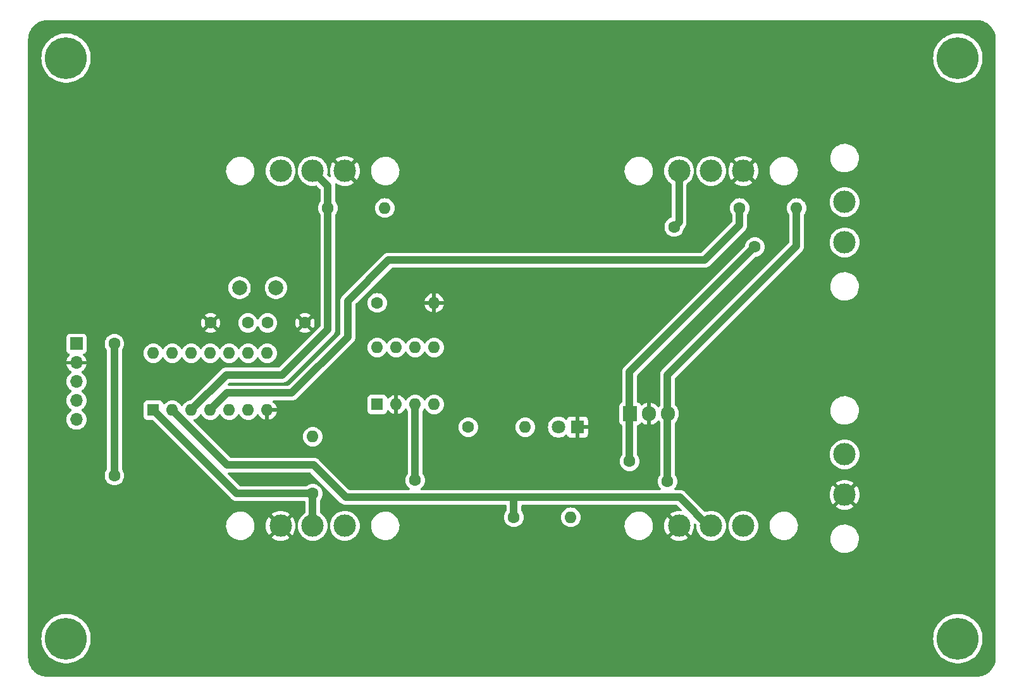
<source format=gbr>
%TF.GenerationSoftware,KiCad,Pcbnew,7.0.8*%
%TF.CreationDate,2023-11-27T18:53:24+00:00*%
%TF.ProjectId,CAN_PCB,43414e5f-5043-4422-9e6b-696361645f70,rev?*%
%TF.SameCoordinates,Original*%
%TF.FileFunction,Copper,L2,Bot*%
%TF.FilePolarity,Positive*%
%FSLAX46Y46*%
G04 Gerber Fmt 4.6, Leading zero omitted, Abs format (unit mm)*
G04 Created by KiCad (PCBNEW 7.0.8) date 2023-11-27 18:53:24*
%MOMM*%
%LPD*%
G01*
G04 APERTURE LIST*
%TA.AperFunction,ComponentPad*%
%ADD10C,5.600000*%
%TD*%
%TA.AperFunction,ComponentPad*%
%ADD11C,1.600000*%
%TD*%
%TA.AperFunction,ComponentPad*%
%ADD12O,1.600000X1.600000*%
%TD*%
%TA.AperFunction,ComponentPad*%
%ADD13C,3.000000*%
%TD*%
%TA.AperFunction,ComponentPad*%
%ADD14R,1.700000X1.700000*%
%TD*%
%TA.AperFunction,ComponentPad*%
%ADD15O,1.700000X1.700000*%
%TD*%
%TA.AperFunction,ComponentPad*%
%ADD16R,1.600000X1.600000*%
%TD*%
%TA.AperFunction,ComponentPad*%
%ADD17R,1.905000X2.000000*%
%TD*%
%TA.AperFunction,ComponentPad*%
%ADD18C,4.000000*%
%TD*%
%TA.AperFunction,ComponentPad*%
%ADD19O,1.905000X2.000000*%
%TD*%
%TA.AperFunction,ComponentPad*%
%ADD20C,2.000000*%
%TD*%
%TA.AperFunction,ComponentPad*%
%ADD21R,1.800000X1.800000*%
%TD*%
%TA.AperFunction,ComponentPad*%
%ADD22C,1.800000*%
%TD*%
%TA.AperFunction,ViaPad*%
%ADD23C,1.600000*%
%TD*%
%TA.AperFunction,Conductor*%
%ADD24C,1.000000*%
%TD*%
G04 APERTURE END LIST*
D10*
%TO.P,,1*%
%TO.N,N/C*%
X97790000Y-48768000D03*
%TD*%
D11*
%TO.P,R10,1*%
%TO.N,/AN3*%
X187960000Y-68834000D03*
D12*
%TO.P,R10,2*%
%TO.N,+5V*%
X195580000Y-68834000D03*
%TD*%
D13*
%TO.P,J5,1,Pin_1*%
%TO.N,GND*%
X188450000Y-63876000D03*
%TO.P,J5,2,Pin_2*%
%TO.N,/AN3*%
X184150000Y-63876000D03*
%TO.P,J5,3,Pin_3*%
%TO.N,Net-(J5-Pin_3)*%
X179850000Y-63876000D03*
%TD*%
D14*
%TO.P,J2,1,Pin_1*%
%TO.N,+5V*%
X99192000Y-87005000D03*
D15*
%TO.P,J2,2,Pin_2*%
%TO.N,GND*%
X99192000Y-89545000D03*
%TO.P,J2,3,Pin_3*%
%TO.N,/DATA*%
X99192000Y-92085000D03*
%TO.P,J2,4,Pin_4*%
%TO.N,/CLK*%
X99192000Y-94625000D03*
%TO.P,J2,5,Pin_5*%
%TO.N,/VPP*%
X99192000Y-97165000D03*
%TD*%
D13*
%TO.P,J1,1,Pin_1*%
%TO.N,GND*%
X202012000Y-107221000D03*
%TO.P,J1,2,Pin_2*%
%TO.N,+12V*%
X202012000Y-101821000D03*
%TD*%
D16*
%TO.P,U2,1,TXD*%
%TO.N,/TXCAN*%
X139446000Y-95123000D03*
D12*
%TO.P,U2,2,VSS*%
%TO.N,GND*%
X141986000Y-95123000D03*
%TO.P,U2,3,VDD*%
%TO.N,+5V*%
X144526000Y-95123000D03*
%TO.P,U2,4,RXD*%
%TO.N,/RXCAN*%
X147066000Y-95123000D03*
%TO.P,U2,5,Vref*%
%TO.N,unconnected-(U2-Vref-Pad5)*%
X147066000Y-87503000D03*
%TO.P,U2,6,CANL*%
%TO.N,Net-(J4-Pin_2)*%
X144526000Y-87503000D03*
%TO.P,U2,7,CANH*%
%TO.N,Net-(J4-Pin_1)*%
X141986000Y-87503000D03*
%TO.P,U2,8,Rs*%
%TO.N,Net-(U2-Rs)*%
X139446000Y-87503000D03*
%TD*%
D11*
%TO.P,C1,1*%
%TO.N,Net-(U1-OSC1)*%
X124759000Y-84211000D03*
%TO.P,C1,2*%
%TO.N,GND*%
X129759000Y-84211000D03*
%TD*%
D13*
%TO.P,J15,1,Pin_1*%
%TO.N,GND*%
X179850000Y-111384000D03*
%TO.P,J15,2,Pin_2*%
%TO.N,/AN1*%
X184150000Y-111384000D03*
%TO.P,J15,3,Pin_3*%
%TO.N,Net-(J15-Pin_3)*%
X188450000Y-111384000D03*
%TD*%
D17*
%TO.P,U4,1,VI*%
%TO.N,+12V*%
X173288000Y-96379000D03*
D18*
%TO.P,U4,2,GND*%
%TO.N,GND*%
X175828000Y-79719000D03*
D19*
X175828000Y-96379000D03*
%TO.P,U4,3,VO*%
%TO.N,+5V*%
X178368000Y-96379000D03*
%TD*%
D10*
%TO.P,,1*%
%TO.N,N/C*%
X97790000Y-126492000D03*
%TD*%
D11*
%TO.P,R7,1*%
%TO.N,/AN2*%
X132842000Y-68834000D03*
D12*
%TO.P,R7,2*%
%TO.N,+5V*%
X140462000Y-68834000D03*
%TD*%
D20*
%TO.P,Y1,1,1*%
%TO.N,Net-(U1-OSC1)*%
X125889000Y-79512000D03*
%TO.P,Y1,2,2*%
%TO.N,Net-(U1-OSC2)*%
X121009000Y-79512000D03*
%TD*%
D13*
%TO.P,J4,1,Pin_1*%
%TO.N,Net-(J4-Pin_1)*%
X202012000Y-73439000D03*
%TO.P,J4,2,Pin_2*%
%TO.N,Net-(J4-Pin_2)*%
X202012000Y-68039000D03*
%TD*%
D11*
%TO.P,R1,1*%
%TO.N,Net-(U2-Rs)*%
X139446000Y-81534000D03*
D12*
%TO.P,R1,2*%
%TO.N,GND*%
X147066000Y-81534000D03*
%TD*%
D13*
%TO.P,J12,1,Pin_1*%
%TO.N,GND*%
X126510000Y-111384000D03*
%TO.P,J12,2,Pin_2*%
%TO.N,/AN0*%
X130810000Y-111384000D03*
%TO.P,J12,3,Pin_3*%
%TO.N,Net-(J12-Pin_3)*%
X135110000Y-111384000D03*
%TD*%
D10*
%TO.P,,1*%
%TO.N,N/C*%
X217170000Y-48768000D03*
%TD*%
D21*
%TO.P,D1,1,K*%
%TO.N,GND*%
X166248000Y-98171000D03*
D22*
%TO.P,D1,2,A*%
%TO.N,/PWR LED*%
X163708000Y-98171000D03*
%TD*%
D11*
%TO.P,R3,1*%
%TO.N,/AN0*%
X130810000Y-107061000D03*
D12*
%TO.P,R3,2*%
%TO.N,+5V*%
X130810000Y-99441000D03*
%TD*%
D11*
%TO.P,R6,1*%
%TO.N,/AN1*%
X157734000Y-110236000D03*
D12*
%TO.P,R6,2*%
%TO.N,+5V*%
X165354000Y-110236000D03*
%TD*%
D11*
%TO.P,R2,1*%
%TO.N,+5V*%
X151638000Y-98171000D03*
D12*
%TO.P,R2,2*%
%TO.N,/PWR LED*%
X159258000Y-98171000D03*
%TD*%
D11*
%TO.P,C2,1*%
%TO.N,Net-(U1-OSC2)*%
X122139000Y-84211000D03*
%TO.P,C2,2*%
%TO.N,GND*%
X117139000Y-84211000D03*
%TD*%
D10*
%TO.P,,1*%
%TO.N,N/C*%
X217170000Y-126492000D03*
%TD*%
D13*
%TO.P,J16,1,Pin_1*%
%TO.N,GND*%
X135110000Y-63876000D03*
%TO.P,J16,2,Pin_2*%
%TO.N,/AN2*%
X130810000Y-63876000D03*
%TO.P,J16,3,Pin_3*%
%TO.N,Net-(J16-Pin_3)*%
X126510000Y-63876000D03*
%TD*%
D16*
%TO.P,U1,1,GP0*%
%TO.N,/AN0*%
X109474000Y-95885000D03*
D12*
%TO.P,U1,2,GP1*%
%TO.N,/AN1*%
X112014000Y-95885000D03*
%TO.P,U1,3,GP2*%
%TO.N,/AN2*%
X114554000Y-95885000D03*
%TO.P,U1,4,GP3*%
%TO.N,/AN3*%
X117094000Y-95885000D03*
%TO.P,U1,5,GP4*%
%TO.N,/DATA*%
X119634000Y-95885000D03*
%TO.P,U1,6,GP5*%
%TO.N,/CLK*%
X122174000Y-95885000D03*
%TO.P,U1,7,VSS*%
%TO.N,GND*%
X124714000Y-95885000D03*
%TO.P,U1,8,OSC1*%
%TO.N,Net-(U1-OSC1)*%
X124714000Y-88265000D03*
%TO.P,U1,9,OSC2*%
%TO.N,Net-(U1-OSC2)*%
X122174000Y-88265000D03*
%TO.P,U1,10,GP6*%
%TO.N,unconnected-(U1-GP6-Pad10)*%
X119634000Y-88265000D03*
%TO.P,U1,11,GP7*%
%TO.N,/VPP*%
X117094000Y-88265000D03*
%TO.P,U1,12,RXCAN*%
%TO.N,/RXCAN*%
X114554000Y-88265000D03*
%TO.P,U1,13,TXCAN*%
%TO.N,/TXCAN*%
X112014000Y-88265000D03*
%TO.P,U1,14,VDD*%
%TO.N,+5V*%
X109474000Y-88265000D03*
%TD*%
D23*
%TO.N,Net-(J5-Pin_3)*%
X179197000Y-71374000D03*
%TO.N,GND*%
X110236000Y-101854000D03*
X203835000Y-123444000D03*
X96647000Y-93218000D03*
X106807000Y-97536000D03*
X156464000Y-116967000D03*
X152527000Y-52197000D03*
X111252000Y-91313000D03*
X159512000Y-83185000D03*
X206502000Y-54737000D03*
X191135000Y-96901000D03*
X166497000Y-71882000D03*
X140081000Y-92837000D03*
X153543000Y-71374000D03*
X104902000Y-71755000D03*
X105156000Y-121285000D03*
%TO.N,+5V*%
X144526000Y-105283000D03*
X104267000Y-104648000D03*
X104267000Y-86995000D03*
X178308000Y-105440000D03*
%TO.N,+12V*%
X173228000Y-102743000D03*
X189992000Y-74041000D03*
%TD*%
D24*
%TO.N,Net-(J5-Pin_3)*%
X179850000Y-70721000D02*
X179850000Y-63495000D01*
X179197000Y-71374000D02*
X179850000Y-70721000D01*
%TO.N,/AN3*%
X183261000Y-75819000D02*
X187960000Y-71120000D01*
X117094000Y-95885000D02*
X119380000Y-93599000D01*
X128016000Y-93599000D02*
X135509000Y-86106000D01*
X187960000Y-71120000D02*
X187960000Y-68834000D01*
X119380000Y-93599000D02*
X128016000Y-93599000D01*
X135509000Y-86106000D02*
X135509000Y-81280000D01*
X135509000Y-81280000D02*
X140970000Y-75819000D01*
X140970000Y-75819000D02*
X183261000Y-75819000D01*
%TO.N,/AN2*%
X119253000Y-91186000D02*
X126746000Y-91186000D01*
X126746000Y-91186000D02*
X132842000Y-85090000D01*
X132842000Y-85090000D02*
X132842000Y-65908000D01*
X114554000Y-95885000D02*
X119253000Y-91186000D01*
X132842000Y-65908000D02*
X130810000Y-63876000D01*
%TO.N,/AN1*%
X157734000Y-110236000D02*
X157734000Y-107696000D01*
X157734000Y-107696000D02*
X157861000Y-107569000D01*
X112014000Y-95885000D02*
X119380000Y-103251000D01*
X179954000Y-107569000D02*
X184150000Y-111765000D01*
X130937000Y-103251000D02*
X135255000Y-107569000D01*
X119380000Y-103251000D02*
X130937000Y-103251000D01*
X135255000Y-107569000D02*
X157861000Y-107569000D01*
X157861000Y-107569000D02*
X179954000Y-107569000D01*
%TO.N,/AN0*%
X130810000Y-107061000D02*
X130810000Y-111765000D01*
X109474000Y-95885000D02*
X120650000Y-107061000D01*
X120650000Y-107061000D02*
X130810000Y-107061000D01*
%TO.N,+5V*%
X178308000Y-91186000D02*
X195580000Y-73914000D01*
X104267000Y-104648000D02*
X104267000Y-86995000D01*
X144526000Y-105283000D02*
X144526000Y-95123000D01*
X178308000Y-105440000D02*
X178308000Y-91186000D01*
X195580000Y-73914000D02*
X195580000Y-68834000D01*
%TO.N,+12V*%
X173228000Y-102743000D02*
X173228000Y-96479000D01*
X173228000Y-96225000D02*
X173228000Y-90805000D01*
X173228000Y-90805000D02*
X189992000Y-74041000D01*
%TD*%
%TA.AperFunction,Conductor*%
%TO.N,GND*%
G36*
X219960885Y-43690010D02*
G01*
X220056028Y-43705000D01*
X220089089Y-43710369D01*
X220218811Y-43731434D01*
X220222518Y-43732152D01*
X220272443Y-43743435D01*
X220275143Y-43744113D01*
X220378698Y-43772709D01*
X220520243Y-43813958D01*
X220523811Y-43815117D01*
X220551157Y-43824940D01*
X220668212Y-43872045D01*
X220729493Y-43898401D01*
X220808450Y-43932359D01*
X220813447Y-43934779D01*
X220940821Y-44003662D01*
X220987547Y-44030962D01*
X221070926Y-44079676D01*
X221075108Y-44082349D01*
X221195073Y-44166001D01*
X221314283Y-44256880D01*
X221317641Y-44259633D01*
X221412255Y-44342964D01*
X221426802Y-44355776D01*
X221429159Y-44357963D01*
X221535106Y-44461510D01*
X221537741Y-44464249D01*
X221635449Y-44572215D01*
X221637911Y-44575110D01*
X221730395Y-44690827D01*
X221732337Y-44693391D01*
X221817127Y-44811561D01*
X221819555Y-44815212D01*
X221898121Y-44942875D01*
X221969411Y-45070556D01*
X221971655Y-45074981D01*
X222012102Y-45163389D01*
X222034342Y-45212001D01*
X222090210Y-45345603D01*
X222092121Y-45350819D01*
X222138186Y-45496380D01*
X222173919Y-45619300D01*
X222180233Y-45644531D01*
X222181043Y-45648246D01*
X222208215Y-45794343D01*
X222226652Y-45901913D01*
X222227077Y-45904803D01*
X222232944Y-45952407D01*
X222233293Y-45956188D01*
X222243257Y-46118306D01*
X222249401Y-46226759D01*
X222249500Y-46230267D01*
X222249500Y-129030256D01*
X222249402Y-129033734D01*
X222243013Y-129147497D01*
X222233910Y-129297992D01*
X222233571Y-129301724D01*
X222227628Y-129350656D01*
X222227204Y-129353568D01*
X222208732Y-129462289D01*
X222183447Y-129600264D01*
X222182661Y-129603926D01*
X222175570Y-129632699D01*
X222140630Y-129753982D01*
X222096743Y-129894821D01*
X222094960Y-129899743D01*
X222094756Y-129900280D01*
X222039615Y-130033405D01*
X221979662Y-130166614D01*
X221977387Y-130171160D01*
X221907054Y-130298420D01*
X221831776Y-130422943D01*
X221829282Y-130426746D01*
X221745579Y-130544715D01*
X221743819Y-130547075D01*
X221655081Y-130660340D01*
X221652505Y-130663417D01*
X221555989Y-130771420D01*
X221553599Y-130773947D01*
X221451947Y-130875599D01*
X221449420Y-130877989D01*
X221341417Y-130974505D01*
X221338340Y-130977081D01*
X221225075Y-131065819D01*
X221222715Y-131067579D01*
X221104746Y-131151282D01*
X221100943Y-131153776D01*
X220976420Y-131229054D01*
X220849160Y-131299387D01*
X220844614Y-131301662D01*
X220711405Y-131361615D01*
X220578280Y-131416756D01*
X220577743Y-131416960D01*
X220572821Y-131418743D01*
X220431982Y-131462630D01*
X220310699Y-131497570D01*
X220281926Y-131504661D01*
X220278264Y-131505447D01*
X220140289Y-131530732D01*
X220031568Y-131549204D01*
X220028656Y-131549628D01*
X219987970Y-131554569D01*
X219979717Y-131555571D01*
X219975992Y-131555910D01*
X219825497Y-131565013D01*
X219711735Y-131571402D01*
X219708257Y-131571500D01*
X95251742Y-131571500D01*
X95248264Y-131571402D01*
X95134496Y-131565013D01*
X94984017Y-131555911D01*
X94980285Y-131555572D01*
X94931328Y-131549626D01*
X94928416Y-131549202D01*
X94819696Y-131530730D01*
X94681725Y-131505446D01*
X94678061Y-131504660D01*
X94649304Y-131497571D01*
X94528005Y-131462625D01*
X94387185Y-131418745D01*
X94382219Y-131416945D01*
X94381748Y-131416767D01*
X94248582Y-131361609D01*
X94115390Y-131301664D01*
X94110843Y-131299389D01*
X93983568Y-131229047D01*
X93859062Y-131153780D01*
X93855258Y-131151286D01*
X93737272Y-131067570D01*
X93734913Y-131065811D01*
X93671111Y-131015826D01*
X93621646Y-130977073D01*
X93618608Y-130974530D01*
X93510559Y-130877972D01*
X93508051Y-130875600D01*
X93406408Y-130773957D01*
X93404018Y-130771430D01*
X93307485Y-130663409D01*
X93304909Y-130660331D01*
X93297072Y-130650328D01*
X93216176Y-130547072D01*
X93214429Y-130544729D01*
X93130709Y-130426736D01*
X93128215Y-130422932D01*
X93052956Y-130298439D01*
X93052945Y-130298420D01*
X92982605Y-130171148D01*
X92980331Y-130166603D01*
X92920396Y-130033432D01*
X92908925Y-130005739D01*
X92865247Y-129900293D01*
X92865003Y-129899649D01*
X92863255Y-129894819D01*
X92819388Y-129754048D01*
X92784419Y-129632666D01*
X92777336Y-129603926D01*
X92776552Y-129600269D01*
X92751287Y-129462412D01*
X92732792Y-129353554D01*
X92732369Y-129350649D01*
X92726420Y-129301655D01*
X92726088Y-129297992D01*
X92716997Y-129147706D01*
X92712561Y-129068705D01*
X92710598Y-129033736D01*
X92710500Y-129030259D01*
X92710500Y-126492002D01*
X94484652Y-126492002D01*
X94504028Y-126849368D01*
X94504029Y-126849385D01*
X94561926Y-127202539D01*
X94561932Y-127202565D01*
X94657672Y-127547392D01*
X94657674Y-127547399D01*
X94790142Y-127879870D01*
X94790151Y-127879888D01*
X94957784Y-128196077D01*
X94957790Y-128196086D01*
X95158634Y-128492309D01*
X95158641Y-128492319D01*
X95390331Y-128765085D01*
X95390332Y-128765086D01*
X95650163Y-129011211D01*
X95935081Y-129227800D01*
X96241747Y-129412315D01*
X96241749Y-129412316D01*
X96241751Y-129412317D01*
X96241755Y-129412319D01*
X96566552Y-129562585D01*
X96566565Y-129562591D01*
X96905726Y-129676868D01*
X97255254Y-129753805D01*
X97611052Y-129792500D01*
X97611058Y-129792500D01*
X97968942Y-129792500D01*
X97968948Y-129792500D01*
X98324746Y-129753805D01*
X98674274Y-129676868D01*
X99013435Y-129562591D01*
X99338253Y-129412315D01*
X99644919Y-129227800D01*
X99929837Y-129011211D01*
X100189668Y-128765086D01*
X100421365Y-128492311D01*
X100622211Y-128196085D01*
X100789853Y-127879880D01*
X100922324Y-127547403D01*
X101018071Y-127202552D01*
X101075972Y-126849371D01*
X101095348Y-126492002D01*
X213864652Y-126492002D01*
X213884028Y-126849368D01*
X213884029Y-126849385D01*
X213941926Y-127202539D01*
X213941932Y-127202565D01*
X214037672Y-127547392D01*
X214037674Y-127547399D01*
X214170142Y-127879870D01*
X214170151Y-127879888D01*
X214337784Y-128196077D01*
X214337790Y-128196086D01*
X214538634Y-128492309D01*
X214538641Y-128492319D01*
X214770331Y-128765085D01*
X214770332Y-128765086D01*
X215030163Y-129011211D01*
X215315081Y-129227800D01*
X215621747Y-129412315D01*
X215621749Y-129412316D01*
X215621751Y-129412317D01*
X215621755Y-129412319D01*
X215946552Y-129562585D01*
X215946565Y-129562591D01*
X216285726Y-129676868D01*
X216635254Y-129753805D01*
X216991052Y-129792500D01*
X216991058Y-129792500D01*
X217348942Y-129792500D01*
X217348948Y-129792500D01*
X217704746Y-129753805D01*
X218054274Y-129676868D01*
X218393435Y-129562591D01*
X218718253Y-129412315D01*
X219024919Y-129227800D01*
X219309837Y-129011211D01*
X219569668Y-128765086D01*
X219801365Y-128492311D01*
X220002211Y-128196085D01*
X220169853Y-127879880D01*
X220302324Y-127547403D01*
X220398071Y-127202552D01*
X220455972Y-126849371D01*
X220475348Y-126492000D01*
X220455972Y-126134629D01*
X220398071Y-125781448D01*
X220302324Y-125436597D01*
X220169853Y-125104120D01*
X220002211Y-124787915D01*
X219801365Y-124491689D01*
X219801361Y-124491684D01*
X219801358Y-124491680D01*
X219569668Y-124218914D01*
X219309837Y-123972789D01*
X219309830Y-123972783D01*
X219309827Y-123972781D01*
X219242245Y-123921407D01*
X219024919Y-123756200D01*
X218718253Y-123571685D01*
X218718252Y-123571684D01*
X218718248Y-123571682D01*
X218718244Y-123571680D01*
X218393447Y-123421414D01*
X218393441Y-123421411D01*
X218393435Y-123421409D01*
X218223854Y-123364270D01*
X218054273Y-123307131D01*
X217704744Y-123230194D01*
X217348949Y-123191500D01*
X217348948Y-123191500D01*
X216991052Y-123191500D01*
X216991050Y-123191500D01*
X216635255Y-123230194D01*
X216285726Y-123307131D01*
X216029970Y-123393306D01*
X215946565Y-123421409D01*
X215946563Y-123421410D01*
X215946552Y-123421414D01*
X215621755Y-123571680D01*
X215621751Y-123571682D01*
X215393367Y-123709096D01*
X215315081Y-123756200D01*
X215226768Y-123823333D01*
X215030172Y-123972781D01*
X215030163Y-123972789D01*
X214770331Y-124218914D01*
X214538641Y-124491680D01*
X214538634Y-124491690D01*
X214337790Y-124787913D01*
X214337784Y-124787922D01*
X214170151Y-125104111D01*
X214170142Y-125104129D01*
X214037674Y-125436600D01*
X214037672Y-125436607D01*
X213941932Y-125781434D01*
X213941926Y-125781460D01*
X213884029Y-126134614D01*
X213884028Y-126134631D01*
X213864652Y-126491997D01*
X213864652Y-126492002D01*
X101095348Y-126492002D01*
X101095348Y-126492000D01*
X101075972Y-126134629D01*
X101018071Y-125781448D01*
X100922324Y-125436597D01*
X100789853Y-125104120D01*
X100622211Y-124787915D01*
X100421365Y-124491689D01*
X100421361Y-124491684D01*
X100421358Y-124491680D01*
X100189668Y-124218914D01*
X99929837Y-123972789D01*
X99929830Y-123972783D01*
X99929827Y-123972781D01*
X99862245Y-123921407D01*
X99644919Y-123756200D01*
X99338253Y-123571685D01*
X99338252Y-123571684D01*
X99338248Y-123571682D01*
X99338244Y-123571680D01*
X99013447Y-123421414D01*
X99013441Y-123421411D01*
X99013435Y-123421409D01*
X98843854Y-123364270D01*
X98674273Y-123307131D01*
X98324744Y-123230194D01*
X97968949Y-123191500D01*
X97968948Y-123191500D01*
X97611052Y-123191500D01*
X97611050Y-123191500D01*
X97255255Y-123230194D01*
X96905726Y-123307131D01*
X96649970Y-123393306D01*
X96566565Y-123421409D01*
X96566563Y-123421410D01*
X96566552Y-123421414D01*
X96241755Y-123571680D01*
X96241751Y-123571682D01*
X96013367Y-123709096D01*
X95935081Y-123756200D01*
X95846768Y-123823333D01*
X95650172Y-123972781D01*
X95650163Y-123972789D01*
X95390331Y-124218914D01*
X95158641Y-124491680D01*
X95158634Y-124491690D01*
X94957790Y-124787913D01*
X94957784Y-124787922D01*
X94790151Y-125104111D01*
X94790142Y-125104129D01*
X94657674Y-125436600D01*
X94657672Y-125436607D01*
X94561932Y-125781434D01*
X94561926Y-125781460D01*
X94504029Y-126134614D01*
X94504028Y-126134631D01*
X94484652Y-126491997D01*
X94484652Y-126492002D01*
X92710500Y-126492002D01*
X92710500Y-111453594D01*
X119205686Y-111453594D01*
X119236114Y-111730125D01*
X119306478Y-111999272D01*
X119408642Y-112239686D01*
X119415284Y-112255314D01*
X119545113Y-112468047D01*
X119560205Y-112492776D01*
X119560212Y-112492786D01*
X119738161Y-112706616D01*
X119738167Y-112706621D01*
X119903918Y-112855133D01*
X119945357Y-112892263D01*
X120177373Y-113045763D01*
X120429267Y-113163846D01*
X120429274Y-113163848D01*
X120429276Y-113163849D01*
X120695657Y-113243992D01*
X120695664Y-113243993D01*
X120695669Y-113243995D01*
X120970901Y-113284500D01*
X120970906Y-113284500D01*
X121179469Y-113284500D01*
X121239862Y-113280079D01*
X121387455Y-113269277D01*
X121658997Y-113208788D01*
X121918838Y-113109408D01*
X122161440Y-112973253D01*
X122381632Y-112803226D01*
X122574722Y-112602951D01*
X122736593Y-112376696D01*
X122821928Y-112210719D01*
X122863790Y-112129298D01*
X122863794Y-112129288D01*
X122863797Y-112129283D01*
X122953621Y-111865986D01*
X123004152Y-111592416D01*
X123011769Y-111384001D01*
X124504891Y-111384001D01*
X124525300Y-111669362D01*
X124586109Y-111948895D01*
X124686091Y-112216958D01*
X124823191Y-112468038D01*
X124823196Y-112468046D01*
X124929882Y-112610561D01*
X124929883Y-112610562D01*
X125719409Y-111821036D01*
X125726284Y-111836478D01*
X125837486Y-111989534D01*
X125978080Y-112116126D01*
X126075297Y-112172254D01*
X125283436Y-112964115D01*
X125425960Y-113070807D01*
X125425961Y-113070808D01*
X125677042Y-113207908D01*
X125677041Y-113207908D01*
X125945104Y-113307890D01*
X126224637Y-113368699D01*
X126509999Y-113389109D01*
X126510001Y-113389109D01*
X126795362Y-113368699D01*
X127074895Y-113307890D01*
X127342958Y-113207908D01*
X127594047Y-113070803D01*
X127736561Y-112964116D01*
X127736562Y-112964115D01*
X126944702Y-112172254D01*
X127041920Y-112116126D01*
X127182514Y-111989534D01*
X127293716Y-111836479D01*
X127300590Y-111821037D01*
X128090115Y-112610562D01*
X128090116Y-112610561D01*
X128196803Y-112468047D01*
X128333908Y-112216958D01*
X128433890Y-111948895D01*
X128494699Y-111669362D01*
X128515109Y-111384001D01*
X128515109Y-111383998D01*
X128494699Y-111098637D01*
X128433890Y-110819104D01*
X128333908Y-110551041D01*
X128196808Y-110299961D01*
X128196807Y-110299960D01*
X128090115Y-110157436D01*
X127300590Y-110946961D01*
X127293716Y-110931522D01*
X127182514Y-110778466D01*
X127041920Y-110651874D01*
X126944701Y-110595745D01*
X127736562Y-109803883D01*
X127736561Y-109803882D01*
X127594046Y-109697196D01*
X127594038Y-109697191D01*
X127342957Y-109560091D01*
X127342958Y-109560091D01*
X127074895Y-109460109D01*
X126795362Y-109399300D01*
X126510001Y-109378891D01*
X126509999Y-109378891D01*
X126224637Y-109399300D01*
X125945104Y-109460109D01*
X125677041Y-109560091D01*
X125425961Y-109697191D01*
X125425953Y-109697196D01*
X125283437Y-109803882D01*
X125283436Y-109803883D01*
X126075298Y-110595745D01*
X125978080Y-110651874D01*
X125837486Y-110778466D01*
X125726284Y-110931521D01*
X125719409Y-110946962D01*
X124929883Y-110157436D01*
X124929882Y-110157437D01*
X124823196Y-110299953D01*
X124823191Y-110299961D01*
X124686091Y-110551041D01*
X124586109Y-110819104D01*
X124525300Y-111098637D01*
X124504891Y-111383998D01*
X124504891Y-111384001D01*
X123011769Y-111384001D01*
X123014313Y-111314404D01*
X122983886Y-111037876D01*
X122913520Y-110768724D01*
X122804716Y-110512686D01*
X122659792Y-110275219D01*
X122568112Y-110165053D01*
X122481838Y-110061383D01*
X122481832Y-110061378D01*
X122274643Y-109875737D01*
X122042629Y-109722238D01*
X122042627Y-109722237D01*
X121790733Y-109604154D01*
X121790728Y-109604152D01*
X121790723Y-109604150D01*
X121524342Y-109524007D01*
X121524328Y-109524004D01*
X121405565Y-109506526D01*
X121249099Y-109483500D01*
X121040537Y-109483500D01*
X121040531Y-109483500D01*
X120832545Y-109498723D01*
X120832535Y-109498724D01*
X120561007Y-109559210D01*
X120560997Y-109559213D01*
X120301161Y-109658592D01*
X120058561Y-109794746D01*
X120058556Y-109794749D01*
X119838369Y-109964772D01*
X119838359Y-109964781D01*
X119645281Y-110165045D01*
X119645274Y-110165053D01*
X119483412Y-110391295D01*
X119483405Y-110391307D01*
X119356209Y-110638701D01*
X119356205Y-110638711D01*
X119266379Y-110902012D01*
X119266378Y-110902018D01*
X119215848Y-111175584D01*
X119215847Y-111175591D01*
X119205686Y-111453594D01*
X92710500Y-111453594D01*
X92710500Y-104648001D01*
X102961532Y-104648001D01*
X102981364Y-104874686D01*
X102981366Y-104874697D01*
X103040258Y-105094488D01*
X103040261Y-105094497D01*
X103136431Y-105300732D01*
X103136432Y-105300734D01*
X103266954Y-105487141D01*
X103427858Y-105648045D01*
X103427861Y-105648047D01*
X103614266Y-105778568D01*
X103820504Y-105874739D01*
X104040308Y-105933635D01*
X104202230Y-105947801D01*
X104266998Y-105953468D01*
X104267000Y-105953468D01*
X104267002Y-105953468D01*
X104323673Y-105948509D01*
X104493692Y-105933635D01*
X104713496Y-105874739D01*
X104919734Y-105778568D01*
X105106139Y-105648047D01*
X105267047Y-105487139D01*
X105397568Y-105300734D01*
X105493739Y-105094496D01*
X105552635Y-104874692D01*
X105572468Y-104648000D01*
X105570916Y-104630266D01*
X105556298Y-104463181D01*
X105552635Y-104421308D01*
X105493739Y-104201504D01*
X105397568Y-103995266D01*
X105289924Y-103841532D01*
X105267597Y-103775326D01*
X105267500Y-103770410D01*
X105267500Y-96732870D01*
X108173500Y-96732870D01*
X108173501Y-96732876D01*
X108179908Y-96792483D01*
X108230202Y-96927328D01*
X108230206Y-96927335D01*
X108316452Y-97042544D01*
X108316455Y-97042547D01*
X108431664Y-97128793D01*
X108431671Y-97128797D01*
X108453882Y-97137081D01*
X108566517Y-97179091D01*
X108626127Y-97185500D01*
X109308216Y-97185499D01*
X109375255Y-97205183D01*
X109395897Y-97221818D01*
X119933566Y-107759487D01*
X119994938Y-107824050D01*
X119994941Y-107824053D01*
X120045281Y-107859092D01*
X120049043Y-107861928D01*
X120096587Y-107900694D01*
X120096590Y-107900695D01*
X120096593Y-107900698D01*
X120127045Y-107916604D01*
X120133758Y-107920672D01*
X120161951Y-107940295D01*
X120218329Y-107964489D01*
X120222578Y-107966507D01*
X120276951Y-107994909D01*
X120304489Y-108002788D01*
X120309974Y-108004358D01*
X120317368Y-108006990D01*
X120348942Y-108020540D01*
X120348945Y-108020540D01*
X120348946Y-108020541D01*
X120409022Y-108032887D01*
X120413600Y-108034010D01*
X120427501Y-108037987D01*
X120472582Y-108050887D01*
X120506839Y-108053495D01*
X120514614Y-108054586D01*
X120548255Y-108061500D01*
X120548259Y-108061500D01*
X120609599Y-108061500D01*
X120614305Y-108061678D01*
X120649063Y-108064325D01*
X120675476Y-108066337D01*
X120675476Y-108066336D01*
X120675477Y-108066337D01*
X120709560Y-108061996D01*
X120717390Y-108061500D01*
X129685500Y-108061500D01*
X129752539Y-108081185D01*
X129798294Y-108133989D01*
X129809500Y-108185500D01*
X129809500Y-109577434D01*
X129789815Y-109644473D01*
X129744929Y-109686265D01*
X129725690Y-109696770D01*
X129725682Y-109696775D01*
X129496612Y-109868254D01*
X129496594Y-109868270D01*
X129294270Y-110070594D01*
X129294254Y-110070612D01*
X129122775Y-110299682D01*
X129122770Y-110299690D01*
X128985635Y-110550833D01*
X128885628Y-110818962D01*
X128824804Y-111098566D01*
X128804390Y-111383998D01*
X128804390Y-111384001D01*
X128824804Y-111669433D01*
X128885628Y-111949037D01*
X128885630Y-111949043D01*
X128885631Y-111949046D01*
X128905464Y-112002219D01*
X128985635Y-112217166D01*
X129122770Y-112468309D01*
X129122775Y-112468317D01*
X129294254Y-112697387D01*
X129294270Y-112697405D01*
X129496594Y-112899729D01*
X129496612Y-112899745D01*
X129725682Y-113071224D01*
X129725690Y-113071229D01*
X129976833Y-113208364D01*
X129976832Y-113208364D01*
X129976836Y-113208365D01*
X129976839Y-113208367D01*
X130244954Y-113308369D01*
X130244960Y-113308370D01*
X130244962Y-113308371D01*
X130524566Y-113369195D01*
X130524568Y-113369195D01*
X130524572Y-113369196D01*
X130778220Y-113387337D01*
X130809999Y-113389610D01*
X130810000Y-113389610D01*
X130810001Y-113389610D01*
X130838595Y-113387564D01*
X131095428Y-113369196D01*
X131324301Y-113319408D01*
X131375037Y-113308371D01*
X131375037Y-113308370D01*
X131375046Y-113308369D01*
X131643161Y-113208367D01*
X131894315Y-113071226D01*
X132123395Y-112899739D01*
X132325739Y-112697395D01*
X132497226Y-112468315D01*
X132634367Y-112217161D01*
X132734369Y-111949046D01*
X132781992Y-111730125D01*
X132795195Y-111669433D01*
X132795195Y-111669432D01*
X132795196Y-111669428D01*
X132815610Y-111384001D01*
X133104390Y-111384001D01*
X133124804Y-111669433D01*
X133185628Y-111949037D01*
X133185630Y-111949043D01*
X133185631Y-111949046D01*
X133205464Y-112002219D01*
X133285635Y-112217166D01*
X133422770Y-112468309D01*
X133422775Y-112468317D01*
X133594254Y-112697387D01*
X133594270Y-112697405D01*
X133796594Y-112899729D01*
X133796612Y-112899745D01*
X134025682Y-113071224D01*
X134025690Y-113071229D01*
X134276833Y-113208364D01*
X134276832Y-113208364D01*
X134276836Y-113208365D01*
X134276839Y-113208367D01*
X134544954Y-113308369D01*
X134544960Y-113308370D01*
X134544962Y-113308371D01*
X134824566Y-113369195D01*
X134824568Y-113369195D01*
X134824572Y-113369196D01*
X135078220Y-113387337D01*
X135109999Y-113389610D01*
X135110000Y-113389610D01*
X135110001Y-113389610D01*
X135138595Y-113387564D01*
X135395428Y-113369196D01*
X135624301Y-113319408D01*
X135675037Y-113308371D01*
X135675037Y-113308370D01*
X135675046Y-113308369D01*
X135943161Y-113208367D01*
X136194315Y-113071226D01*
X136423395Y-112899739D01*
X136625739Y-112697395D01*
X136797226Y-112468315D01*
X136934367Y-112217161D01*
X137034369Y-111949046D01*
X137081992Y-111730125D01*
X137095195Y-111669433D01*
X137095195Y-111669432D01*
X137095196Y-111669428D01*
X137110633Y-111453594D01*
X138605686Y-111453594D01*
X138636114Y-111730125D01*
X138706478Y-111999272D01*
X138808642Y-112239686D01*
X138815284Y-112255314D01*
X138945113Y-112468047D01*
X138960205Y-112492776D01*
X138960212Y-112492786D01*
X139138161Y-112706616D01*
X139138167Y-112706621D01*
X139303918Y-112855133D01*
X139345357Y-112892263D01*
X139577373Y-113045763D01*
X139829267Y-113163846D01*
X139829274Y-113163848D01*
X139829276Y-113163849D01*
X140095657Y-113243992D01*
X140095664Y-113243993D01*
X140095669Y-113243995D01*
X140370901Y-113284500D01*
X140370906Y-113284500D01*
X140579469Y-113284500D01*
X140639862Y-113280079D01*
X140787455Y-113269277D01*
X141058997Y-113208788D01*
X141318838Y-113109408D01*
X141561440Y-112973253D01*
X141781632Y-112803226D01*
X141974722Y-112602951D01*
X142136593Y-112376696D01*
X142221928Y-112210719D01*
X142263790Y-112129298D01*
X142263794Y-112129288D01*
X142263797Y-112129283D01*
X142353621Y-111865986D01*
X142404152Y-111592416D01*
X142414313Y-111314404D01*
X142383886Y-111037876D01*
X142313520Y-110768724D01*
X142204716Y-110512686D01*
X142059792Y-110275219D01*
X141968112Y-110165053D01*
X141881838Y-110061383D01*
X141881832Y-110061378D01*
X141674643Y-109875737D01*
X141442629Y-109722238D01*
X141442627Y-109722237D01*
X141190733Y-109604154D01*
X141190728Y-109604152D01*
X141190723Y-109604150D01*
X140924342Y-109524007D01*
X140924328Y-109524004D01*
X140805565Y-109506526D01*
X140649099Y-109483500D01*
X140440537Y-109483500D01*
X140440531Y-109483500D01*
X140232545Y-109498723D01*
X140232535Y-109498724D01*
X139961007Y-109559210D01*
X139960997Y-109559213D01*
X139701161Y-109658592D01*
X139458561Y-109794746D01*
X139458556Y-109794749D01*
X139238369Y-109964772D01*
X139238359Y-109964781D01*
X139045281Y-110165045D01*
X139045274Y-110165053D01*
X138883412Y-110391295D01*
X138883405Y-110391307D01*
X138756209Y-110638701D01*
X138756205Y-110638711D01*
X138666379Y-110902012D01*
X138666378Y-110902018D01*
X138615848Y-111175584D01*
X138615847Y-111175591D01*
X138605686Y-111453594D01*
X137110633Y-111453594D01*
X137115610Y-111384000D01*
X137095196Y-111098572D01*
X137091520Y-111081675D01*
X137034371Y-110818962D01*
X137034370Y-110818960D01*
X137034369Y-110818954D01*
X136934367Y-110550839D01*
X136905961Y-110498818D01*
X136797229Y-110299690D01*
X136797224Y-110299682D01*
X136625745Y-110070612D01*
X136625729Y-110070594D01*
X136423405Y-109868270D01*
X136423387Y-109868254D01*
X136194317Y-109696775D01*
X136194309Y-109696770D01*
X135943166Y-109559635D01*
X135943167Y-109559635D01*
X135779855Y-109498723D01*
X135675046Y-109459631D01*
X135675043Y-109459630D01*
X135675037Y-109459628D01*
X135395433Y-109398804D01*
X135110001Y-109378390D01*
X135109999Y-109378390D01*
X134824566Y-109398804D01*
X134544962Y-109459628D01*
X134276833Y-109559635D01*
X134025690Y-109696770D01*
X134025682Y-109696775D01*
X133796612Y-109868254D01*
X133796594Y-109868270D01*
X133594270Y-110070594D01*
X133594254Y-110070612D01*
X133422775Y-110299682D01*
X133422770Y-110299690D01*
X133285635Y-110550833D01*
X133185628Y-110818962D01*
X133124804Y-111098566D01*
X133104390Y-111383998D01*
X133104390Y-111384001D01*
X132815610Y-111384001D01*
X132815610Y-111384000D01*
X132795196Y-111098572D01*
X132791520Y-111081675D01*
X132734371Y-110818962D01*
X132734370Y-110818960D01*
X132734369Y-110818954D01*
X132634367Y-110550839D01*
X132605961Y-110498818D01*
X132497229Y-110299690D01*
X132497224Y-110299682D01*
X132325745Y-110070612D01*
X132325729Y-110070594D01*
X132123405Y-109868270D01*
X132123387Y-109868254D01*
X131894317Y-109696775D01*
X131894309Y-109696770D01*
X131875071Y-109686265D01*
X131825667Y-109636859D01*
X131810500Y-109577434D01*
X131810500Y-107938588D01*
X131830185Y-107871549D01*
X131832925Y-107867465D01*
X131836802Y-107861928D01*
X131940568Y-107713734D01*
X132036739Y-107507496D01*
X132095635Y-107287692D01*
X132115468Y-107061000D01*
X132095635Y-106834308D01*
X132050158Y-106664583D01*
X132036741Y-106614511D01*
X132036738Y-106614502D01*
X132030099Y-106600265D01*
X131940568Y-106408266D01*
X131810047Y-106221861D01*
X131810045Y-106221858D01*
X131649141Y-106060954D01*
X131462734Y-105930432D01*
X131462732Y-105930431D01*
X131256497Y-105834261D01*
X131256488Y-105834258D01*
X131036697Y-105775366D01*
X131036693Y-105775365D01*
X131036692Y-105775365D01*
X131036691Y-105775364D01*
X131036686Y-105775364D01*
X130810002Y-105755532D01*
X130809998Y-105755532D01*
X130583313Y-105775364D01*
X130583302Y-105775366D01*
X130363511Y-105834258D01*
X130363502Y-105834261D01*
X130157267Y-105930431D01*
X130157265Y-105930432D01*
X130054595Y-106002322D01*
X130023378Y-106024181D01*
X130003535Y-106038075D01*
X129937329Y-106060402D01*
X129932412Y-106060500D01*
X121115782Y-106060500D01*
X121048743Y-106040815D01*
X121028101Y-106024181D01*
X119467101Y-104463181D01*
X119433616Y-104401858D01*
X119438600Y-104332166D01*
X119480472Y-104276233D01*
X119545936Y-104251816D01*
X119554782Y-104251500D01*
X130471217Y-104251500D01*
X130538256Y-104271185D01*
X130558898Y-104287819D01*
X134538547Y-108267467D01*
X134599941Y-108332053D01*
X134599944Y-108332055D01*
X134599947Y-108332058D01*
X134634053Y-108355795D01*
X134650303Y-108367106D01*
X134654044Y-108369926D01*
X134701593Y-108408698D01*
X134732045Y-108424604D01*
X134738756Y-108428671D01*
X134766951Y-108448295D01*
X134823332Y-108472490D01*
X134827567Y-108474501D01*
X134881951Y-108502909D01*
X134914973Y-108512356D01*
X134922365Y-108514989D01*
X134953940Y-108528539D01*
X134953941Y-108528540D01*
X134967054Y-108531234D01*
X135014055Y-108540892D01*
X135018595Y-108542006D01*
X135077582Y-108558886D01*
X135111841Y-108561494D01*
X135119609Y-108562585D01*
X135153255Y-108569500D01*
X135153259Y-108569500D01*
X135214601Y-108569500D01*
X135219308Y-108569678D01*
X135255651Y-108572446D01*
X135280475Y-108574337D01*
X135280475Y-108574336D01*
X135280476Y-108574337D01*
X135314559Y-108569996D01*
X135322389Y-108569500D01*
X156609500Y-108569500D01*
X156676539Y-108589185D01*
X156722294Y-108641989D01*
X156733500Y-108693500D01*
X156733500Y-109358410D01*
X156713815Y-109425449D01*
X156711076Y-109429532D01*
X156603431Y-109583267D01*
X156507261Y-109789502D01*
X156507258Y-109789511D01*
X156448366Y-110009302D01*
X156448364Y-110009313D01*
X156428532Y-110235998D01*
X156428532Y-110236001D01*
X156448364Y-110462686D01*
X156448366Y-110462697D01*
X156507258Y-110682488D01*
X156507261Y-110682497D01*
X156603431Y-110888732D01*
X156603432Y-110888734D01*
X156733954Y-111075141D01*
X156894858Y-111236045D01*
X156894861Y-111236047D01*
X157081266Y-111366568D01*
X157287504Y-111462739D01*
X157507308Y-111521635D01*
X157669230Y-111535801D01*
X157733998Y-111541468D01*
X157734000Y-111541468D01*
X157734002Y-111541468D01*
X157790673Y-111536509D01*
X157960692Y-111521635D01*
X158180496Y-111462739D01*
X158386734Y-111366568D01*
X158573139Y-111236047D01*
X158734047Y-111075139D01*
X158864568Y-110888734D01*
X158960739Y-110682496D01*
X159019635Y-110462692D01*
X159039468Y-110236001D01*
X164048532Y-110236001D01*
X164068364Y-110462686D01*
X164068366Y-110462697D01*
X164127258Y-110682488D01*
X164127261Y-110682497D01*
X164223431Y-110888732D01*
X164223432Y-110888734D01*
X164353954Y-111075141D01*
X164514858Y-111236045D01*
X164514861Y-111236047D01*
X164701266Y-111366568D01*
X164907504Y-111462739D01*
X165127308Y-111521635D01*
X165289230Y-111535801D01*
X165353998Y-111541468D01*
X165354000Y-111541468D01*
X165354002Y-111541468D01*
X165410673Y-111536509D01*
X165580692Y-111521635D01*
X165800496Y-111462739D01*
X165820107Y-111453594D01*
X172545686Y-111453594D01*
X172576114Y-111730125D01*
X172646478Y-111999272D01*
X172748642Y-112239686D01*
X172755284Y-112255314D01*
X172885113Y-112468047D01*
X172900205Y-112492776D01*
X172900212Y-112492786D01*
X173078161Y-112706616D01*
X173078167Y-112706621D01*
X173243918Y-112855133D01*
X173285357Y-112892263D01*
X173517373Y-113045763D01*
X173769267Y-113163846D01*
X173769274Y-113163848D01*
X173769276Y-113163849D01*
X174035657Y-113243992D01*
X174035664Y-113243993D01*
X174035669Y-113243995D01*
X174310901Y-113284500D01*
X174310906Y-113284500D01*
X174519469Y-113284500D01*
X174579862Y-113280079D01*
X174727455Y-113269277D01*
X174998997Y-113208788D01*
X175258838Y-113109408D01*
X175501440Y-112973253D01*
X175721632Y-112803226D01*
X175914722Y-112602951D01*
X176076593Y-112376696D01*
X176161928Y-112210719D01*
X176203790Y-112129298D01*
X176203794Y-112129288D01*
X176203797Y-112129283D01*
X176293621Y-111865986D01*
X176344152Y-111592416D01*
X176354313Y-111314404D01*
X176323886Y-111037876D01*
X176253520Y-110768724D01*
X176144716Y-110512686D01*
X175999792Y-110275219D01*
X175908112Y-110165053D01*
X175821838Y-110061383D01*
X175821832Y-110061378D01*
X175614643Y-109875737D01*
X175382629Y-109722238D01*
X175382627Y-109722237D01*
X175130733Y-109604154D01*
X175130728Y-109604152D01*
X175130723Y-109604150D01*
X174864342Y-109524007D01*
X174864328Y-109524004D01*
X174745565Y-109506526D01*
X174589099Y-109483500D01*
X174380537Y-109483500D01*
X174380531Y-109483500D01*
X174172545Y-109498723D01*
X174172535Y-109498724D01*
X173901007Y-109559210D01*
X173900997Y-109559213D01*
X173641161Y-109658592D01*
X173398561Y-109794746D01*
X173398556Y-109794749D01*
X173178369Y-109964772D01*
X173178359Y-109964781D01*
X172985281Y-110165045D01*
X172985274Y-110165053D01*
X172823412Y-110391295D01*
X172823405Y-110391307D01*
X172696209Y-110638701D01*
X172696205Y-110638711D01*
X172606379Y-110902012D01*
X172606378Y-110902018D01*
X172555848Y-111175584D01*
X172555847Y-111175591D01*
X172545686Y-111453594D01*
X165820107Y-111453594D01*
X166006734Y-111366568D01*
X166193139Y-111236047D01*
X166354047Y-111075139D01*
X166484568Y-110888734D01*
X166580739Y-110682496D01*
X166639635Y-110462692D01*
X166659468Y-110236000D01*
X166639635Y-110009308D01*
X166580739Y-109789504D01*
X166484568Y-109583266D01*
X166355755Y-109399300D01*
X166354045Y-109396858D01*
X166193141Y-109235954D01*
X166006734Y-109105432D01*
X166006732Y-109105431D01*
X165800497Y-109009261D01*
X165800488Y-109009258D01*
X165580697Y-108950366D01*
X165580693Y-108950365D01*
X165580692Y-108950365D01*
X165580691Y-108950364D01*
X165580686Y-108950364D01*
X165354002Y-108930532D01*
X165353998Y-108930532D01*
X165127313Y-108950364D01*
X165127302Y-108950366D01*
X164907511Y-109009258D01*
X164907502Y-109009261D01*
X164701267Y-109105431D01*
X164701265Y-109105432D01*
X164514858Y-109235954D01*
X164353954Y-109396858D01*
X164223432Y-109583265D01*
X164223431Y-109583267D01*
X164127261Y-109789502D01*
X164127258Y-109789511D01*
X164068366Y-110009302D01*
X164068364Y-110009313D01*
X164048532Y-110235998D01*
X164048532Y-110236001D01*
X159039468Y-110236001D01*
X159039468Y-110236000D01*
X159019635Y-110009308D01*
X158960739Y-109789504D01*
X158864568Y-109583266D01*
X158756924Y-109429532D01*
X158734597Y-109363326D01*
X158734500Y-109358410D01*
X158734500Y-108693500D01*
X158754185Y-108626461D01*
X158806989Y-108580706D01*
X158858500Y-108569500D01*
X179488217Y-108569500D01*
X179555256Y-108589185D01*
X179575898Y-108605819D01*
X180152324Y-109182245D01*
X180185809Y-109243567D01*
X180180825Y-109313258D01*
X180138954Y-109369192D01*
X180073489Y-109393609D01*
X180055797Y-109393609D01*
X179850001Y-109378891D01*
X179849999Y-109378891D01*
X179564637Y-109399300D01*
X179285104Y-109460109D01*
X179017041Y-109560091D01*
X178765961Y-109697191D01*
X178765953Y-109697196D01*
X178623436Y-109803882D01*
X179415298Y-110595745D01*
X179318080Y-110651874D01*
X179177486Y-110778466D01*
X179066284Y-110931521D01*
X179059409Y-110946962D01*
X178269883Y-110157436D01*
X178269882Y-110157437D01*
X178163196Y-110299953D01*
X178163191Y-110299961D01*
X178026091Y-110551041D01*
X177926109Y-110819104D01*
X177865300Y-111098637D01*
X177844891Y-111383998D01*
X177844891Y-111384001D01*
X177865300Y-111669362D01*
X177926109Y-111948895D01*
X178026091Y-112216958D01*
X178163191Y-112468038D01*
X178163196Y-112468046D01*
X178269882Y-112610561D01*
X178269883Y-112610562D01*
X179059409Y-111821036D01*
X179066284Y-111836478D01*
X179177486Y-111989534D01*
X179318080Y-112116126D01*
X179415297Y-112172254D01*
X178623436Y-112964115D01*
X178765960Y-113070807D01*
X178765961Y-113070808D01*
X179017042Y-113207908D01*
X179017041Y-113207908D01*
X179285104Y-113307890D01*
X179564637Y-113368699D01*
X179849999Y-113389109D01*
X179850001Y-113389109D01*
X180135362Y-113368699D01*
X180414895Y-113307890D01*
X180682958Y-113207908D01*
X180934047Y-113070803D01*
X181076561Y-112964116D01*
X181076562Y-112964115D01*
X180284702Y-112172254D01*
X180381920Y-112116126D01*
X180522514Y-111989534D01*
X180633716Y-111836479D01*
X180640590Y-111821037D01*
X181430115Y-112610562D01*
X181430116Y-112610561D01*
X181536803Y-112468047D01*
X181673908Y-112216958D01*
X181773890Y-111948895D01*
X181834699Y-111669362D01*
X181855109Y-111384001D01*
X181855109Y-111383998D01*
X181840390Y-111178202D01*
X181855242Y-111109929D01*
X181904647Y-111060524D01*
X181972920Y-111045672D01*
X182038384Y-111070089D01*
X182051755Y-111081675D01*
X182118343Y-111148263D01*
X182151828Y-111209586D01*
X182154346Y-111244790D01*
X182144390Y-111383998D01*
X182144390Y-111384001D01*
X182164804Y-111669433D01*
X182225628Y-111949037D01*
X182225630Y-111949043D01*
X182225631Y-111949046D01*
X182245464Y-112002219D01*
X182325635Y-112217166D01*
X182462770Y-112468309D01*
X182462775Y-112468317D01*
X182634254Y-112697387D01*
X182634270Y-112697405D01*
X182836594Y-112899729D01*
X182836612Y-112899745D01*
X183065682Y-113071224D01*
X183065690Y-113071229D01*
X183316833Y-113208364D01*
X183316832Y-113208364D01*
X183316836Y-113208365D01*
X183316839Y-113208367D01*
X183584954Y-113308369D01*
X183584960Y-113308370D01*
X183584962Y-113308371D01*
X183864566Y-113369195D01*
X183864568Y-113369195D01*
X183864572Y-113369196D01*
X184118220Y-113387337D01*
X184149999Y-113389610D01*
X184150000Y-113389610D01*
X184150001Y-113389610D01*
X184178595Y-113387564D01*
X184435428Y-113369196D01*
X184664301Y-113319408D01*
X184715037Y-113308371D01*
X184715037Y-113308370D01*
X184715046Y-113308369D01*
X184983161Y-113208367D01*
X185234315Y-113071226D01*
X185463395Y-112899739D01*
X185665739Y-112697395D01*
X185837226Y-112468315D01*
X185974367Y-112217161D01*
X186074369Y-111949046D01*
X186121992Y-111730125D01*
X186135195Y-111669433D01*
X186135195Y-111669432D01*
X186135196Y-111669428D01*
X186155610Y-111384001D01*
X186444390Y-111384001D01*
X186464804Y-111669433D01*
X186525628Y-111949037D01*
X186525630Y-111949043D01*
X186525631Y-111949046D01*
X186545464Y-112002219D01*
X186625635Y-112217166D01*
X186762770Y-112468309D01*
X186762775Y-112468317D01*
X186934254Y-112697387D01*
X186934270Y-112697405D01*
X187136594Y-112899729D01*
X187136612Y-112899745D01*
X187365682Y-113071224D01*
X187365690Y-113071229D01*
X187616833Y-113208364D01*
X187616832Y-113208364D01*
X187616836Y-113208365D01*
X187616839Y-113208367D01*
X187884954Y-113308369D01*
X187884960Y-113308370D01*
X187884962Y-113308371D01*
X188164566Y-113369195D01*
X188164568Y-113369195D01*
X188164572Y-113369196D01*
X188418220Y-113387337D01*
X188449999Y-113389610D01*
X188450000Y-113389610D01*
X188450001Y-113389610D01*
X188478595Y-113387564D01*
X188735428Y-113369196D01*
X188964301Y-113319408D01*
X189015037Y-113308371D01*
X189015037Y-113308370D01*
X189015046Y-113308369D01*
X189283161Y-113208367D01*
X189534315Y-113071226D01*
X189763395Y-112899739D01*
X189965739Y-112697395D01*
X190137226Y-112468315D01*
X190274367Y-112217161D01*
X190374369Y-111949046D01*
X190421992Y-111730125D01*
X190435195Y-111669433D01*
X190435195Y-111669432D01*
X190435196Y-111669428D01*
X190450633Y-111453594D01*
X191945686Y-111453594D01*
X191976114Y-111730125D01*
X192046478Y-111999272D01*
X192148642Y-112239686D01*
X192155284Y-112255314D01*
X192285113Y-112468047D01*
X192300205Y-112492776D01*
X192300212Y-112492786D01*
X192478161Y-112706616D01*
X192478167Y-112706621D01*
X192643918Y-112855133D01*
X192685357Y-112892263D01*
X192917373Y-113045763D01*
X193169267Y-113163846D01*
X193169274Y-113163848D01*
X193169276Y-113163849D01*
X193435657Y-113243992D01*
X193435664Y-113243993D01*
X193435669Y-113243995D01*
X193710901Y-113284500D01*
X193710906Y-113284500D01*
X193919469Y-113284500D01*
X193979862Y-113280079D01*
X194127455Y-113269277D01*
X194398997Y-113208788D01*
X194472714Y-113180594D01*
X200107686Y-113180594D01*
X200138114Y-113457125D01*
X200208478Y-113726272D01*
X200263726Y-113856283D01*
X200317284Y-113982314D01*
X200462205Y-114219776D01*
X200462212Y-114219786D01*
X200640161Y-114433616D01*
X200640167Y-114433621D01*
X200805918Y-114582133D01*
X200847357Y-114619263D01*
X201079373Y-114772763D01*
X201331267Y-114890846D01*
X201331274Y-114890848D01*
X201331276Y-114890849D01*
X201597657Y-114970992D01*
X201597664Y-114970993D01*
X201597669Y-114970995D01*
X201872901Y-115011500D01*
X201872906Y-115011500D01*
X202081469Y-115011500D01*
X202141862Y-115007079D01*
X202289455Y-114996277D01*
X202560997Y-114935788D01*
X202820838Y-114836408D01*
X203063440Y-114700253D01*
X203283632Y-114530226D01*
X203476722Y-114329951D01*
X203638593Y-114103696D01*
X203714580Y-113955900D01*
X203765790Y-113856298D01*
X203765794Y-113856288D01*
X203765797Y-113856283D01*
X203855621Y-113592986D01*
X203906152Y-113319416D01*
X203916313Y-113041404D01*
X203885886Y-112764876D01*
X203815520Y-112495724D01*
X203706716Y-112239686D01*
X203561792Y-112002219D01*
X203559343Y-111999276D01*
X203383838Y-111788383D01*
X203383832Y-111788378D01*
X203176643Y-111602737D01*
X202944629Y-111449238D01*
X202944627Y-111449237D01*
X202692733Y-111331154D01*
X202692728Y-111331152D01*
X202692723Y-111331150D01*
X202426342Y-111251007D01*
X202426328Y-111251004D01*
X202307565Y-111233526D01*
X202151099Y-111210500D01*
X201942537Y-111210500D01*
X201942531Y-111210500D01*
X201734545Y-111225723D01*
X201734535Y-111225724D01*
X201463007Y-111286210D01*
X201462997Y-111286213D01*
X201203161Y-111385592D01*
X200960561Y-111521746D01*
X200960556Y-111521749D01*
X200740369Y-111691772D01*
X200740359Y-111691781D01*
X200547281Y-111892045D01*
X200547274Y-111892053D01*
X200385412Y-112118295D01*
X200385405Y-112118307D01*
X200258209Y-112365701D01*
X200258205Y-112365711D01*
X200168379Y-112629012D01*
X200168378Y-112629018D01*
X200117848Y-112902584D01*
X200117847Y-112902591D01*
X200107686Y-113180594D01*
X194472714Y-113180594D01*
X194658838Y-113109408D01*
X194901440Y-112973253D01*
X195121632Y-112803226D01*
X195314722Y-112602951D01*
X195476593Y-112376696D01*
X195561928Y-112210719D01*
X195603790Y-112129298D01*
X195603794Y-112129288D01*
X195603797Y-112129283D01*
X195693621Y-111865986D01*
X195744152Y-111592416D01*
X195754313Y-111314404D01*
X195723886Y-111037876D01*
X195653520Y-110768724D01*
X195544716Y-110512686D01*
X195399792Y-110275219D01*
X195308112Y-110165053D01*
X195221838Y-110061383D01*
X195221832Y-110061378D01*
X195014643Y-109875737D01*
X194782629Y-109722238D01*
X194782627Y-109722237D01*
X194530733Y-109604154D01*
X194530728Y-109604152D01*
X194530723Y-109604150D01*
X194264342Y-109524007D01*
X194264328Y-109524004D01*
X194145565Y-109506526D01*
X193989099Y-109483500D01*
X193780537Y-109483500D01*
X193780531Y-109483500D01*
X193572545Y-109498723D01*
X193572535Y-109498724D01*
X193301007Y-109559210D01*
X193300997Y-109559213D01*
X193041161Y-109658592D01*
X192798561Y-109794746D01*
X192798556Y-109794749D01*
X192578369Y-109964772D01*
X192578359Y-109964781D01*
X192385281Y-110165045D01*
X192385274Y-110165053D01*
X192223412Y-110391295D01*
X192223405Y-110391307D01*
X192096209Y-110638701D01*
X192096205Y-110638711D01*
X192006379Y-110902012D01*
X192006378Y-110902018D01*
X191955848Y-111175584D01*
X191955847Y-111175591D01*
X191945686Y-111453594D01*
X190450633Y-111453594D01*
X190455610Y-111384000D01*
X190435196Y-111098572D01*
X190431520Y-111081675D01*
X190374371Y-110818962D01*
X190374370Y-110818960D01*
X190374369Y-110818954D01*
X190274367Y-110550839D01*
X190245961Y-110498818D01*
X190137229Y-110299690D01*
X190137224Y-110299682D01*
X189965745Y-110070612D01*
X189965729Y-110070594D01*
X189763405Y-109868270D01*
X189763387Y-109868254D01*
X189534317Y-109696775D01*
X189534309Y-109696770D01*
X189283166Y-109559635D01*
X189283167Y-109559635D01*
X189119855Y-109498723D01*
X189015046Y-109459631D01*
X189015043Y-109459630D01*
X189015037Y-109459628D01*
X188735433Y-109398804D01*
X188450001Y-109378390D01*
X188449999Y-109378390D01*
X188164566Y-109398804D01*
X187884962Y-109459628D01*
X187616833Y-109559635D01*
X187365690Y-109696770D01*
X187365682Y-109696775D01*
X187136612Y-109868254D01*
X187136594Y-109868270D01*
X186934270Y-110070594D01*
X186934254Y-110070612D01*
X186762775Y-110299682D01*
X186762770Y-110299690D01*
X186625635Y-110550833D01*
X186525628Y-110818962D01*
X186464804Y-111098566D01*
X186444390Y-111383998D01*
X186444390Y-111384001D01*
X186155610Y-111384001D01*
X186155610Y-111384000D01*
X186135196Y-111098572D01*
X186131520Y-111081675D01*
X186074371Y-110818962D01*
X186074370Y-110818960D01*
X186074369Y-110818954D01*
X185974367Y-110550839D01*
X185945961Y-110498818D01*
X185837229Y-110299690D01*
X185837224Y-110299682D01*
X185665745Y-110070612D01*
X185665729Y-110070594D01*
X185463405Y-109868270D01*
X185463387Y-109868254D01*
X185234317Y-109696775D01*
X185234309Y-109696770D01*
X184983166Y-109559635D01*
X184983167Y-109559635D01*
X184819855Y-109498723D01*
X184715046Y-109459631D01*
X184715043Y-109459630D01*
X184715037Y-109459628D01*
X184435433Y-109398804D01*
X184150001Y-109378390D01*
X184149999Y-109378390D01*
X183864566Y-109398804D01*
X183584958Y-109459629D01*
X183422613Y-109520180D01*
X183352921Y-109525164D01*
X183291599Y-109491679D01*
X181020921Y-107221001D01*
X200006891Y-107221001D01*
X200027300Y-107506362D01*
X200088109Y-107785895D01*
X200188091Y-108053958D01*
X200325191Y-108305038D01*
X200325196Y-108305046D01*
X200431882Y-108447561D01*
X200431883Y-108447562D01*
X201260766Y-107618679D01*
X201304316Y-107700822D01*
X201424009Y-107841735D01*
X201571195Y-107953623D01*
X201613402Y-107973150D01*
X200785436Y-108801115D01*
X200927960Y-108907807D01*
X200927961Y-108907808D01*
X201179042Y-109044908D01*
X201179041Y-109044908D01*
X201447104Y-109144890D01*
X201726637Y-109205699D01*
X202011999Y-109226109D01*
X202012001Y-109226109D01*
X202297362Y-109205699D01*
X202576895Y-109144890D01*
X202844958Y-109044908D01*
X203096047Y-108907803D01*
X203238561Y-108801116D01*
X203238562Y-108801115D01*
X202410609Y-107973161D01*
X202529431Y-107901669D01*
X202663658Y-107774523D01*
X202766861Y-107622308D01*
X203592115Y-108447562D01*
X203592116Y-108447561D01*
X203698803Y-108305047D01*
X203835908Y-108053958D01*
X203935890Y-107785895D01*
X203996699Y-107506362D01*
X204017109Y-107221001D01*
X204017109Y-107220998D01*
X203996699Y-106935637D01*
X203935890Y-106656104D01*
X203835908Y-106388041D01*
X203698808Y-106136961D01*
X203698807Y-106136960D01*
X203592115Y-105994436D01*
X202763232Y-106823319D01*
X202719684Y-106741178D01*
X202599991Y-106600265D01*
X202452805Y-106488377D01*
X202410596Y-106468849D01*
X203238562Y-105640883D01*
X203238561Y-105640882D01*
X203096046Y-105534196D01*
X203096038Y-105534191D01*
X202844957Y-105397091D01*
X202844958Y-105397091D01*
X202576895Y-105297109D01*
X202297362Y-105236300D01*
X202012001Y-105215891D01*
X202011999Y-105215891D01*
X201726637Y-105236300D01*
X201447104Y-105297109D01*
X201179041Y-105397091D01*
X200927961Y-105534191D01*
X200927953Y-105534196D01*
X200785437Y-105640882D01*
X200785436Y-105640883D01*
X201613391Y-106468837D01*
X201494569Y-106540331D01*
X201360342Y-106667477D01*
X201257138Y-106819691D01*
X200431883Y-105994436D01*
X200431882Y-105994437D01*
X200325196Y-106136953D01*
X200325191Y-106136961D01*
X200188091Y-106388041D01*
X200088109Y-106656104D01*
X200027300Y-106935637D01*
X200006891Y-107220998D01*
X200006891Y-107221001D01*
X181020921Y-107221001D01*
X180670452Y-106870532D01*
X180609061Y-106805949D01*
X180609060Y-106805948D01*
X180609059Y-106805947D01*
X180581204Y-106786559D01*
X180558709Y-106770902D01*
X180554946Y-106768064D01*
X180507413Y-106729305D01*
X180507406Y-106729300D01*
X180476959Y-106713397D01*
X180470251Y-106709334D01*
X180442049Y-106689705D01*
X180442046Y-106689703D01*
X180442045Y-106689703D01*
X180442041Y-106689701D01*
X180385680Y-106665514D01*
X180381424Y-106663493D01*
X180327057Y-106635094D01*
X180327050Y-106635091D01*
X180327049Y-106635091D01*
X180321008Y-106633362D01*
X180294030Y-106625642D01*
X180286630Y-106623008D01*
X180255057Y-106609459D01*
X180255058Y-106609459D01*
X180194966Y-106597109D01*
X180190391Y-106595986D01*
X180131420Y-106579113D01*
X180131425Y-106579113D01*
X180097158Y-106576503D01*
X180089380Y-106575412D01*
X180055742Y-106568500D01*
X180055741Y-106568500D01*
X179994402Y-106568500D01*
X179989695Y-106568321D01*
X179984121Y-106567896D01*
X179928524Y-106563662D01*
X179908589Y-106566201D01*
X179894440Y-106568003D01*
X179886611Y-106568500D01*
X179318049Y-106568500D01*
X179251010Y-106548815D01*
X179205255Y-106496011D01*
X179195311Y-106426853D01*
X179224336Y-106363297D01*
X179230368Y-106356819D01*
X179308045Y-106279141D01*
X179308047Y-106279139D01*
X179438568Y-106092734D01*
X179534739Y-105886496D01*
X179593635Y-105666692D01*
X179613468Y-105440000D01*
X179593635Y-105213308D01*
X179534739Y-104993504D01*
X179438568Y-104787266D01*
X179330924Y-104633532D01*
X179308597Y-104567326D01*
X179308500Y-104562410D01*
X179308500Y-101821001D01*
X200006390Y-101821001D01*
X200026804Y-102106433D01*
X200087628Y-102386037D01*
X200087630Y-102386043D01*
X200087631Y-102386046D01*
X200136218Y-102516313D01*
X200187635Y-102654166D01*
X200324770Y-102905309D01*
X200324775Y-102905317D01*
X200496254Y-103134387D01*
X200496270Y-103134405D01*
X200698594Y-103336729D01*
X200698612Y-103336745D01*
X200927682Y-103508224D01*
X200927690Y-103508229D01*
X201178833Y-103645364D01*
X201178832Y-103645364D01*
X201178836Y-103645365D01*
X201178839Y-103645367D01*
X201446954Y-103745369D01*
X201446960Y-103745370D01*
X201446962Y-103745371D01*
X201726566Y-103806195D01*
X201726568Y-103806195D01*
X201726572Y-103806196D01*
X201980220Y-103824337D01*
X202011999Y-103826610D01*
X202012000Y-103826610D01*
X202012001Y-103826610D01*
X202040595Y-103824564D01*
X202297428Y-103806196D01*
X202577046Y-103745369D01*
X202845161Y-103645367D01*
X203096315Y-103508226D01*
X203325395Y-103336739D01*
X203527739Y-103134395D01*
X203699226Y-102905315D01*
X203836367Y-102654161D01*
X203936369Y-102386046D01*
X203997196Y-102106428D01*
X204017610Y-101821000D01*
X203997196Y-101535572D01*
X203936369Y-101255954D01*
X203836367Y-100987839D01*
X203699226Y-100736685D01*
X203691701Y-100726633D01*
X203527745Y-100507612D01*
X203527729Y-100507594D01*
X203325405Y-100305270D01*
X203325387Y-100305254D01*
X203096317Y-100133775D01*
X203096309Y-100133770D01*
X202845166Y-99996635D01*
X202845167Y-99996635D01*
X202737915Y-99956632D01*
X202577046Y-99896631D01*
X202577043Y-99896630D01*
X202577037Y-99896628D01*
X202297433Y-99835804D01*
X202012001Y-99815390D01*
X202011999Y-99815390D01*
X201726566Y-99835804D01*
X201446962Y-99896628D01*
X201178833Y-99996635D01*
X200927690Y-100133770D01*
X200927682Y-100133775D01*
X200698612Y-100305254D01*
X200698594Y-100305270D01*
X200496270Y-100507594D01*
X200496254Y-100507612D01*
X200324775Y-100736682D01*
X200324770Y-100736690D01*
X200187635Y-100987833D01*
X200087628Y-101255962D01*
X200026804Y-101535566D01*
X200006390Y-101820998D01*
X200006390Y-101821001D01*
X179308500Y-101821001D01*
X179308500Y-97596343D01*
X179328185Y-97529304D01*
X179352115Y-97503114D01*
X179351686Y-97502648D01*
X179355451Y-97499180D01*
X179355463Y-97499171D01*
X179518551Y-97322010D01*
X179650255Y-97120422D01*
X179746983Y-96899905D01*
X179806095Y-96666476D01*
X179821000Y-96486600D01*
X179821000Y-96271400D01*
X179806095Y-96091524D01*
X179783068Y-96000594D01*
X200107686Y-96000594D01*
X200138114Y-96277125D01*
X200208478Y-96546272D01*
X200303764Y-96770500D01*
X200317284Y-96802314D01*
X200447431Y-97015568D01*
X200462205Y-97039776D01*
X200462212Y-97039786D01*
X200640161Y-97253616D01*
X200640167Y-97253621D01*
X200803992Y-97400408D01*
X200847357Y-97439263D01*
X201079373Y-97592763D01*
X201331267Y-97710846D01*
X201331274Y-97710848D01*
X201331276Y-97710849D01*
X201597657Y-97790992D01*
X201597664Y-97790993D01*
X201597669Y-97790995D01*
X201872901Y-97831500D01*
X201872906Y-97831500D01*
X202081469Y-97831500D01*
X202141862Y-97827079D01*
X202289455Y-97816277D01*
X202560997Y-97755788D01*
X202820838Y-97656408D01*
X203063440Y-97520253D01*
X203283632Y-97350226D01*
X203476722Y-97149951D01*
X203638593Y-96923696D01*
X203723817Y-96757934D01*
X203765790Y-96676298D01*
X203765794Y-96676288D01*
X203765797Y-96676283D01*
X203855621Y-96412986D01*
X203906152Y-96139416D01*
X203916313Y-95861404D01*
X203885886Y-95584876D01*
X203827369Y-95361045D01*
X203815521Y-95315727D01*
X203810040Y-95302830D01*
X203706716Y-95059686D01*
X203561792Y-94822219D01*
X203539439Y-94795359D01*
X203383838Y-94608383D01*
X203383832Y-94608378D01*
X203176643Y-94422737D01*
X202944629Y-94269238D01*
X202934955Y-94264703D01*
X202692733Y-94151154D01*
X202692728Y-94151152D01*
X202692723Y-94151150D01*
X202426342Y-94071007D01*
X202426328Y-94071004D01*
X202307565Y-94053526D01*
X202151099Y-94030500D01*
X201942537Y-94030500D01*
X201942531Y-94030500D01*
X201734545Y-94045723D01*
X201734535Y-94045724D01*
X201463007Y-94106210D01*
X201462997Y-94106213D01*
X201203161Y-94205592D01*
X200960561Y-94341746D01*
X200960556Y-94341749D01*
X200740369Y-94511772D01*
X200740359Y-94511781D01*
X200547281Y-94712045D01*
X200547274Y-94712053D01*
X200385412Y-94938295D01*
X200385408Y-94938303D01*
X200258209Y-95185701D01*
X200258205Y-95185711D01*
X200168379Y-95449012D01*
X200168378Y-95449018D01*
X200117848Y-95722584D01*
X200117847Y-95722591D01*
X200107686Y-96000594D01*
X179783068Y-96000594D01*
X179746983Y-95858095D01*
X179650255Y-95637578D01*
X179518551Y-95435990D01*
X179355463Y-95258829D01*
X179355458Y-95258825D01*
X179351687Y-95255353D01*
X179352617Y-95254342D01*
X179315522Y-95202791D01*
X179308500Y-95161656D01*
X179308500Y-91651782D01*
X179328185Y-91584743D01*
X179344814Y-91564106D01*
X191510326Y-79398594D01*
X200107686Y-79398594D01*
X200138114Y-79675125D01*
X200208478Y-79944272D01*
X200263726Y-80074283D01*
X200317284Y-80200314D01*
X200461598Y-80436782D01*
X200462205Y-80437776D01*
X200462212Y-80437786D01*
X200640161Y-80651616D01*
X200640167Y-80651621D01*
X200775048Y-80772474D01*
X200847357Y-80837263D01*
X201079373Y-80990763D01*
X201331267Y-81108846D01*
X201331274Y-81108848D01*
X201331276Y-81108849D01*
X201597657Y-81188992D01*
X201597664Y-81188993D01*
X201597669Y-81188995D01*
X201872901Y-81229500D01*
X201872906Y-81229500D01*
X202081469Y-81229500D01*
X202141862Y-81225079D01*
X202289455Y-81214277D01*
X202560997Y-81153788D01*
X202820838Y-81054408D01*
X203063440Y-80918253D01*
X203283632Y-80748226D01*
X203476722Y-80547951D01*
X203638593Y-80321696D01*
X203714580Y-80173900D01*
X203765790Y-80074298D01*
X203765794Y-80074288D01*
X203765797Y-80074283D01*
X203855621Y-79810986D01*
X203906152Y-79537416D01*
X203916313Y-79259404D01*
X203885886Y-78982876D01*
X203815520Y-78713724D01*
X203706716Y-78457686D01*
X203561792Y-78220219D01*
X203560588Y-78218772D01*
X203383838Y-78006383D01*
X203383832Y-78006378D01*
X203176643Y-77820737D01*
X202944629Y-77667238D01*
X202944627Y-77667237D01*
X202692733Y-77549154D01*
X202692728Y-77549152D01*
X202692723Y-77549150D01*
X202426342Y-77469007D01*
X202426328Y-77469004D01*
X202307565Y-77451526D01*
X202151099Y-77428500D01*
X201942537Y-77428500D01*
X201942531Y-77428500D01*
X201734545Y-77443723D01*
X201734535Y-77443724D01*
X201463007Y-77504210D01*
X201462997Y-77504213D01*
X201203161Y-77603592D01*
X200960561Y-77739746D01*
X200960556Y-77739749D01*
X200740369Y-77909772D01*
X200740359Y-77909781D01*
X200547281Y-78110045D01*
X200547274Y-78110053D01*
X200385412Y-78336295D01*
X200385405Y-78336307D01*
X200258209Y-78583701D01*
X200258205Y-78583711D01*
X200168379Y-78847012D01*
X200168378Y-78847018D01*
X200117848Y-79120584D01*
X200117847Y-79120591D01*
X200107686Y-79398594D01*
X191510326Y-79398594D01*
X196278487Y-74630433D01*
X196343053Y-74569059D01*
X196378112Y-74518686D01*
X196380925Y-74514957D01*
X196419698Y-74467407D01*
X196435607Y-74436948D01*
X196439667Y-74430248D01*
X196459295Y-74402049D01*
X196483492Y-74345660D01*
X196485498Y-74341435D01*
X196513909Y-74287049D01*
X196523360Y-74254015D01*
X196525991Y-74246628D01*
X196539540Y-74215058D01*
X196551893Y-74154940D01*
X196553006Y-74150412D01*
X196569887Y-74091418D01*
X196572495Y-74057155D01*
X196573587Y-74049376D01*
X196575309Y-74041001D01*
X196580500Y-74015741D01*
X196580500Y-73954401D01*
X196580679Y-73949692D01*
X196585337Y-73888525D01*
X196580997Y-73854441D01*
X196580500Y-73846602D01*
X196580500Y-73439001D01*
X200006390Y-73439001D01*
X200026804Y-73724433D01*
X200087628Y-74004037D01*
X200087630Y-74004043D01*
X200087631Y-74004046D01*
X200143923Y-74154969D01*
X200187635Y-74272166D01*
X200324770Y-74523309D01*
X200324775Y-74523317D01*
X200496254Y-74752387D01*
X200496270Y-74752405D01*
X200698594Y-74954729D01*
X200698612Y-74954745D01*
X200927682Y-75126224D01*
X200927690Y-75126229D01*
X201178833Y-75263364D01*
X201178832Y-75263364D01*
X201178836Y-75263365D01*
X201178839Y-75263367D01*
X201446954Y-75363369D01*
X201446960Y-75363370D01*
X201446962Y-75363371D01*
X201726566Y-75424195D01*
X201726568Y-75424195D01*
X201726572Y-75424196D01*
X201980220Y-75442337D01*
X202011999Y-75444610D01*
X202012000Y-75444610D01*
X202012001Y-75444610D01*
X202040595Y-75442564D01*
X202297428Y-75424196D01*
X202577046Y-75363369D01*
X202845161Y-75263367D01*
X203096315Y-75126226D01*
X203325395Y-74954739D01*
X203527739Y-74752395D01*
X203699226Y-74523315D01*
X203836367Y-74272161D01*
X203936369Y-74004046D01*
X203964203Y-73876094D01*
X203997195Y-73724433D01*
X203997195Y-73724432D01*
X203997196Y-73724428D01*
X204017610Y-73439000D01*
X203997196Y-73153572D01*
X203972697Y-73040953D01*
X203936371Y-72873962D01*
X203936370Y-72873960D01*
X203936369Y-72873954D01*
X203836367Y-72605839D01*
X203833583Y-72600741D01*
X203699229Y-72354690D01*
X203699224Y-72354682D01*
X203527745Y-72125612D01*
X203527729Y-72125594D01*
X203325405Y-71923270D01*
X203325387Y-71923254D01*
X203096317Y-71751775D01*
X203096309Y-71751770D01*
X202845166Y-71614635D01*
X202845167Y-71614635D01*
X202737915Y-71574632D01*
X202577046Y-71514631D01*
X202577043Y-71514630D01*
X202577037Y-71514628D01*
X202297433Y-71453804D01*
X202012001Y-71433390D01*
X202011999Y-71433390D01*
X201726566Y-71453804D01*
X201446962Y-71514628D01*
X201178833Y-71614635D01*
X200927690Y-71751770D01*
X200927682Y-71751775D01*
X200698612Y-71923254D01*
X200698594Y-71923270D01*
X200496270Y-72125594D01*
X200496254Y-72125612D01*
X200324775Y-72354682D01*
X200324770Y-72354690D01*
X200187635Y-72605833D01*
X200087628Y-72873962D01*
X200026804Y-73153566D01*
X200006390Y-73438998D01*
X200006390Y-73439001D01*
X196580500Y-73439001D01*
X196580500Y-69711588D01*
X196600185Y-69644549D01*
X196602925Y-69640465D01*
X196710568Y-69486734D01*
X196806739Y-69280496D01*
X196865635Y-69060692D01*
X196885468Y-68834000D01*
X196865635Y-68607308D01*
X196806739Y-68387504D01*
X196710568Y-68181266D01*
X196610954Y-68039001D01*
X200006390Y-68039001D01*
X200026804Y-68324433D01*
X200087628Y-68604037D01*
X200087630Y-68604043D01*
X200087631Y-68604046D01*
X200088848Y-68607308D01*
X200187635Y-68872166D01*
X200324770Y-69123309D01*
X200324775Y-69123317D01*
X200496254Y-69352387D01*
X200496270Y-69352405D01*
X200698594Y-69554729D01*
X200698612Y-69554745D01*
X200927682Y-69726224D01*
X200927690Y-69726229D01*
X201178833Y-69863364D01*
X201178832Y-69863364D01*
X201178836Y-69863365D01*
X201178839Y-69863367D01*
X201446954Y-69963369D01*
X201446960Y-69963370D01*
X201446962Y-69963371D01*
X201726566Y-70024195D01*
X201726568Y-70024195D01*
X201726572Y-70024196D01*
X201980220Y-70042337D01*
X202011999Y-70044610D01*
X202012000Y-70044610D01*
X202012001Y-70044610D01*
X202040595Y-70042564D01*
X202297428Y-70024196D01*
X202577046Y-69963369D01*
X202845161Y-69863367D01*
X203096315Y-69726226D01*
X203325395Y-69554739D01*
X203527739Y-69352395D01*
X203699226Y-69123315D01*
X203836367Y-68872161D01*
X203936369Y-68604046D01*
X203997196Y-68324428D01*
X204017610Y-68039000D01*
X203997196Y-67753572D01*
X203965367Y-67607258D01*
X203936371Y-67473962D01*
X203936370Y-67473960D01*
X203936369Y-67473954D01*
X203836367Y-67205839D01*
X203699226Y-66954685D01*
X203699224Y-66954682D01*
X203527745Y-66725612D01*
X203527729Y-66725594D01*
X203325405Y-66523270D01*
X203325387Y-66523254D01*
X203096317Y-66351775D01*
X203096309Y-66351770D01*
X202845166Y-66214635D01*
X202845167Y-66214635D01*
X202737915Y-66174632D01*
X202577046Y-66114631D01*
X202577043Y-66114630D01*
X202577037Y-66114628D01*
X202297433Y-66053804D01*
X202012001Y-66033390D01*
X202011999Y-66033390D01*
X201726566Y-66053804D01*
X201446962Y-66114628D01*
X201178833Y-66214635D01*
X200927690Y-66351770D01*
X200927682Y-66351775D01*
X200698612Y-66523254D01*
X200698594Y-66523270D01*
X200496270Y-66725594D01*
X200496254Y-66725612D01*
X200324775Y-66954682D01*
X200324770Y-66954690D01*
X200187635Y-67205833D01*
X200087628Y-67473962D01*
X200026804Y-67753566D01*
X200006390Y-68038998D01*
X200006390Y-68039001D01*
X196610954Y-68039001D01*
X196580047Y-67994861D01*
X196580045Y-67994858D01*
X196419141Y-67833954D01*
X196232734Y-67703432D01*
X196232732Y-67703431D01*
X196026497Y-67607261D01*
X196026488Y-67607258D01*
X195806697Y-67548366D01*
X195806693Y-67548365D01*
X195806692Y-67548365D01*
X195806691Y-67548364D01*
X195806686Y-67548364D01*
X195580002Y-67528532D01*
X195579998Y-67528532D01*
X195353313Y-67548364D01*
X195353302Y-67548366D01*
X195133511Y-67607258D01*
X195133502Y-67607261D01*
X194927267Y-67703431D01*
X194927265Y-67703432D01*
X194740858Y-67833954D01*
X194579954Y-67994858D01*
X194449432Y-68181265D01*
X194449431Y-68181267D01*
X194353261Y-68387502D01*
X194353258Y-68387511D01*
X194294366Y-68607302D01*
X194294364Y-68607313D01*
X194274532Y-68833998D01*
X194274532Y-68834001D01*
X194294364Y-69060686D01*
X194294366Y-69060697D01*
X194353258Y-69280488D01*
X194353261Y-69280497D01*
X194386788Y-69352395D01*
X194449432Y-69486734D01*
X194497053Y-69554745D01*
X194557075Y-69640465D01*
X194579402Y-69706671D01*
X194579500Y-69711588D01*
X194579500Y-73448217D01*
X194559815Y-73515256D01*
X194543181Y-73535898D01*
X177609532Y-90469546D01*
X177544946Y-90530942D01*
X177509899Y-90581294D01*
X177507062Y-90585056D01*
X177468302Y-90632592D01*
X177468299Y-90632597D01*
X177452392Y-90663047D01*
X177448324Y-90669761D01*
X177428702Y-90697954D01*
X177404509Y-90754330D01*
X177402488Y-90758584D01*
X177374091Y-90812951D01*
X177374090Y-90812952D01*
X177364640Y-90845975D01*
X177362007Y-90853371D01*
X177348459Y-90884943D01*
X177336113Y-90945019D01*
X177334990Y-90949595D01*
X177318113Y-91008577D01*
X177318113Y-91008579D01*
X177315503Y-91042841D01*
X177314414Y-91050608D01*
X177308980Y-91077052D01*
X177307500Y-91084258D01*
X177307500Y-91145597D01*
X177307321Y-91150306D01*
X177302662Y-91211474D01*
X177304707Y-91227527D01*
X177307003Y-91245560D01*
X177307500Y-91253388D01*
X177307500Y-95289783D01*
X177287815Y-95356822D01*
X177274731Y-95373765D01*
X177217445Y-95435994D01*
X177201507Y-95460389D01*
X177148359Y-95505744D01*
X177079127Y-95515165D01*
X177015793Y-95485661D01*
X176993892Y-95460385D01*
X176978154Y-95436296D01*
X176815126Y-95259202D01*
X176815116Y-95259193D01*
X176625168Y-95111350D01*
X176625159Y-95111344D01*
X176413468Y-94996784D01*
X176413454Y-94996778D01*
X176185791Y-94918619D01*
X176078000Y-94900633D01*
X176078000Y-95887316D01*
X176049181Y-95869791D01*
X175903596Y-95829000D01*
X175790378Y-95829000D01*
X175678217Y-95844416D01*
X175578000Y-95887946D01*
X175578000Y-94900633D01*
X175577999Y-94900633D01*
X175470208Y-94918619D01*
X175242545Y-94996778D01*
X175242531Y-94996784D01*
X175030840Y-95111344D01*
X175030838Y-95111345D01*
X174888252Y-95222325D01*
X174823258Y-95247967D01*
X174754718Y-95234400D01*
X174704393Y-95185932D01*
X174695907Y-95167801D01*
X174693615Y-95161656D01*
X174684296Y-95136669D01*
X174684295Y-95136668D01*
X174684293Y-95136664D01*
X174598047Y-95021455D01*
X174598044Y-95021452D01*
X174482835Y-94935206D01*
X174482828Y-94935202D01*
X174347982Y-94884908D01*
X174347984Y-94884908D01*
X174339243Y-94883969D01*
X174274692Y-94857230D01*
X174234845Y-94799837D01*
X174228500Y-94760680D01*
X174228500Y-91270781D01*
X174248185Y-91203742D01*
X174264814Y-91183105D01*
X190080033Y-75367885D01*
X190141354Y-75334402D01*
X190156898Y-75332041D01*
X190218692Y-75326635D01*
X190438496Y-75267739D01*
X190644734Y-75171568D01*
X190831139Y-75041047D01*
X190992047Y-74880139D01*
X191122568Y-74693734D01*
X191218739Y-74487496D01*
X191277635Y-74267692D01*
X191297468Y-74041000D01*
X191277635Y-73814308D01*
X191218739Y-73594504D01*
X191122568Y-73388266D01*
X190992047Y-73201861D01*
X190992045Y-73201858D01*
X190831141Y-73040954D01*
X190644734Y-72910432D01*
X190644732Y-72910431D01*
X190438497Y-72814261D01*
X190438488Y-72814258D01*
X190218697Y-72755366D01*
X190218693Y-72755365D01*
X190218692Y-72755365D01*
X190218691Y-72755364D01*
X190218686Y-72755364D01*
X189992002Y-72735532D01*
X189991998Y-72735532D01*
X189765313Y-72755364D01*
X189765302Y-72755366D01*
X189545511Y-72814258D01*
X189545502Y-72814261D01*
X189339267Y-72910431D01*
X189339265Y-72910432D01*
X189152858Y-73040954D01*
X188991954Y-73201858D01*
X188861432Y-73388265D01*
X188861431Y-73388267D01*
X188765261Y-73594502D01*
X188765258Y-73594511D01*
X188706366Y-73814302D01*
X188706364Y-73814311D01*
X188700959Y-73876094D01*
X188675506Y-73941162D01*
X188665112Y-73952966D01*
X172529532Y-90088546D01*
X172464946Y-90149942D01*
X172429899Y-90200294D01*
X172427062Y-90204056D01*
X172388302Y-90251592D01*
X172388299Y-90251597D01*
X172372392Y-90282047D01*
X172368324Y-90288761D01*
X172348702Y-90316954D01*
X172324509Y-90373330D01*
X172322488Y-90377584D01*
X172294091Y-90431951D01*
X172294090Y-90431952D01*
X172284640Y-90464975D01*
X172282007Y-90472371D01*
X172268459Y-90503943D01*
X172256113Y-90564019D01*
X172254990Y-90568595D01*
X172238113Y-90627577D01*
X172238113Y-90627579D01*
X172235503Y-90661841D01*
X172234414Y-90669608D01*
X172228980Y-90696052D01*
X172227500Y-90703258D01*
X172227500Y-90764597D01*
X172227321Y-90769306D01*
X172222662Y-90830474D01*
X172224637Y-90845975D01*
X172227003Y-90864560D01*
X172227500Y-90872388D01*
X172227500Y-94799006D01*
X172207815Y-94866045D01*
X172155011Y-94911800D01*
X172146835Y-94915187D01*
X172093167Y-94935204D01*
X172093165Y-94935205D01*
X171977955Y-95021452D01*
X171977952Y-95021455D01*
X171891706Y-95136664D01*
X171891702Y-95136671D01*
X171841408Y-95271517D01*
X171835001Y-95331116D01*
X171835000Y-95331135D01*
X171835000Y-97426870D01*
X171835001Y-97426876D01*
X171841408Y-97486483D01*
X171891702Y-97621328D01*
X171891706Y-97621335D01*
X171977952Y-97736544D01*
X171977955Y-97736547D01*
X172093164Y-97822793D01*
X172093173Y-97822798D01*
X172146832Y-97842811D01*
X172202766Y-97884681D01*
X172227184Y-97950145D01*
X172227500Y-97958993D01*
X172227500Y-101865410D01*
X172207815Y-101932449D01*
X172205076Y-101936532D01*
X172097431Y-102090267D01*
X172001261Y-102296502D01*
X172001258Y-102296511D01*
X171942366Y-102516302D01*
X171942364Y-102516313D01*
X171922532Y-102742998D01*
X171922532Y-102743001D01*
X171942364Y-102969686D01*
X171942366Y-102969697D01*
X172001258Y-103189488D01*
X172001261Y-103189497D01*
X172097431Y-103395732D01*
X172097432Y-103395734D01*
X172227954Y-103582141D01*
X172388858Y-103743045D01*
X172388861Y-103743047D01*
X172575266Y-103873568D01*
X172781504Y-103969739D01*
X173001308Y-104028635D01*
X173163230Y-104042801D01*
X173227998Y-104048468D01*
X173228000Y-104048468D01*
X173228002Y-104048468D01*
X173284673Y-104043509D01*
X173454692Y-104028635D01*
X173674496Y-103969739D01*
X173880734Y-103873568D01*
X174067139Y-103743047D01*
X174228047Y-103582139D01*
X174358568Y-103395734D01*
X174454739Y-103189496D01*
X174513635Y-102969692D01*
X174533468Y-102743000D01*
X174513635Y-102516308D01*
X174468158Y-102346583D01*
X174454741Y-102296511D01*
X174454738Y-102296502D01*
X174452386Y-102291459D01*
X174358568Y-102090266D01*
X174250924Y-101936532D01*
X174228597Y-101870326D01*
X174228500Y-101865410D01*
X174228500Y-97997320D01*
X174248185Y-97930281D01*
X174300989Y-97884526D01*
X174339248Y-97874030D01*
X174347983Y-97873091D01*
X174429168Y-97842811D01*
X174482831Y-97822796D01*
X174598046Y-97736546D01*
X174684296Y-97621331D01*
X174684297Y-97621328D01*
X174684298Y-97621327D01*
X174695907Y-97590199D01*
X174737776Y-97534264D01*
X174803240Y-97509844D01*
X174871513Y-97524694D01*
X174888252Y-97535675D01*
X175030831Y-97646649D01*
X175030840Y-97646655D01*
X175242531Y-97761215D01*
X175242545Y-97761221D01*
X175470207Y-97839379D01*
X175578000Y-97857366D01*
X175578000Y-96870683D01*
X175606819Y-96888209D01*
X175752404Y-96929000D01*
X175865622Y-96929000D01*
X175977783Y-96913584D01*
X176078000Y-96870053D01*
X176078000Y-97857365D01*
X176185792Y-97839379D01*
X176413454Y-97761221D01*
X176413468Y-97761215D01*
X176625159Y-97646655D01*
X176625168Y-97646649D01*
X176815116Y-97498806D01*
X176815126Y-97498797D01*
X176978154Y-97321702D01*
X176978155Y-97321701D01*
X176993891Y-97297616D01*
X177047036Y-97252258D01*
X177116267Y-97242833D01*
X177179604Y-97272333D01*
X177201508Y-97297611D01*
X177217448Y-97322009D01*
X177217455Y-97322018D01*
X177274729Y-97384233D01*
X177305652Y-97446887D01*
X177307500Y-97468216D01*
X177307500Y-104562410D01*
X177287815Y-104629449D01*
X177285076Y-104633532D01*
X177177431Y-104787267D01*
X177081261Y-104993502D01*
X177081258Y-104993511D01*
X177022366Y-105213302D01*
X177022364Y-105213313D01*
X177002532Y-105439998D01*
X177002532Y-105440001D01*
X177022364Y-105666686D01*
X177022366Y-105666697D01*
X177081258Y-105886488D01*
X177081261Y-105886497D01*
X177177431Y-106092732D01*
X177177432Y-106092734D01*
X177307954Y-106279141D01*
X177385632Y-106356819D01*
X177419117Y-106418142D01*
X177414133Y-106487834D01*
X177372261Y-106543767D01*
X177306797Y-106568184D01*
X177297951Y-106568500D01*
X157873699Y-106568500D01*
X157784639Y-106566242D01*
X157784638Y-106566242D01*
X157782895Y-106566555D01*
X157761021Y-106568500D01*
X145350747Y-106568500D01*
X145283708Y-106548815D01*
X145237953Y-106496011D01*
X145228009Y-106426853D01*
X145257034Y-106363297D01*
X145279624Y-106342925D01*
X145307921Y-106323110D01*
X145365139Y-106283047D01*
X145526047Y-106122139D01*
X145656568Y-105935734D01*
X145752739Y-105729496D01*
X145811635Y-105509692D01*
X145828634Y-105315384D01*
X145831468Y-105283001D01*
X145831468Y-105282998D01*
X145811635Y-105056313D01*
X145811635Y-105056308D01*
X145752739Y-104836504D01*
X145656568Y-104630266D01*
X145548924Y-104476532D01*
X145526597Y-104410326D01*
X145526500Y-104405410D01*
X145526500Y-98171001D01*
X150332532Y-98171001D01*
X150352364Y-98397686D01*
X150352366Y-98397697D01*
X150411258Y-98617488D01*
X150411261Y-98617497D01*
X150507431Y-98823732D01*
X150507432Y-98823734D01*
X150637954Y-99010141D01*
X150798858Y-99171045D01*
X150798861Y-99171047D01*
X150985266Y-99301568D01*
X151191504Y-99397739D01*
X151411308Y-99456635D01*
X151573230Y-99470801D01*
X151637998Y-99476468D01*
X151638000Y-99476468D01*
X151638002Y-99476468D01*
X151694673Y-99471509D01*
X151864692Y-99456635D01*
X152084496Y-99397739D01*
X152290734Y-99301568D01*
X152477139Y-99171047D01*
X152638047Y-99010139D01*
X152768568Y-98823734D01*
X152864739Y-98617496D01*
X152923635Y-98397692D01*
X152940634Y-98203384D01*
X152943468Y-98171001D01*
X157952532Y-98171001D01*
X157972364Y-98397686D01*
X157972366Y-98397697D01*
X158031258Y-98617488D01*
X158031261Y-98617497D01*
X158127431Y-98823732D01*
X158127432Y-98823734D01*
X158257954Y-99010141D01*
X158418858Y-99171045D01*
X158418861Y-99171047D01*
X158605266Y-99301568D01*
X158811504Y-99397739D01*
X159031308Y-99456635D01*
X159193230Y-99470801D01*
X159257998Y-99476468D01*
X159258000Y-99476468D01*
X159258002Y-99476468D01*
X159314673Y-99471509D01*
X159484692Y-99456635D01*
X159704496Y-99397739D01*
X159910734Y-99301568D01*
X160097139Y-99171047D01*
X160258047Y-99010139D01*
X160388568Y-98823734D01*
X160484739Y-98617496D01*
X160543635Y-98397692D01*
X160560634Y-98203384D01*
X160563468Y-98171006D01*
X162302700Y-98171006D01*
X162321864Y-98402297D01*
X162321866Y-98402308D01*
X162378842Y-98627300D01*
X162472075Y-98839848D01*
X162599016Y-99034147D01*
X162599019Y-99034151D01*
X162599021Y-99034153D01*
X162756216Y-99204913D01*
X162756219Y-99204915D01*
X162756222Y-99204918D01*
X162939365Y-99347464D01*
X162939371Y-99347468D01*
X162939374Y-99347470D01*
X163143497Y-99457936D01*
X163197479Y-99476468D01*
X163363015Y-99533297D01*
X163363017Y-99533297D01*
X163363019Y-99533298D01*
X163591951Y-99571500D01*
X163591952Y-99571500D01*
X163824048Y-99571500D01*
X163824049Y-99571500D01*
X164052981Y-99533298D01*
X164272503Y-99457936D01*
X164476626Y-99347470D01*
X164659784Y-99204913D01*
X164668511Y-99195432D01*
X164728394Y-99159441D01*
X164798232Y-99161538D01*
X164855850Y-99201060D01*
X164875924Y-99236080D01*
X164904645Y-99313086D01*
X164904649Y-99313093D01*
X164990809Y-99428187D01*
X164990812Y-99428190D01*
X165105906Y-99514350D01*
X165105913Y-99514354D01*
X165240620Y-99564596D01*
X165240627Y-99564598D01*
X165300155Y-99570999D01*
X165300172Y-99571000D01*
X165998000Y-99571000D01*
X165998000Y-98545189D01*
X166050547Y-98581016D01*
X166180173Y-98621000D01*
X166281724Y-98621000D01*
X166382138Y-98605865D01*
X166498000Y-98550068D01*
X166498000Y-99571000D01*
X167195828Y-99571000D01*
X167195844Y-99570999D01*
X167255372Y-99564598D01*
X167255379Y-99564596D01*
X167390086Y-99514354D01*
X167390093Y-99514350D01*
X167505187Y-99428190D01*
X167505190Y-99428187D01*
X167591350Y-99313093D01*
X167591354Y-99313086D01*
X167641596Y-99178379D01*
X167641598Y-99178372D01*
X167647999Y-99118844D01*
X167648000Y-99118827D01*
X167648000Y-98421000D01*
X166623278Y-98421000D01*
X166671625Y-98337260D01*
X166701810Y-98205008D01*
X166691673Y-98069735D01*
X166642113Y-97943459D01*
X166624203Y-97921000D01*
X167648000Y-97921000D01*
X167648000Y-97223172D01*
X167647999Y-97223155D01*
X167641598Y-97163627D01*
X167641596Y-97163620D01*
X167591354Y-97028913D01*
X167591350Y-97028906D01*
X167505190Y-96913812D01*
X167505187Y-96913809D01*
X167390093Y-96827649D01*
X167390086Y-96827645D01*
X167255379Y-96777403D01*
X167255372Y-96777401D01*
X167195844Y-96771000D01*
X166498000Y-96771000D01*
X166498000Y-97796810D01*
X166445453Y-97760984D01*
X166315827Y-97721000D01*
X166214276Y-97721000D01*
X166113862Y-97736135D01*
X165998000Y-97791931D01*
X165998000Y-96771000D01*
X165300155Y-96771000D01*
X165240627Y-96777401D01*
X165240620Y-96777403D01*
X165105913Y-96827645D01*
X165105906Y-96827649D01*
X164990812Y-96913809D01*
X164990809Y-96913812D01*
X164904649Y-97028906D01*
X164904646Y-97028911D01*
X164875924Y-97105920D01*
X164834052Y-97161853D01*
X164768588Y-97186270D01*
X164700315Y-97171418D01*
X164668514Y-97146571D01*
X164659784Y-97137087D01*
X164659779Y-97137083D01*
X164659777Y-97137081D01*
X164476634Y-96994535D01*
X164476628Y-96994531D01*
X164272504Y-96884064D01*
X164272495Y-96884061D01*
X164052984Y-96808702D01*
X163865404Y-96777401D01*
X163824049Y-96770500D01*
X163591951Y-96770500D01*
X163550596Y-96777401D01*
X163363015Y-96808702D01*
X163143504Y-96884061D01*
X163143495Y-96884064D01*
X162939371Y-96994531D01*
X162939365Y-96994535D01*
X162756222Y-97137081D01*
X162756219Y-97137084D01*
X162756216Y-97137086D01*
X162756216Y-97137087D01*
X162725335Y-97170633D01*
X162599016Y-97307852D01*
X162472075Y-97502151D01*
X162378842Y-97714699D01*
X162321866Y-97939691D01*
X162321864Y-97939702D01*
X162302700Y-98170993D01*
X162302700Y-98171006D01*
X160563468Y-98171006D01*
X160563468Y-98171001D01*
X160563468Y-98170998D01*
X160551692Y-98036401D01*
X160543635Y-97944308D01*
X160493122Y-97755789D01*
X160484741Y-97724511D01*
X160484738Y-97724502D01*
X160480167Y-97714699D01*
X160388568Y-97518266D01*
X160258047Y-97331861D01*
X160258045Y-97331858D01*
X160097141Y-97170954D01*
X159910734Y-97040432D01*
X159910732Y-97040431D01*
X159704497Y-96944261D01*
X159704488Y-96944258D01*
X159484697Y-96885366D01*
X159484693Y-96885365D01*
X159484692Y-96885365D01*
X159484691Y-96885364D01*
X159484686Y-96885364D01*
X159258002Y-96865532D01*
X159257998Y-96865532D01*
X159031313Y-96885364D01*
X159031302Y-96885366D01*
X158811511Y-96944258D01*
X158811502Y-96944261D01*
X158605267Y-97040431D01*
X158605265Y-97040432D01*
X158418858Y-97170954D01*
X158257954Y-97331858D01*
X158127432Y-97518265D01*
X158127431Y-97518267D01*
X158031261Y-97724502D01*
X158031258Y-97724511D01*
X157972366Y-97944302D01*
X157972364Y-97944313D01*
X157952532Y-98170998D01*
X157952532Y-98171001D01*
X152943468Y-98171001D01*
X152943468Y-98170998D01*
X152931692Y-98036401D01*
X152923635Y-97944308D01*
X152873122Y-97755789D01*
X152864741Y-97724511D01*
X152864738Y-97724502D01*
X152860167Y-97714699D01*
X152768568Y-97518266D01*
X152638047Y-97331861D01*
X152638045Y-97331858D01*
X152477141Y-97170954D01*
X152290734Y-97040432D01*
X152290732Y-97040431D01*
X152084497Y-96944261D01*
X152084488Y-96944258D01*
X151864697Y-96885366D01*
X151864693Y-96885365D01*
X151864692Y-96885365D01*
X151864691Y-96885364D01*
X151864686Y-96885364D01*
X151638002Y-96865532D01*
X151637998Y-96865532D01*
X151411313Y-96885364D01*
X151411302Y-96885366D01*
X151191511Y-96944258D01*
X151191502Y-96944261D01*
X150985267Y-97040431D01*
X150985265Y-97040432D01*
X150798858Y-97170954D01*
X150637954Y-97331858D01*
X150507432Y-97518265D01*
X150507431Y-97518267D01*
X150411261Y-97724502D01*
X150411258Y-97724511D01*
X150352366Y-97944302D01*
X150352364Y-97944313D01*
X150332532Y-98170998D01*
X150332532Y-98171001D01*
X145526500Y-98171001D01*
X145526500Y-96000588D01*
X145546185Y-95933549D01*
X145548925Y-95929465D01*
X145566300Y-95904651D01*
X145656568Y-95775734D01*
X145683618Y-95717724D01*
X145729790Y-95665285D01*
X145796983Y-95646133D01*
X145863865Y-95666348D01*
X145908382Y-95717725D01*
X145935429Y-95775728D01*
X145935432Y-95775734D01*
X146065954Y-95962141D01*
X146226858Y-96123045D01*
X146273693Y-96155839D01*
X146413266Y-96253568D01*
X146619504Y-96349739D01*
X146839308Y-96408635D01*
X147001230Y-96422801D01*
X147065998Y-96428468D01*
X147066000Y-96428468D01*
X147066002Y-96428468D01*
X147122807Y-96423498D01*
X147292692Y-96408635D01*
X147512496Y-96349739D01*
X147718734Y-96253568D01*
X147905139Y-96123047D01*
X148066047Y-95962139D01*
X148196568Y-95775734D01*
X148292739Y-95569496D01*
X148351635Y-95349692D01*
X148371468Y-95123000D01*
X148351635Y-94896308D01*
X148292739Y-94676504D01*
X148196568Y-94470266D01*
X148066047Y-94283861D01*
X148066045Y-94283858D01*
X147905141Y-94122954D01*
X147718734Y-93992432D01*
X147718732Y-93992431D01*
X147512497Y-93896261D01*
X147512488Y-93896258D01*
X147292697Y-93837366D01*
X147292693Y-93837365D01*
X147292692Y-93837365D01*
X147292691Y-93837364D01*
X147292686Y-93837364D01*
X147066002Y-93817532D01*
X147065998Y-93817532D01*
X146839313Y-93837364D01*
X146839302Y-93837366D01*
X146619511Y-93896258D01*
X146619502Y-93896261D01*
X146413267Y-93992431D01*
X146413265Y-93992432D01*
X146226858Y-94122954D01*
X146065954Y-94283858D01*
X145935432Y-94470265D01*
X145935431Y-94470267D01*
X145920114Y-94503115D01*
X145910768Y-94523159D01*
X145908382Y-94528275D01*
X145862209Y-94580714D01*
X145795016Y-94599866D01*
X145728135Y-94579650D01*
X145683618Y-94528275D01*
X145656568Y-94470266D01*
X145526047Y-94283861D01*
X145526045Y-94283858D01*
X145365141Y-94122954D01*
X145178734Y-93992432D01*
X145178732Y-93992431D01*
X144972497Y-93896261D01*
X144972488Y-93896258D01*
X144752697Y-93837366D01*
X144752693Y-93837365D01*
X144752692Y-93837365D01*
X144752691Y-93837364D01*
X144752686Y-93837364D01*
X144526002Y-93817532D01*
X144525998Y-93817532D01*
X144299313Y-93837364D01*
X144299302Y-93837366D01*
X144079511Y-93896258D01*
X144079502Y-93896261D01*
X143873267Y-93992431D01*
X143873265Y-93992432D01*
X143686858Y-94122954D01*
X143525954Y-94283858D01*
X143395433Y-94470264D01*
X143395432Y-94470266D01*
X143370768Y-94523159D01*
X143368106Y-94528867D01*
X143321933Y-94581306D01*
X143254739Y-94600457D01*
X143187858Y-94580241D01*
X143143342Y-94528865D01*
X143116135Y-94470520D01*
X143116134Y-94470518D01*
X142985657Y-94284179D01*
X142824820Y-94123342D01*
X142638482Y-93992865D01*
X142432328Y-93896734D01*
X142236000Y-93844127D01*
X142236000Y-94807314D01*
X142224045Y-94795359D01*
X142111148Y-94737835D01*
X142017481Y-94723000D01*
X141954519Y-94723000D01*
X141860852Y-94737835D01*
X141747955Y-94795359D01*
X141736000Y-94807314D01*
X141736000Y-93844127D01*
X141539671Y-93896734D01*
X141333517Y-93992865D01*
X141147179Y-94123342D01*
X140986339Y-94284182D01*
X140968806Y-94309222D01*
X140914229Y-94352845D01*
X140844730Y-94360037D01*
X140782376Y-94328513D01*
X140746963Y-94268283D01*
X140743943Y-94251349D01*
X140740091Y-94215516D01*
X140689797Y-94080671D01*
X140689793Y-94080664D01*
X140603547Y-93965455D01*
X140603544Y-93965452D01*
X140488335Y-93879206D01*
X140488328Y-93879202D01*
X140353482Y-93828908D01*
X140353483Y-93828908D01*
X140293883Y-93822501D01*
X140293881Y-93822500D01*
X140293873Y-93822500D01*
X140293864Y-93822500D01*
X138598129Y-93822500D01*
X138598123Y-93822501D01*
X138538516Y-93828908D01*
X138403671Y-93879202D01*
X138403664Y-93879206D01*
X138288455Y-93965452D01*
X138288452Y-93965455D01*
X138202206Y-94080664D01*
X138202202Y-94080671D01*
X138151908Y-94215517D01*
X138145501Y-94275116D01*
X138145500Y-94275135D01*
X138145500Y-95970870D01*
X138145501Y-95970876D01*
X138151908Y-96030483D01*
X138202202Y-96165328D01*
X138202206Y-96165335D01*
X138288452Y-96280544D01*
X138288455Y-96280547D01*
X138403664Y-96366793D01*
X138403671Y-96366797D01*
X138538517Y-96417091D01*
X138538516Y-96417091D01*
X138545444Y-96417835D01*
X138598127Y-96423500D01*
X140293872Y-96423499D01*
X140353483Y-96417091D01*
X140488331Y-96366796D01*
X140603546Y-96280546D01*
X140689796Y-96165331D01*
X140740091Y-96030483D01*
X140743944Y-95994644D01*
X140770679Y-95930098D01*
X140828070Y-95890248D01*
X140897895Y-95887753D01*
X140957985Y-95923404D01*
X140968806Y-95936777D01*
X140986341Y-95961819D01*
X141147179Y-96122657D01*
X141333517Y-96253134D01*
X141539673Y-96349265D01*
X141539682Y-96349269D01*
X141735999Y-96401872D01*
X141736000Y-96401871D01*
X141736000Y-95438686D01*
X141747955Y-95450641D01*
X141860852Y-95508165D01*
X141954519Y-95523000D01*
X142017481Y-95523000D01*
X142111148Y-95508165D01*
X142224045Y-95450641D01*
X142236000Y-95438686D01*
X142236000Y-96401872D01*
X142432317Y-96349269D01*
X142432326Y-96349265D01*
X142638482Y-96253134D01*
X142824820Y-96122657D01*
X142985657Y-95961820D01*
X143116132Y-95775484D01*
X143143341Y-95717134D01*
X143189513Y-95664695D01*
X143256707Y-95645542D01*
X143323588Y-95665757D01*
X143368106Y-95717133D01*
X143395431Y-95775732D01*
X143395432Y-95775734D01*
X143503075Y-95929465D01*
X143525402Y-95995671D01*
X143525500Y-96000588D01*
X143525500Y-104405410D01*
X143505815Y-104472449D01*
X143503076Y-104476532D01*
X143395431Y-104630267D01*
X143299261Y-104836502D01*
X143299258Y-104836511D01*
X143240366Y-105056302D01*
X143240364Y-105056313D01*
X143220532Y-105282998D01*
X143220532Y-105283001D01*
X143240364Y-105509686D01*
X143240366Y-105509697D01*
X143299258Y-105729488D01*
X143299261Y-105729497D01*
X143395431Y-105935732D01*
X143395432Y-105935734D01*
X143525954Y-106122141D01*
X143686858Y-106283045D01*
X143772376Y-106342925D01*
X143816001Y-106397501D01*
X143823195Y-106467000D01*
X143791672Y-106529355D01*
X143731443Y-106564769D01*
X143701253Y-106568500D01*
X135720783Y-106568500D01*
X135653744Y-106548815D01*
X135633102Y-106532181D01*
X131653452Y-102552532D01*
X131592061Y-102487949D01*
X131592060Y-102487948D01*
X131592059Y-102487947D01*
X131564204Y-102468559D01*
X131541709Y-102452902D01*
X131537946Y-102450064D01*
X131490413Y-102411305D01*
X131490406Y-102411300D01*
X131459959Y-102395397D01*
X131453251Y-102391334D01*
X131425049Y-102371705D01*
X131425046Y-102371703D01*
X131425045Y-102371703D01*
X131425041Y-102371701D01*
X131368680Y-102347514D01*
X131364424Y-102345493D01*
X131310057Y-102317094D01*
X131310050Y-102317091D01*
X131310049Y-102317091D01*
X131304008Y-102315362D01*
X131277030Y-102307642D01*
X131269630Y-102305008D01*
X131238057Y-102291459D01*
X131238058Y-102291459D01*
X131177966Y-102279109D01*
X131173391Y-102277986D01*
X131114420Y-102261113D01*
X131114425Y-102261113D01*
X131080158Y-102258503D01*
X131072380Y-102257412D01*
X131038742Y-102250500D01*
X131038741Y-102250500D01*
X130977402Y-102250500D01*
X130972695Y-102250321D01*
X130967121Y-102249896D01*
X130911524Y-102245662D01*
X130891589Y-102248201D01*
X130877440Y-102250003D01*
X130869611Y-102250500D01*
X119845783Y-102250500D01*
X119778744Y-102230815D01*
X119758102Y-102214181D01*
X116984922Y-99441001D01*
X129504532Y-99441001D01*
X129524364Y-99667686D01*
X129524366Y-99667697D01*
X129583258Y-99887488D01*
X129583261Y-99887497D01*
X129679431Y-100093732D01*
X129679432Y-100093734D01*
X129809954Y-100280141D01*
X129970858Y-100441045D01*
X129970861Y-100441047D01*
X130157266Y-100571568D01*
X130363504Y-100667739D01*
X130583308Y-100726635D01*
X130745230Y-100740801D01*
X130809998Y-100746468D01*
X130810000Y-100746468D01*
X130810002Y-100746468D01*
X130866673Y-100741509D01*
X131036692Y-100726635D01*
X131256496Y-100667739D01*
X131462734Y-100571568D01*
X131649139Y-100441047D01*
X131810047Y-100280139D01*
X131940568Y-100093734D01*
X132036739Y-99887496D01*
X132095635Y-99667692D01*
X132115468Y-99441000D01*
X132095635Y-99214308D01*
X132036739Y-98994504D01*
X131940568Y-98788266D01*
X131810047Y-98601861D01*
X131810045Y-98601858D01*
X131649141Y-98440954D01*
X131462734Y-98310432D01*
X131462732Y-98310431D01*
X131256497Y-98214261D01*
X131256488Y-98214258D01*
X131036697Y-98155366D01*
X131036693Y-98155365D01*
X131036692Y-98155365D01*
X131036691Y-98155364D01*
X131036686Y-98155364D01*
X130810002Y-98135532D01*
X130809998Y-98135532D01*
X130583313Y-98155364D01*
X130583302Y-98155366D01*
X130363511Y-98214258D01*
X130363502Y-98214261D01*
X130157267Y-98310431D01*
X130157265Y-98310432D01*
X129970858Y-98440954D01*
X129809954Y-98601858D01*
X129679432Y-98788265D01*
X129679431Y-98788267D01*
X129583261Y-98994502D01*
X129583258Y-98994511D01*
X129524366Y-99214302D01*
X129524364Y-99214313D01*
X129504532Y-99440998D01*
X129504532Y-99441001D01*
X116984922Y-99441001D01*
X114880400Y-97336479D01*
X114846915Y-97275156D01*
X114851899Y-97205464D01*
X114893771Y-97149531D01*
X114935986Y-97129024D01*
X114975572Y-97118417D01*
X115000486Y-97111742D01*
X115000489Y-97111740D01*
X115000496Y-97111739D01*
X115206734Y-97015568D01*
X115393139Y-96885047D01*
X115554047Y-96724139D01*
X115684568Y-96537734D01*
X115711618Y-96479724D01*
X115757790Y-96427285D01*
X115824983Y-96408133D01*
X115891865Y-96428348D01*
X115936382Y-96479725D01*
X115963429Y-96537728D01*
X115963432Y-96537734D01*
X116093954Y-96724141D01*
X116254858Y-96885045D01*
X116259377Y-96888209D01*
X116441266Y-97015568D01*
X116647504Y-97111739D01*
X116647509Y-97111740D01*
X116647511Y-97111741D01*
X116700415Y-97125916D01*
X116867308Y-97170635D01*
X117029230Y-97184801D01*
X117093998Y-97190468D01*
X117094000Y-97190468D01*
X117094002Y-97190468D01*
X117150796Y-97185499D01*
X117320692Y-97170635D01*
X117540496Y-97111739D01*
X117746734Y-97015568D01*
X117933139Y-96885047D01*
X118094047Y-96724139D01*
X118224568Y-96537734D01*
X118251618Y-96479724D01*
X118297790Y-96427285D01*
X118364983Y-96408133D01*
X118431865Y-96428348D01*
X118476382Y-96479725D01*
X118503429Y-96537728D01*
X118503432Y-96537734D01*
X118633954Y-96724141D01*
X118794858Y-96885045D01*
X118799377Y-96888209D01*
X118981266Y-97015568D01*
X119187504Y-97111739D01*
X119187509Y-97111740D01*
X119187511Y-97111741D01*
X119240415Y-97125916D01*
X119407308Y-97170635D01*
X119569230Y-97184801D01*
X119633998Y-97190468D01*
X119634000Y-97190468D01*
X119634002Y-97190468D01*
X119690796Y-97185499D01*
X119860692Y-97170635D01*
X120080496Y-97111739D01*
X120286734Y-97015568D01*
X120473139Y-96885047D01*
X120634047Y-96724139D01*
X120764568Y-96537734D01*
X120791618Y-96479724D01*
X120837790Y-96427285D01*
X120904983Y-96408133D01*
X120971865Y-96428348D01*
X121016382Y-96479725D01*
X121043429Y-96537728D01*
X121043432Y-96537734D01*
X121173954Y-96724141D01*
X121334858Y-96885045D01*
X121339377Y-96888209D01*
X121521266Y-97015568D01*
X121727504Y-97111739D01*
X121727509Y-97111740D01*
X121727511Y-97111741D01*
X121780415Y-97125916D01*
X121947308Y-97170635D01*
X122109230Y-97184801D01*
X122173998Y-97190468D01*
X122174000Y-97190468D01*
X122174002Y-97190468D01*
X122230796Y-97185499D01*
X122400692Y-97170635D01*
X122620496Y-97111739D01*
X122826734Y-97015568D01*
X123013139Y-96885047D01*
X123174047Y-96724139D01*
X123304568Y-96537734D01*
X123331895Y-96479129D01*
X123378064Y-96426695D01*
X123445257Y-96407542D01*
X123512139Y-96427757D01*
X123556657Y-96479133D01*
X123583865Y-96537482D01*
X123714342Y-96723820D01*
X123875179Y-96884657D01*
X124061517Y-97015134D01*
X124267673Y-97111265D01*
X124267682Y-97111269D01*
X124463999Y-97163872D01*
X124464000Y-97163871D01*
X124464000Y-96200686D01*
X124475955Y-96212641D01*
X124588852Y-96270165D01*
X124682519Y-96285000D01*
X124745481Y-96285000D01*
X124839148Y-96270165D01*
X124952045Y-96212641D01*
X124964000Y-96200686D01*
X124964000Y-97163872D01*
X125160317Y-97111269D01*
X125160326Y-97111265D01*
X125366482Y-97015134D01*
X125552820Y-96884657D01*
X125713657Y-96723820D01*
X125844134Y-96537482D01*
X125940265Y-96331326D01*
X125940269Y-96331317D01*
X125992872Y-96135000D01*
X125029686Y-96135000D01*
X125041641Y-96123045D01*
X125099165Y-96010148D01*
X125118986Y-95885000D01*
X125099165Y-95759852D01*
X125041641Y-95646955D01*
X125029686Y-95635000D01*
X125992872Y-95635000D01*
X125992872Y-95634999D01*
X125940269Y-95438682D01*
X125940265Y-95438673D01*
X125844134Y-95232517D01*
X125713657Y-95046179D01*
X125552820Y-94885342D01*
X125466750Y-94825075D01*
X125423126Y-94770498D01*
X125415933Y-94700999D01*
X125447455Y-94638645D01*
X125507685Y-94603231D01*
X125537874Y-94599500D01*
X128003284Y-94599500D01*
X128092358Y-94601757D01*
X128092358Y-94601756D01*
X128092363Y-94601757D01*
X128152753Y-94590932D01*
X128157412Y-94590280D01*
X128199607Y-94585988D01*
X128218438Y-94584074D01*
X128251227Y-94573786D01*
X128258840Y-94571918D01*
X128292653Y-94565858D01*
X128349621Y-94543101D01*
X128354053Y-94541524D01*
X128412588Y-94523159D01*
X128442627Y-94506484D01*
X128449708Y-94503122D01*
X128481617Y-94490377D01*
X128532854Y-94456608D01*
X128536851Y-94454187D01*
X128590502Y-94424409D01*
X128616568Y-94402030D01*
X128622843Y-94397300D01*
X128634548Y-94389586D01*
X128651519Y-94378402D01*
X128694892Y-94335027D01*
X128698350Y-94331823D01*
X128724677Y-94309222D01*
X128744895Y-94291866D01*
X128765928Y-94264691D01*
X128771098Y-94258821D01*
X135526918Y-87503001D01*
X138140532Y-87503001D01*
X138160364Y-87729686D01*
X138160366Y-87729697D01*
X138219258Y-87949488D01*
X138219261Y-87949497D01*
X138315431Y-88155732D01*
X138315432Y-88155734D01*
X138445954Y-88342141D01*
X138606858Y-88503045D01*
X138606861Y-88503047D01*
X138793266Y-88633568D01*
X138999504Y-88729739D01*
X139219308Y-88788635D01*
X139381230Y-88802801D01*
X139445998Y-88808468D01*
X139446000Y-88808468D01*
X139446002Y-88808468D01*
X139502673Y-88803509D01*
X139672692Y-88788635D01*
X139892496Y-88729739D01*
X140098734Y-88633568D01*
X140285139Y-88503047D01*
X140446047Y-88342139D01*
X140576568Y-88155734D01*
X140603618Y-88097724D01*
X140649790Y-88045285D01*
X140716983Y-88026133D01*
X140783865Y-88046348D01*
X140828382Y-88097725D01*
X140855429Y-88155728D01*
X140855432Y-88155734D01*
X140985954Y-88342141D01*
X141146858Y-88503045D01*
X141146861Y-88503047D01*
X141333266Y-88633568D01*
X141539504Y-88729739D01*
X141759308Y-88788635D01*
X141921230Y-88802801D01*
X141985998Y-88808468D01*
X141986000Y-88808468D01*
X141986002Y-88808468D01*
X142042673Y-88803509D01*
X142212692Y-88788635D01*
X142432496Y-88729739D01*
X142638734Y-88633568D01*
X142825139Y-88503047D01*
X142986047Y-88342139D01*
X143116568Y-88155734D01*
X143143618Y-88097724D01*
X143189790Y-88045285D01*
X143256983Y-88026133D01*
X143323865Y-88046348D01*
X143368382Y-88097725D01*
X143395429Y-88155728D01*
X143395432Y-88155734D01*
X143525954Y-88342141D01*
X143686858Y-88503045D01*
X143686861Y-88503047D01*
X143873266Y-88633568D01*
X144079504Y-88729739D01*
X144299308Y-88788635D01*
X144461230Y-88802801D01*
X144525998Y-88808468D01*
X144526000Y-88808468D01*
X144526002Y-88808468D01*
X144582673Y-88803509D01*
X144752692Y-88788635D01*
X144972496Y-88729739D01*
X145178734Y-88633568D01*
X145365139Y-88503047D01*
X145526047Y-88342139D01*
X145656568Y-88155734D01*
X145683618Y-88097724D01*
X145729790Y-88045285D01*
X145796983Y-88026133D01*
X145863865Y-88046348D01*
X145908382Y-88097725D01*
X145935429Y-88155728D01*
X145935432Y-88155734D01*
X146065954Y-88342141D01*
X146226858Y-88503045D01*
X146226861Y-88503047D01*
X146413266Y-88633568D01*
X146619504Y-88729739D01*
X146839308Y-88788635D01*
X147001230Y-88802801D01*
X147065998Y-88808468D01*
X147066000Y-88808468D01*
X147066002Y-88808468D01*
X147122673Y-88803509D01*
X147292692Y-88788635D01*
X147512496Y-88729739D01*
X147718734Y-88633568D01*
X147905139Y-88503047D01*
X148066047Y-88342139D01*
X148196568Y-88155734D01*
X148292739Y-87949496D01*
X148351635Y-87729692D01*
X148371468Y-87503000D01*
X148351635Y-87276308D01*
X148292739Y-87056504D01*
X148196568Y-86850266D01*
X148066047Y-86663861D01*
X148066045Y-86663858D01*
X147905141Y-86502954D01*
X147718734Y-86372432D01*
X147718732Y-86372431D01*
X147512497Y-86276261D01*
X147512488Y-86276258D01*
X147292697Y-86217366D01*
X147292693Y-86217365D01*
X147292692Y-86217365D01*
X147292691Y-86217364D01*
X147292686Y-86217364D01*
X147066002Y-86197532D01*
X147065998Y-86197532D01*
X146839313Y-86217364D01*
X146839302Y-86217366D01*
X146619511Y-86276258D01*
X146619502Y-86276261D01*
X146413267Y-86372431D01*
X146413265Y-86372432D01*
X146226858Y-86502954D01*
X146065954Y-86663858D01*
X145935432Y-86850265D01*
X145935431Y-86850267D01*
X145908382Y-86908275D01*
X145862209Y-86960714D01*
X145795016Y-86979866D01*
X145728135Y-86959650D01*
X145683618Y-86908275D01*
X145656568Y-86850267D01*
X145656567Y-86850265D01*
X145637092Y-86822452D01*
X145526047Y-86663861D01*
X145526045Y-86663858D01*
X145365141Y-86502954D01*
X145178734Y-86372432D01*
X145178732Y-86372431D01*
X144972497Y-86276261D01*
X144972488Y-86276258D01*
X144752697Y-86217366D01*
X144752693Y-86217365D01*
X144752692Y-86217365D01*
X144752691Y-86217364D01*
X144752686Y-86217364D01*
X144526002Y-86197532D01*
X144525998Y-86197532D01*
X144299313Y-86217364D01*
X144299302Y-86217366D01*
X144079511Y-86276258D01*
X144079502Y-86276261D01*
X143873267Y-86372431D01*
X143873265Y-86372432D01*
X143686858Y-86502954D01*
X143525954Y-86663858D01*
X143395432Y-86850265D01*
X143395431Y-86850267D01*
X143368382Y-86908275D01*
X143322209Y-86960714D01*
X143255016Y-86979866D01*
X143188135Y-86959650D01*
X143143618Y-86908275D01*
X143116568Y-86850267D01*
X143116567Y-86850265D01*
X143097092Y-86822452D01*
X142986047Y-86663861D01*
X142986045Y-86663858D01*
X142825141Y-86502954D01*
X142638734Y-86372432D01*
X142638732Y-86372431D01*
X142432497Y-86276261D01*
X142432488Y-86276258D01*
X142212697Y-86217366D01*
X142212693Y-86217365D01*
X142212692Y-86217365D01*
X142212691Y-86217364D01*
X142212686Y-86217364D01*
X141986002Y-86197532D01*
X141985998Y-86197532D01*
X141759313Y-86217364D01*
X141759302Y-86217366D01*
X141539511Y-86276258D01*
X141539502Y-86276261D01*
X141333267Y-86372431D01*
X141333265Y-86372432D01*
X141146858Y-86502954D01*
X140985954Y-86663858D01*
X140855432Y-86850265D01*
X140855431Y-86850267D01*
X140828382Y-86908275D01*
X140782209Y-86960714D01*
X140715016Y-86979866D01*
X140648135Y-86959650D01*
X140603618Y-86908275D01*
X140576568Y-86850267D01*
X140576567Y-86850265D01*
X140557092Y-86822452D01*
X140446047Y-86663861D01*
X140446045Y-86663858D01*
X140285141Y-86502954D01*
X140098734Y-86372432D01*
X140098732Y-86372431D01*
X139892497Y-86276261D01*
X139892488Y-86276258D01*
X139672697Y-86217366D01*
X139672693Y-86217365D01*
X139672692Y-86217365D01*
X139672691Y-86217364D01*
X139672686Y-86217364D01*
X139446002Y-86197532D01*
X139445998Y-86197532D01*
X139219313Y-86217364D01*
X139219302Y-86217366D01*
X138999511Y-86276258D01*
X138999502Y-86276261D01*
X138793267Y-86372431D01*
X138793265Y-86372432D01*
X138606858Y-86502954D01*
X138445954Y-86663858D01*
X138315432Y-86850265D01*
X138315431Y-86850267D01*
X138219261Y-87056502D01*
X138219258Y-87056511D01*
X138160366Y-87276302D01*
X138160364Y-87276313D01*
X138140532Y-87502998D01*
X138140532Y-87503001D01*
X135526918Y-87503001D01*
X136207467Y-86822452D01*
X136272053Y-86761059D01*
X136307099Y-86710706D01*
X136309938Y-86706941D01*
X136313612Y-86702435D01*
X136348698Y-86659407D01*
X136364601Y-86628960D01*
X136368674Y-86622239D01*
X136373489Y-86615320D01*
X136388295Y-86594049D01*
X136412492Y-86537660D01*
X136414498Y-86533435D01*
X136442909Y-86479049D01*
X136452357Y-86446022D01*
X136454988Y-86438633D01*
X136468540Y-86407058D01*
X136480895Y-86346930D01*
X136481999Y-86342429D01*
X136498886Y-86283418D01*
X136501494Y-86249157D01*
X136502585Y-86241389D01*
X136509500Y-86207743D01*
X136509500Y-86146398D01*
X136509679Y-86141688D01*
X136512310Y-86107135D01*
X136514337Y-86080524D01*
X136511473Y-86058038D01*
X136509997Y-86046442D01*
X136509500Y-86038603D01*
X136509500Y-81745783D01*
X136529185Y-81678744D01*
X136545819Y-81658102D01*
X136669920Y-81534001D01*
X138140532Y-81534001D01*
X138160364Y-81760686D01*
X138160366Y-81760697D01*
X138219258Y-81980488D01*
X138219261Y-81980497D01*
X138315431Y-82186732D01*
X138315432Y-82186734D01*
X138445954Y-82373141D01*
X138606858Y-82534045D01*
X138606861Y-82534047D01*
X138793266Y-82664568D01*
X138999504Y-82760739D01*
X139219308Y-82819635D01*
X139381230Y-82833801D01*
X139445998Y-82839468D01*
X139446000Y-82839468D01*
X139446002Y-82839468D01*
X139502673Y-82834509D01*
X139672692Y-82819635D01*
X139892496Y-82760739D01*
X140098734Y-82664568D01*
X140285139Y-82534047D01*
X140446047Y-82373139D01*
X140576568Y-82186734D01*
X140672739Y-81980496D01*
X140731635Y-81760692D01*
X140751468Y-81534000D01*
X140731635Y-81307308D01*
X140725389Y-81283999D01*
X145787127Y-81283999D01*
X145787128Y-81284000D01*
X146750314Y-81284000D01*
X146738359Y-81295955D01*
X146680835Y-81408852D01*
X146661014Y-81534000D01*
X146680835Y-81659148D01*
X146738359Y-81772045D01*
X146750314Y-81784000D01*
X145787128Y-81784000D01*
X145839730Y-81980317D01*
X145839734Y-81980326D01*
X145935865Y-82186482D01*
X146066342Y-82372820D01*
X146227179Y-82533657D01*
X146413517Y-82664134D01*
X146619673Y-82760265D01*
X146619682Y-82760269D01*
X146815999Y-82812872D01*
X146816000Y-82812871D01*
X146816000Y-81849686D01*
X146827955Y-81861641D01*
X146940852Y-81919165D01*
X147034519Y-81934000D01*
X147097481Y-81934000D01*
X147191148Y-81919165D01*
X147304045Y-81861641D01*
X147316000Y-81849686D01*
X147316000Y-82812872D01*
X147512317Y-82760269D01*
X147512326Y-82760265D01*
X147718482Y-82664134D01*
X147904820Y-82533657D01*
X148065657Y-82372820D01*
X148196134Y-82186482D01*
X148292265Y-81980326D01*
X148292269Y-81980317D01*
X148344872Y-81784000D01*
X147381686Y-81784000D01*
X147393641Y-81772045D01*
X147451165Y-81659148D01*
X147470986Y-81534000D01*
X147451165Y-81408852D01*
X147393641Y-81295955D01*
X147381686Y-81284000D01*
X148344872Y-81284000D01*
X148344872Y-81283999D01*
X148292269Y-81087682D01*
X148292265Y-81087673D01*
X148196134Y-80881517D01*
X148065657Y-80695179D01*
X147904820Y-80534342D01*
X147718482Y-80403865D01*
X147512328Y-80307734D01*
X147316000Y-80255127D01*
X147316000Y-81218314D01*
X147304045Y-81206359D01*
X147191148Y-81148835D01*
X147097481Y-81134000D01*
X147034519Y-81134000D01*
X146940852Y-81148835D01*
X146827955Y-81206359D01*
X146816000Y-81218314D01*
X146816000Y-80255127D01*
X146619671Y-80307734D01*
X146413517Y-80403865D01*
X146227179Y-80534342D01*
X146066342Y-80695179D01*
X145935865Y-80881517D01*
X145839734Y-81087673D01*
X145839730Y-81087682D01*
X145787127Y-81283999D01*
X140725389Y-81283999D01*
X140672739Y-81087504D01*
X140576568Y-80881266D01*
X140446047Y-80694861D01*
X140446045Y-80694858D01*
X140285141Y-80533954D01*
X140098734Y-80403432D01*
X140098732Y-80403431D01*
X139892497Y-80307261D01*
X139892488Y-80307258D01*
X139672697Y-80248366D01*
X139672693Y-80248365D01*
X139672692Y-80248365D01*
X139672691Y-80248364D01*
X139672686Y-80248364D01*
X139446002Y-80228532D01*
X139445998Y-80228532D01*
X139219313Y-80248364D01*
X139219302Y-80248366D01*
X138999511Y-80307258D01*
X138999502Y-80307261D01*
X138793267Y-80403431D01*
X138793265Y-80403432D01*
X138606858Y-80533954D01*
X138445954Y-80694858D01*
X138315432Y-80881265D01*
X138315431Y-80881267D01*
X138219261Y-81087502D01*
X138219258Y-81087511D01*
X138160366Y-81307302D01*
X138160364Y-81307313D01*
X138140532Y-81533998D01*
X138140532Y-81534001D01*
X136669920Y-81534001D01*
X141348102Y-76855819D01*
X141409425Y-76822334D01*
X141435783Y-76819500D01*
X183248284Y-76819500D01*
X183337358Y-76821757D01*
X183337358Y-76821756D01*
X183337363Y-76821757D01*
X183397753Y-76810932D01*
X183402412Y-76810280D01*
X183444607Y-76805988D01*
X183463438Y-76804074D01*
X183496227Y-76793786D01*
X183503840Y-76791918D01*
X183537653Y-76785858D01*
X183594621Y-76763101D01*
X183599053Y-76761524D01*
X183657588Y-76743159D01*
X183687627Y-76726484D01*
X183694708Y-76723122D01*
X183726617Y-76710377D01*
X183777854Y-76676608D01*
X183781851Y-76674187D01*
X183835502Y-76644409D01*
X183861568Y-76622030D01*
X183867843Y-76617300D01*
X183896519Y-76598402D01*
X183939917Y-76555002D01*
X183943336Y-76551834D01*
X183989895Y-76511866D01*
X184010931Y-76484688D01*
X184016101Y-76478818D01*
X188658487Y-71836433D01*
X188723053Y-71775059D01*
X188758112Y-71724686D01*
X188760925Y-71720957D01*
X188799698Y-71673407D01*
X188815607Y-71642948D01*
X188819667Y-71636248D01*
X188839295Y-71608049D01*
X188863492Y-71551660D01*
X188865498Y-71547435D01*
X188893909Y-71493049D01*
X188903360Y-71460015D01*
X188905991Y-71452628D01*
X188919540Y-71421058D01*
X188931893Y-71360940D01*
X188933006Y-71356412D01*
X188949887Y-71297418D01*
X188952495Y-71263155D01*
X188953587Y-71255376D01*
X188955933Y-71243965D01*
X188960500Y-71221741D01*
X188960500Y-71160401D01*
X188960679Y-71155692D01*
X188961318Y-71147308D01*
X188965337Y-71094523D01*
X188963768Y-71082206D01*
X188960997Y-71060441D01*
X188960500Y-71052602D01*
X188960500Y-69711588D01*
X188980185Y-69644549D01*
X188982925Y-69640465D01*
X189090568Y-69486734D01*
X189186739Y-69280496D01*
X189245635Y-69060692D01*
X189265468Y-68834000D01*
X189245635Y-68607308D01*
X189186739Y-68387504D01*
X189090568Y-68181266D01*
X188960047Y-67994861D01*
X188960045Y-67994858D01*
X188799141Y-67833954D01*
X188612734Y-67703432D01*
X188612732Y-67703431D01*
X188406497Y-67607261D01*
X188406488Y-67607258D01*
X188186697Y-67548366D01*
X188186693Y-67548365D01*
X188186692Y-67548365D01*
X188186691Y-67548364D01*
X188186686Y-67548364D01*
X187960002Y-67528532D01*
X187959998Y-67528532D01*
X187733313Y-67548364D01*
X187733302Y-67548366D01*
X187513511Y-67607258D01*
X187513502Y-67607261D01*
X187307267Y-67703431D01*
X187307265Y-67703432D01*
X187120858Y-67833954D01*
X186959954Y-67994858D01*
X186829432Y-68181265D01*
X186829431Y-68181267D01*
X186733261Y-68387502D01*
X186733258Y-68387511D01*
X186674366Y-68607302D01*
X186674364Y-68607313D01*
X186654532Y-68833998D01*
X186654532Y-68834001D01*
X186674364Y-69060686D01*
X186674366Y-69060697D01*
X186733258Y-69280488D01*
X186733261Y-69280497D01*
X186766788Y-69352395D01*
X186829432Y-69486734D01*
X186877053Y-69554745D01*
X186937075Y-69640465D01*
X186959402Y-69706671D01*
X186959500Y-69711588D01*
X186959500Y-70654218D01*
X186939815Y-70721257D01*
X186923181Y-70741899D01*
X182882899Y-74782181D01*
X182821576Y-74815666D01*
X182795218Y-74818500D01*
X140982677Y-74818500D01*
X140893637Y-74816244D01*
X140893626Y-74816245D01*
X140833271Y-74827062D01*
X140828607Y-74827716D01*
X140767563Y-74833925D01*
X140767555Y-74833927D01*
X140734781Y-74844210D01*
X140727153Y-74846082D01*
X140693349Y-74852141D01*
X140636381Y-74874895D01*
X140631945Y-74876474D01*
X140573414Y-74894840D01*
X140573410Y-74894842D01*
X140543378Y-74911510D01*
X140536284Y-74914879D01*
X140504382Y-74927623D01*
X140504377Y-74927625D01*
X140453156Y-74961381D01*
X140449128Y-74963822D01*
X140395501Y-74993588D01*
X140369434Y-75015965D01*
X140363165Y-75020692D01*
X140334484Y-75039595D01*
X140334478Y-75039600D01*
X140291109Y-75082968D01*
X140287655Y-75086169D01*
X140241102Y-75126136D01*
X140220076Y-75153298D01*
X140214885Y-75159192D01*
X134810532Y-80563546D01*
X134745946Y-80624942D01*
X134710899Y-80675294D01*
X134708062Y-80679056D01*
X134669302Y-80726592D01*
X134669299Y-80726597D01*
X134653392Y-80757047D01*
X134649324Y-80763761D01*
X134629702Y-80791954D01*
X134605509Y-80848330D01*
X134603488Y-80852584D01*
X134575091Y-80906951D01*
X134575090Y-80906952D01*
X134565640Y-80939975D01*
X134563007Y-80947371D01*
X134549459Y-80978943D01*
X134537113Y-81039019D01*
X134535990Y-81043595D01*
X134519113Y-81102577D01*
X134519113Y-81102579D01*
X134516503Y-81136841D01*
X134515414Y-81144608D01*
X134509980Y-81171052D01*
X134508500Y-81178258D01*
X134508500Y-81239597D01*
X134508321Y-81244306D01*
X134503662Y-81305474D01*
X134505707Y-81321527D01*
X134508003Y-81339560D01*
X134508500Y-81347388D01*
X134508500Y-85640217D01*
X134488815Y-85707256D01*
X134472181Y-85727898D01*
X127637899Y-92562181D01*
X127576576Y-92595666D01*
X127550218Y-92598500D01*
X119554783Y-92598500D01*
X119487744Y-92578815D01*
X119441989Y-92526011D01*
X119432045Y-92456853D01*
X119461070Y-92393297D01*
X119467102Y-92386819D01*
X119631102Y-92222819D01*
X119692425Y-92189334D01*
X119718783Y-92186500D01*
X126733284Y-92186500D01*
X126822358Y-92188757D01*
X126822358Y-92188756D01*
X126822363Y-92188757D01*
X126882753Y-92177932D01*
X126887412Y-92177280D01*
X126929607Y-92172988D01*
X126948438Y-92171074D01*
X126981227Y-92160786D01*
X126988840Y-92158918D01*
X127022653Y-92152858D01*
X127079621Y-92130101D01*
X127084053Y-92128524D01*
X127142588Y-92110159D01*
X127172627Y-92093484D01*
X127179708Y-92090122D01*
X127211617Y-92077377D01*
X127262854Y-92043608D01*
X127266851Y-92041187D01*
X127320502Y-92011409D01*
X127346568Y-91989030D01*
X127352843Y-91984300D01*
X127381519Y-91965402D01*
X127424892Y-91922027D01*
X127428350Y-91918823D01*
X127431613Y-91916020D01*
X127474895Y-91878866D01*
X127495928Y-91851691D01*
X127501098Y-91845821D01*
X133540467Y-85806452D01*
X133605053Y-85745059D01*
X133640099Y-85694706D01*
X133642938Y-85690941D01*
X133646612Y-85686435D01*
X133681698Y-85643407D01*
X133697601Y-85612960D01*
X133701674Y-85606239D01*
X133706489Y-85599320D01*
X133721295Y-85578049D01*
X133745492Y-85521660D01*
X133747498Y-85517435D01*
X133775909Y-85463049D01*
X133785360Y-85430015D01*
X133787991Y-85422628D01*
X133801540Y-85391058D01*
X133813893Y-85330940D01*
X133815006Y-85326412D01*
X133831887Y-85267418D01*
X133834495Y-85233155D01*
X133835587Y-85225376D01*
X133838533Y-85211045D01*
X133842500Y-85191741D01*
X133842500Y-85130401D01*
X133842679Y-85125692D01*
X133847337Y-85064526D01*
X133842997Y-85030442D01*
X133842500Y-85022603D01*
X133842500Y-69711588D01*
X133862185Y-69644549D01*
X133864925Y-69640465D01*
X133972568Y-69486734D01*
X134068739Y-69280496D01*
X134127635Y-69060692D01*
X134147468Y-68834001D01*
X139156532Y-68834001D01*
X139176364Y-69060686D01*
X139176366Y-69060697D01*
X139235258Y-69280488D01*
X139235261Y-69280497D01*
X139331431Y-69486732D01*
X139331432Y-69486734D01*
X139461954Y-69673141D01*
X139622858Y-69834045D01*
X139622861Y-69834047D01*
X139809266Y-69964568D01*
X140015504Y-70060739D01*
X140235308Y-70119635D01*
X140397230Y-70133801D01*
X140461998Y-70139468D01*
X140462000Y-70139468D01*
X140462002Y-70139468D01*
X140518673Y-70134509D01*
X140688692Y-70119635D01*
X140908496Y-70060739D01*
X141114734Y-69964568D01*
X141301139Y-69834047D01*
X141462047Y-69673139D01*
X141592568Y-69486734D01*
X141688739Y-69280496D01*
X141747635Y-69060692D01*
X141767468Y-68834000D01*
X141747635Y-68607308D01*
X141688739Y-68387504D01*
X141592568Y-68181266D01*
X141462047Y-67994861D01*
X141462045Y-67994858D01*
X141301141Y-67833954D01*
X141114734Y-67703432D01*
X141114732Y-67703431D01*
X140908497Y-67607261D01*
X140908488Y-67607258D01*
X140688697Y-67548366D01*
X140688693Y-67548365D01*
X140688692Y-67548365D01*
X140688691Y-67548364D01*
X140688686Y-67548364D01*
X140462002Y-67528532D01*
X140461998Y-67528532D01*
X140235313Y-67548364D01*
X140235302Y-67548366D01*
X140015511Y-67607258D01*
X140015502Y-67607261D01*
X139809267Y-67703431D01*
X139809265Y-67703432D01*
X139622858Y-67833954D01*
X139461954Y-67994858D01*
X139331432Y-68181265D01*
X139331431Y-68181267D01*
X139235261Y-68387502D01*
X139235258Y-68387511D01*
X139176366Y-68607302D01*
X139176364Y-68607313D01*
X139156532Y-68833998D01*
X139156532Y-68834001D01*
X134147468Y-68834001D01*
X134147468Y-68834000D01*
X134127635Y-68607308D01*
X134068739Y-68387504D01*
X133972568Y-68181266D01*
X133886239Y-68057974D01*
X133864924Y-68027532D01*
X133842597Y-67961326D01*
X133842500Y-67956410D01*
X133842500Y-65920715D01*
X133844757Y-65831641D01*
X133844756Y-65831640D01*
X133844757Y-65831637D01*
X133833933Y-65771249D01*
X133833280Y-65766587D01*
X133827074Y-65705564D01*
X133827074Y-65705562D01*
X133822540Y-65691114D01*
X133821253Y-65621258D01*
X133857937Y-65561794D01*
X133920946Y-65531601D01*
X133990276Y-65540268D01*
X134015166Y-65554727D01*
X134025959Y-65562806D01*
X134025961Y-65562808D01*
X134277042Y-65699908D01*
X134277041Y-65699908D01*
X134545104Y-65799890D01*
X134824637Y-65860699D01*
X135109999Y-65881109D01*
X135110001Y-65881109D01*
X135395362Y-65860699D01*
X135674895Y-65799890D01*
X135942958Y-65699908D01*
X136194047Y-65562803D01*
X136336561Y-65456116D01*
X136336562Y-65456115D01*
X135544701Y-64664254D01*
X135641920Y-64608126D01*
X135782514Y-64481534D01*
X135893716Y-64328479D01*
X135900590Y-64313037D01*
X136690115Y-65102562D01*
X136690116Y-65102561D01*
X136796803Y-64960047D01*
X136933908Y-64708958D01*
X137033890Y-64440895D01*
X137094699Y-64161362D01*
X137110131Y-63945594D01*
X138605686Y-63945594D01*
X138636114Y-64222125D01*
X138706478Y-64491272D01*
X138799072Y-64709166D01*
X138815284Y-64747314D01*
X138945113Y-64960047D01*
X138960205Y-64984776D01*
X138960212Y-64984786D01*
X139138161Y-65198616D01*
X139138167Y-65198621D01*
X139256277Y-65304447D01*
X139345357Y-65384263D01*
X139577373Y-65537763D01*
X139829267Y-65655846D01*
X139829274Y-65655848D01*
X139829276Y-65655849D01*
X140095657Y-65735992D01*
X140095664Y-65735993D01*
X140095669Y-65735995D01*
X140370901Y-65776500D01*
X140370906Y-65776500D01*
X140579469Y-65776500D01*
X140639862Y-65772079D01*
X140787455Y-65761277D01*
X141058997Y-65700788D01*
X141318838Y-65601408D01*
X141561440Y-65465253D01*
X141781632Y-65295226D01*
X141974722Y-65094951D01*
X142136593Y-64868696D01*
X142221928Y-64702719D01*
X142263790Y-64621298D01*
X142263794Y-64621288D01*
X142263797Y-64621283D01*
X142353621Y-64357986D01*
X142404152Y-64084416D01*
X142409226Y-63945594D01*
X172545686Y-63945594D01*
X172576114Y-64222125D01*
X172646478Y-64491272D01*
X172739072Y-64709166D01*
X172755284Y-64747314D01*
X172885113Y-64960047D01*
X172900205Y-64984776D01*
X172900212Y-64984786D01*
X173078161Y-65198616D01*
X173078167Y-65198621D01*
X173196277Y-65304447D01*
X173285357Y-65384263D01*
X173517373Y-65537763D01*
X173769267Y-65655846D01*
X173769274Y-65655848D01*
X173769276Y-65655849D01*
X174035657Y-65735992D01*
X174035664Y-65735993D01*
X174035669Y-65735995D01*
X174310901Y-65776500D01*
X174310906Y-65776500D01*
X174519469Y-65776500D01*
X174579862Y-65772079D01*
X174727455Y-65761277D01*
X174998997Y-65700788D01*
X175258838Y-65601408D01*
X175501440Y-65465253D01*
X175721632Y-65295226D01*
X175914722Y-65094951D01*
X176076593Y-64868696D01*
X176161928Y-64702719D01*
X176203790Y-64621298D01*
X176203794Y-64621288D01*
X176203797Y-64621283D01*
X176293621Y-64357986D01*
X176344152Y-64084416D01*
X176351769Y-63876001D01*
X177844390Y-63876001D01*
X177864804Y-64161433D01*
X177925628Y-64441037D01*
X177925630Y-64441043D01*
X177925631Y-64441046D01*
X177992856Y-64621283D01*
X178025635Y-64709166D01*
X178162770Y-64960309D01*
X178162775Y-64960317D01*
X178334254Y-65189387D01*
X178334270Y-65189405D01*
X178536594Y-65391729D01*
X178536612Y-65391745D01*
X178765680Y-65563223D01*
X178765682Y-65563224D01*
X178765685Y-65563226D01*
X178784926Y-65573732D01*
X178834331Y-65623134D01*
X178849500Y-65682564D01*
X178849500Y-70025586D01*
X178829815Y-70092625D01*
X178777011Y-70138380D01*
X178757595Y-70145360D01*
X178750517Y-70147256D01*
X178750502Y-70147261D01*
X178544267Y-70243431D01*
X178544265Y-70243432D01*
X178357858Y-70373954D01*
X178196954Y-70534858D01*
X178066432Y-70721265D01*
X178066431Y-70721267D01*
X177970261Y-70927502D01*
X177970258Y-70927511D01*
X177911366Y-71147302D01*
X177911364Y-71147313D01*
X177891532Y-71373998D01*
X177891532Y-71374001D01*
X177911364Y-71600686D01*
X177911366Y-71600697D01*
X177970258Y-71820488D01*
X177970261Y-71820497D01*
X178066431Y-72026732D01*
X178066432Y-72026734D01*
X178196954Y-72213141D01*
X178357858Y-72374045D01*
X178357861Y-72374047D01*
X178544266Y-72504568D01*
X178750504Y-72600739D01*
X178750509Y-72600740D01*
X178750511Y-72600741D01*
X178803415Y-72614916D01*
X178970308Y-72659635D01*
X179132230Y-72673801D01*
X179196998Y-72679468D01*
X179197000Y-72679468D01*
X179197002Y-72679468D01*
X179253673Y-72674509D01*
X179423692Y-72659635D01*
X179643496Y-72600739D01*
X179849734Y-72504568D01*
X180036139Y-72374047D01*
X180197047Y-72213139D01*
X180327568Y-72026734D01*
X180423739Y-71820496D01*
X180482635Y-71600692D01*
X180488039Y-71538906D01*
X180513490Y-71473840D01*
X180523880Y-71462039D01*
X180548487Y-71437433D01*
X180613053Y-71376059D01*
X180648119Y-71325675D01*
X180650912Y-71321972D01*
X180689697Y-71274408D01*
X180705604Y-71243952D01*
X180709666Y-71237248D01*
X180729295Y-71209049D01*
X180753497Y-71152650D01*
X180755500Y-71148431D01*
X180783909Y-71094049D01*
X180793357Y-71061022D01*
X180795988Y-71053633D01*
X180809540Y-71022058D01*
X180821895Y-70961930D01*
X180822999Y-70957429D01*
X180839886Y-70898418D01*
X180842494Y-70864157D01*
X180843585Y-70856389D01*
X180850500Y-70822743D01*
X180850500Y-70761398D01*
X180850679Y-70756688D01*
X180851805Y-70741899D01*
X180855337Y-70695524D01*
X180850997Y-70661442D01*
X180850500Y-70653603D01*
X180850500Y-65682564D01*
X180870185Y-65615525D01*
X180915072Y-65573732D01*
X180934315Y-65563226D01*
X181163395Y-65391739D01*
X181365739Y-65189395D01*
X181537226Y-64960315D01*
X181674367Y-64709161D01*
X181774369Y-64441046D01*
X181821992Y-64222125D01*
X181835195Y-64161433D01*
X181835195Y-64161431D01*
X181835196Y-64161428D01*
X181855610Y-63876001D01*
X182144390Y-63876001D01*
X182164804Y-64161433D01*
X182225628Y-64441037D01*
X182225630Y-64441043D01*
X182225631Y-64441046D01*
X182292856Y-64621283D01*
X182325635Y-64709166D01*
X182462770Y-64960309D01*
X182462775Y-64960317D01*
X182634254Y-65189387D01*
X182634270Y-65189405D01*
X182836594Y-65391729D01*
X182836612Y-65391745D01*
X183065682Y-65563224D01*
X183065690Y-65563229D01*
X183316833Y-65700364D01*
X183316832Y-65700364D01*
X183316836Y-65700365D01*
X183316839Y-65700367D01*
X183584954Y-65800369D01*
X183584960Y-65800370D01*
X183584962Y-65800371D01*
X183864566Y-65861195D01*
X183864568Y-65861195D01*
X183864572Y-65861196D01*
X184118220Y-65879337D01*
X184149999Y-65881610D01*
X184150000Y-65881610D01*
X184150001Y-65881610D01*
X184178595Y-65879564D01*
X184435428Y-65861196D01*
X184580315Y-65829678D01*
X184715037Y-65800371D01*
X184715037Y-65800370D01*
X184715046Y-65800369D01*
X184983161Y-65700367D01*
X185234315Y-65563226D01*
X185463395Y-65391739D01*
X185665739Y-65189395D01*
X185837226Y-64960315D01*
X185974367Y-64709161D01*
X186074369Y-64441046D01*
X186121992Y-64222125D01*
X186135195Y-64161433D01*
X186135195Y-64161431D01*
X186135196Y-64161428D01*
X186155610Y-63876001D01*
X186444891Y-63876001D01*
X186465300Y-64161362D01*
X186526109Y-64440895D01*
X186626091Y-64708958D01*
X186763191Y-64960038D01*
X186763196Y-64960046D01*
X186869882Y-65102561D01*
X186869883Y-65102562D01*
X187659409Y-64313036D01*
X187666284Y-64328478D01*
X187777486Y-64481534D01*
X187918080Y-64608126D01*
X188015297Y-64664254D01*
X187223436Y-65456115D01*
X187365960Y-65562807D01*
X187365961Y-65562808D01*
X187617042Y-65699908D01*
X187617041Y-65699908D01*
X187885104Y-65799890D01*
X188164637Y-65860699D01*
X188449999Y-65881109D01*
X188450001Y-65881109D01*
X188735362Y-65860699D01*
X189014895Y-65799890D01*
X189282958Y-65699908D01*
X189534047Y-65562803D01*
X189676561Y-65456116D01*
X189676562Y-65456115D01*
X188884702Y-64664254D01*
X188981920Y-64608126D01*
X189122514Y-64481534D01*
X189233716Y-64328479D01*
X189240590Y-64313037D01*
X190030115Y-65102562D01*
X190030116Y-65102561D01*
X190136803Y-64960047D01*
X190273908Y-64708958D01*
X190373890Y-64440895D01*
X190434699Y-64161362D01*
X190450131Y-63945594D01*
X191945686Y-63945594D01*
X191976114Y-64222125D01*
X192046478Y-64491272D01*
X192139072Y-64709166D01*
X192155284Y-64747314D01*
X192285113Y-64960047D01*
X192300205Y-64984776D01*
X192300212Y-64984786D01*
X192478161Y-65198616D01*
X192478167Y-65198621D01*
X192596277Y-65304447D01*
X192685357Y-65384263D01*
X192917373Y-65537763D01*
X193169267Y-65655846D01*
X193169274Y-65655848D01*
X193169276Y-65655849D01*
X193435657Y-65735992D01*
X193435664Y-65735993D01*
X193435669Y-65735995D01*
X193710901Y-65776500D01*
X193710906Y-65776500D01*
X193919469Y-65776500D01*
X193979862Y-65772079D01*
X194127455Y-65761277D01*
X194398997Y-65700788D01*
X194658838Y-65601408D01*
X194901440Y-65465253D01*
X195121632Y-65295226D01*
X195314722Y-65094951D01*
X195476593Y-64868696D01*
X195561928Y-64702719D01*
X195603790Y-64621298D01*
X195603794Y-64621288D01*
X195603797Y-64621283D01*
X195693621Y-64357986D01*
X195744152Y-64084416D01*
X195754313Y-63806404D01*
X195723886Y-63529876D01*
X195653520Y-63260724D01*
X195544716Y-63004686D01*
X195399792Y-62767219D01*
X195397343Y-62764276D01*
X195221838Y-62553383D01*
X195221832Y-62553378D01*
X195014643Y-62367737D01*
X194789213Y-62218594D01*
X200107686Y-62218594D01*
X200138114Y-62495125D01*
X200208478Y-62764272D01*
X200310642Y-63004686D01*
X200317284Y-63020314D01*
X200392692Y-63143874D01*
X200462205Y-63257776D01*
X200462212Y-63257786D01*
X200640161Y-63471616D01*
X200640167Y-63471621D01*
X200772918Y-63590566D01*
X200847357Y-63657263D01*
X201079373Y-63810763D01*
X201331267Y-63928846D01*
X201331274Y-63928848D01*
X201331276Y-63928849D01*
X201597657Y-64008992D01*
X201597664Y-64008993D01*
X201597669Y-64008995D01*
X201872901Y-64049500D01*
X201872906Y-64049500D01*
X202081469Y-64049500D01*
X202141862Y-64045079D01*
X202289455Y-64034277D01*
X202560997Y-63973788D01*
X202820838Y-63874408D01*
X203063440Y-63738253D01*
X203283632Y-63568226D01*
X203476722Y-63367951D01*
X203638593Y-63141696D01*
X203723783Y-62976000D01*
X203765790Y-62894298D01*
X203765794Y-62894288D01*
X203765797Y-62894283D01*
X203855621Y-62630986D01*
X203906152Y-62357416D01*
X203916313Y-62079404D01*
X203885886Y-61802876D01*
X203815520Y-61533724D01*
X203706716Y-61277686D01*
X203561792Y-61040219D01*
X203470112Y-60930053D01*
X203383838Y-60826383D01*
X203383832Y-60826378D01*
X203176643Y-60640737D01*
X202944629Y-60487238D01*
X202944627Y-60487237D01*
X202692733Y-60369154D01*
X202692728Y-60369152D01*
X202692723Y-60369150D01*
X202426342Y-60289007D01*
X202426328Y-60289004D01*
X202307565Y-60271526D01*
X202151099Y-60248500D01*
X201942537Y-60248500D01*
X201942531Y-60248500D01*
X201734545Y-60263723D01*
X201734535Y-60263724D01*
X201463007Y-60324210D01*
X201462997Y-60324213D01*
X201203161Y-60423592D01*
X200960561Y-60559746D01*
X200960556Y-60559749D01*
X200740369Y-60729772D01*
X200740359Y-60729781D01*
X200547281Y-60930045D01*
X200547274Y-60930053D01*
X200385412Y-61156295D01*
X200385405Y-61156307D01*
X200258209Y-61403701D01*
X200258205Y-61403711D01*
X200168379Y-61667012D01*
X200168378Y-61667018D01*
X200117848Y-61940584D01*
X200117847Y-61940591D01*
X200107686Y-62218594D01*
X194789213Y-62218594D01*
X194782629Y-62214238D01*
X194782627Y-62214237D01*
X194530733Y-62096154D01*
X194530728Y-62096152D01*
X194530723Y-62096150D01*
X194264342Y-62016007D01*
X194264328Y-62016004D01*
X194145565Y-61998526D01*
X193989099Y-61975500D01*
X193780537Y-61975500D01*
X193780531Y-61975500D01*
X193572545Y-61990723D01*
X193572535Y-61990724D01*
X193301007Y-62051210D01*
X193300997Y-62051213D01*
X193041161Y-62150592D01*
X192798561Y-62286746D01*
X192798556Y-62286749D01*
X192578369Y-62456772D01*
X192578359Y-62456781D01*
X192385281Y-62657045D01*
X192385274Y-62657053D01*
X192223412Y-62883295D01*
X192223405Y-62883307D01*
X192096209Y-63130701D01*
X192096205Y-63130711D01*
X192006379Y-63394012D01*
X192006378Y-63394018D01*
X191955848Y-63667584D01*
X191955847Y-63667591D01*
X191945686Y-63945594D01*
X190450131Y-63945594D01*
X190455109Y-63876001D01*
X190455109Y-63875998D01*
X190434699Y-63590637D01*
X190373890Y-63311104D01*
X190273908Y-63043041D01*
X190136808Y-62791961D01*
X190136807Y-62791960D01*
X190030115Y-62649436D01*
X189240590Y-63438961D01*
X189233716Y-63423522D01*
X189122514Y-63270466D01*
X188981920Y-63143874D01*
X188884701Y-63087745D01*
X189676562Y-62295883D01*
X189676561Y-62295882D01*
X189534046Y-62189196D01*
X189534038Y-62189191D01*
X189282957Y-62052091D01*
X189282958Y-62052091D01*
X189014895Y-61952109D01*
X188735362Y-61891300D01*
X188450001Y-61870891D01*
X188449999Y-61870891D01*
X188164637Y-61891300D01*
X187885104Y-61952109D01*
X187617041Y-62052091D01*
X187365961Y-62189191D01*
X187365953Y-62189196D01*
X187223437Y-62295882D01*
X187223436Y-62295883D01*
X188015298Y-63087745D01*
X187918080Y-63143874D01*
X187777486Y-63270466D01*
X187666284Y-63423521D01*
X187659409Y-63438962D01*
X186869883Y-62649436D01*
X186869882Y-62649437D01*
X186763196Y-62791953D01*
X186763191Y-62791961D01*
X186626091Y-63043041D01*
X186526109Y-63311104D01*
X186465300Y-63590637D01*
X186444891Y-63875998D01*
X186444891Y-63876001D01*
X186155610Y-63876001D01*
X186155610Y-63876000D01*
X186135196Y-63590572D01*
X186130333Y-63568218D01*
X186074371Y-63310962D01*
X186074370Y-63310960D01*
X186074369Y-63310954D01*
X185974367Y-63042839D01*
X185962067Y-63020314D01*
X185837229Y-62791690D01*
X185837224Y-62791682D01*
X185665745Y-62562612D01*
X185665729Y-62562594D01*
X185463405Y-62360270D01*
X185463387Y-62360254D01*
X185234317Y-62188775D01*
X185234309Y-62188770D01*
X184983166Y-62051635D01*
X184983167Y-62051635D01*
X184779041Y-61975500D01*
X184715046Y-61951631D01*
X184715043Y-61951630D01*
X184715037Y-61951628D01*
X184435433Y-61890804D01*
X184150001Y-61870390D01*
X184149999Y-61870390D01*
X183864566Y-61890804D01*
X183584962Y-61951628D01*
X183316833Y-62051635D01*
X183065690Y-62188770D01*
X183065682Y-62188775D01*
X182836612Y-62360254D01*
X182836594Y-62360270D01*
X182634270Y-62562594D01*
X182634254Y-62562612D01*
X182462775Y-62791682D01*
X182462770Y-62791690D01*
X182325635Y-63042833D01*
X182225628Y-63310962D01*
X182164804Y-63590566D01*
X182144390Y-63875998D01*
X182144390Y-63876001D01*
X181855610Y-63876001D01*
X181855610Y-63876000D01*
X181835196Y-63590572D01*
X181830333Y-63568218D01*
X181774371Y-63310962D01*
X181774370Y-63310960D01*
X181774369Y-63310954D01*
X181674367Y-63042839D01*
X181662067Y-63020314D01*
X181537229Y-62791690D01*
X181537224Y-62791682D01*
X181365745Y-62562612D01*
X181365729Y-62562594D01*
X181163405Y-62360270D01*
X181163387Y-62360254D01*
X180934317Y-62188775D01*
X180934309Y-62188770D01*
X180683166Y-62051635D01*
X180683167Y-62051635D01*
X180479041Y-61975500D01*
X180415046Y-61951631D01*
X180415043Y-61951630D01*
X180415037Y-61951628D01*
X180135433Y-61890804D01*
X179850001Y-61870390D01*
X179849999Y-61870390D01*
X179564566Y-61890804D01*
X179284962Y-61951628D01*
X179016833Y-62051635D01*
X178765690Y-62188770D01*
X178765682Y-62188775D01*
X178536612Y-62360254D01*
X178536594Y-62360270D01*
X178334270Y-62562594D01*
X178334254Y-62562612D01*
X178162775Y-62791682D01*
X178162770Y-62791690D01*
X178025635Y-63042833D01*
X177925628Y-63310962D01*
X177864804Y-63590566D01*
X177844390Y-63875998D01*
X177844390Y-63876001D01*
X176351769Y-63876001D01*
X176354313Y-63806404D01*
X176323886Y-63529876D01*
X176253520Y-63260724D01*
X176144716Y-63004686D01*
X175999792Y-62767219D01*
X175997343Y-62764276D01*
X175821838Y-62553383D01*
X175821832Y-62553378D01*
X175614643Y-62367737D01*
X175382629Y-62214238D01*
X175382627Y-62214237D01*
X175130733Y-62096154D01*
X175130728Y-62096152D01*
X175130723Y-62096150D01*
X174864342Y-62016007D01*
X174864328Y-62016004D01*
X174745565Y-61998526D01*
X174589099Y-61975500D01*
X174380537Y-61975500D01*
X174380531Y-61975500D01*
X174172545Y-61990723D01*
X174172535Y-61990724D01*
X173901007Y-62051210D01*
X173900997Y-62051213D01*
X173641161Y-62150592D01*
X173398561Y-62286746D01*
X173398556Y-62286749D01*
X173178369Y-62456772D01*
X173178359Y-62456781D01*
X172985281Y-62657045D01*
X172985274Y-62657053D01*
X172823412Y-62883295D01*
X172823405Y-62883307D01*
X172696209Y-63130701D01*
X172696205Y-63130711D01*
X172606379Y-63394012D01*
X172606378Y-63394018D01*
X172555848Y-63667584D01*
X172555847Y-63667591D01*
X172545686Y-63945594D01*
X142409226Y-63945594D01*
X142414313Y-63806404D01*
X142383886Y-63529876D01*
X142313520Y-63260724D01*
X142204716Y-63004686D01*
X142059792Y-62767219D01*
X142057343Y-62764276D01*
X141881838Y-62553383D01*
X141881832Y-62553378D01*
X141674643Y-62367737D01*
X141442629Y-62214238D01*
X141442627Y-62214237D01*
X141190733Y-62096154D01*
X141190728Y-62096152D01*
X141190723Y-62096150D01*
X140924342Y-62016007D01*
X140924328Y-62016004D01*
X140805565Y-61998526D01*
X140649099Y-61975500D01*
X140440537Y-61975500D01*
X140440531Y-61975500D01*
X140232545Y-61990723D01*
X140232535Y-61990724D01*
X139961007Y-62051210D01*
X139960997Y-62051213D01*
X139701161Y-62150592D01*
X139458561Y-62286746D01*
X139458556Y-62286749D01*
X139238369Y-62456772D01*
X139238359Y-62456781D01*
X139045281Y-62657045D01*
X139045274Y-62657053D01*
X138883412Y-62883295D01*
X138883405Y-62883307D01*
X138756209Y-63130701D01*
X138756205Y-63130711D01*
X138666379Y-63394012D01*
X138666378Y-63394018D01*
X138615848Y-63667584D01*
X138615847Y-63667591D01*
X138605686Y-63945594D01*
X137110131Y-63945594D01*
X137115109Y-63876001D01*
X137115109Y-63875998D01*
X137094699Y-63590637D01*
X137033890Y-63311104D01*
X136933908Y-63043041D01*
X136796808Y-62791961D01*
X136796807Y-62791960D01*
X136690115Y-62649436D01*
X135900590Y-63438961D01*
X135893716Y-63423522D01*
X135782514Y-63270466D01*
X135641920Y-63143874D01*
X135544701Y-63087745D01*
X136336562Y-62295883D01*
X136336561Y-62295882D01*
X136194046Y-62189196D01*
X136194038Y-62189191D01*
X135942957Y-62052091D01*
X135942958Y-62052091D01*
X135674895Y-61952109D01*
X135395362Y-61891300D01*
X135110001Y-61870891D01*
X135109999Y-61870891D01*
X134824637Y-61891300D01*
X134545104Y-61952109D01*
X134277041Y-62052091D01*
X134025961Y-62189191D01*
X134025953Y-62189196D01*
X133883437Y-62295882D01*
X133883436Y-62295883D01*
X134675298Y-63087745D01*
X134578080Y-63143874D01*
X134437486Y-63270466D01*
X134326284Y-63423521D01*
X134319409Y-63438962D01*
X133529882Y-62649436D01*
X133423196Y-62791953D01*
X133423191Y-62791961D01*
X133286091Y-63043041D01*
X133186109Y-63311104D01*
X133125300Y-63590637D01*
X133104891Y-63875998D01*
X133104891Y-63876001D01*
X133125300Y-64161362D01*
X133186110Y-64440897D01*
X133222642Y-64538844D01*
X133227626Y-64608535D01*
X133194141Y-64669858D01*
X133132818Y-64703343D01*
X133063126Y-64698359D01*
X133018779Y-64669858D01*
X132792179Y-64443258D01*
X132758694Y-64381935D01*
X132758694Y-64329222D01*
X132795196Y-64161428D01*
X132815610Y-63876000D01*
X132795196Y-63590572D01*
X132790333Y-63568218D01*
X132734371Y-63310962D01*
X132734370Y-63310960D01*
X132734369Y-63310954D01*
X132634367Y-63042839D01*
X132622067Y-63020314D01*
X132497229Y-62791690D01*
X132497224Y-62791682D01*
X132325745Y-62562612D01*
X132325729Y-62562594D01*
X132123405Y-62360270D01*
X132123387Y-62360254D01*
X131894317Y-62188775D01*
X131894309Y-62188770D01*
X131643166Y-62051635D01*
X131643167Y-62051635D01*
X131439041Y-61975500D01*
X131375046Y-61951631D01*
X131375043Y-61951630D01*
X131375037Y-61951628D01*
X131095433Y-61890804D01*
X130810001Y-61870390D01*
X130809999Y-61870390D01*
X130524566Y-61890804D01*
X130244962Y-61951628D01*
X129976833Y-62051635D01*
X129725690Y-62188770D01*
X129725682Y-62188775D01*
X129496612Y-62360254D01*
X129496594Y-62360270D01*
X129294270Y-62562594D01*
X129294254Y-62562612D01*
X129122775Y-62791682D01*
X129122770Y-62791690D01*
X128985635Y-63042833D01*
X128885628Y-63310962D01*
X128824804Y-63590566D01*
X128804390Y-63875998D01*
X128804390Y-63876001D01*
X128824804Y-64161433D01*
X128885628Y-64441037D01*
X128885630Y-64441043D01*
X128885631Y-64441046D01*
X128952856Y-64621283D01*
X128985635Y-64709166D01*
X129122770Y-64960309D01*
X129122775Y-64960317D01*
X129294254Y-65189387D01*
X129294270Y-65189405D01*
X129496594Y-65391729D01*
X129496612Y-65391745D01*
X129725682Y-65563224D01*
X129725690Y-65563229D01*
X129976833Y-65700364D01*
X129976832Y-65700364D01*
X129976836Y-65700365D01*
X129976839Y-65700367D01*
X130244954Y-65800369D01*
X130244960Y-65800370D01*
X130244962Y-65800371D01*
X130524566Y-65861195D01*
X130524568Y-65861195D01*
X130524572Y-65861196D01*
X130778220Y-65879337D01*
X130809999Y-65881610D01*
X130810000Y-65881610D01*
X130810001Y-65881610D01*
X130833822Y-65879906D01*
X131095428Y-65861196D01*
X131263222Y-65824694D01*
X131332910Y-65829678D01*
X131377259Y-65858179D01*
X131805181Y-66286101D01*
X131838666Y-66347424D01*
X131841500Y-66373782D01*
X131841500Y-67956410D01*
X131821815Y-68023449D01*
X131819076Y-68027532D01*
X131711431Y-68181267D01*
X131615261Y-68387502D01*
X131615258Y-68387511D01*
X131556366Y-68607302D01*
X131556364Y-68607313D01*
X131536532Y-68833998D01*
X131536532Y-68834001D01*
X131556364Y-69060686D01*
X131556366Y-69060697D01*
X131615258Y-69280488D01*
X131615261Y-69280497D01*
X131648788Y-69352395D01*
X131711432Y-69486734D01*
X131759053Y-69554745D01*
X131819075Y-69640465D01*
X131841402Y-69706671D01*
X131841500Y-69711588D01*
X131841500Y-84624218D01*
X131821815Y-84691257D01*
X131805181Y-84711899D01*
X126367899Y-90149181D01*
X126306576Y-90182666D01*
X126280218Y-90185500D01*
X119265717Y-90185500D01*
X119221176Y-90184371D01*
X119176637Y-90183243D01*
X119176636Y-90183243D01*
X119176627Y-90183243D01*
X119116253Y-90194065D01*
X119111587Y-90194719D01*
X119050563Y-90200925D01*
X119050562Y-90200925D01*
X119017786Y-90211208D01*
X119010159Y-90213080D01*
X118976350Y-90219140D01*
X118976347Y-90219141D01*
X118919368Y-90241899D01*
X118914931Y-90243478D01*
X118856417Y-90261838D01*
X118856406Y-90261843D01*
X118826382Y-90278507D01*
X118819290Y-90281875D01*
X118793262Y-90292273D01*
X118787383Y-90294622D01*
X118787382Y-90294622D01*
X118787381Y-90294623D01*
X118787373Y-90294627D01*
X118736155Y-90328383D01*
X118732126Y-90330824D01*
X118678502Y-90360588D01*
X118678499Y-90360590D01*
X118652427Y-90382970D01*
X118646160Y-90387695D01*
X118617482Y-90406598D01*
X118617475Y-90406603D01*
X118574116Y-90449962D01*
X118570661Y-90453164D01*
X118524106Y-90493132D01*
X118524105Y-90493133D01*
X118503076Y-90520300D01*
X118497884Y-90526194D01*
X114465967Y-94558111D01*
X114404644Y-94591596D01*
X114389096Y-94593958D01*
X114327311Y-94599364D01*
X114327302Y-94599366D01*
X114107511Y-94658258D01*
X114107502Y-94658261D01*
X113901267Y-94754431D01*
X113901265Y-94754432D01*
X113714858Y-94884954D01*
X113553954Y-95045858D01*
X113423432Y-95232265D01*
X113423431Y-95232267D01*
X113396382Y-95290275D01*
X113350209Y-95342714D01*
X113283016Y-95361866D01*
X113216135Y-95341650D01*
X113171618Y-95290275D01*
X113162871Y-95271517D01*
X113144568Y-95232266D01*
X113014047Y-95045861D01*
X113014045Y-95045858D01*
X112853141Y-94884954D01*
X112666734Y-94754432D01*
X112666732Y-94754431D01*
X112460497Y-94658261D01*
X112460488Y-94658258D01*
X112240697Y-94599366D01*
X112240693Y-94599365D01*
X112240692Y-94599365D01*
X112240691Y-94599364D01*
X112240686Y-94599364D01*
X112014002Y-94579532D01*
X112013998Y-94579532D01*
X111787313Y-94599364D01*
X111787302Y-94599366D01*
X111567511Y-94658258D01*
X111567502Y-94658261D01*
X111361267Y-94754431D01*
X111361265Y-94754432D01*
X111174858Y-94884954D01*
X111013954Y-95045858D01*
X110996725Y-95070464D01*
X110942147Y-95114088D01*
X110872648Y-95121280D01*
X110810294Y-95089757D01*
X110774882Y-95029526D01*
X110771861Y-95012591D01*
X110768091Y-94977516D01*
X110717797Y-94842671D01*
X110717793Y-94842664D01*
X110631547Y-94727455D01*
X110631544Y-94727452D01*
X110516335Y-94641206D01*
X110516328Y-94641202D01*
X110381482Y-94590908D01*
X110381483Y-94590908D01*
X110321883Y-94584501D01*
X110321881Y-94584500D01*
X110321873Y-94584500D01*
X110321864Y-94584500D01*
X108626129Y-94584500D01*
X108626123Y-94584501D01*
X108566516Y-94590908D01*
X108431671Y-94641202D01*
X108431664Y-94641206D01*
X108316455Y-94727452D01*
X108316452Y-94727455D01*
X108230206Y-94842664D01*
X108230202Y-94842671D01*
X108179908Y-94977517D01*
X108173501Y-95037116D01*
X108173500Y-95037135D01*
X108173500Y-96732870D01*
X105267500Y-96732870D01*
X105267500Y-88265001D01*
X108168532Y-88265001D01*
X108188364Y-88491686D01*
X108188366Y-88491697D01*
X108247258Y-88711488D01*
X108247261Y-88711497D01*
X108343431Y-88917732D01*
X108343432Y-88917734D01*
X108473954Y-89104141D01*
X108634858Y-89265045D01*
X108634861Y-89265047D01*
X108821266Y-89395568D01*
X109027504Y-89491739D01*
X109247308Y-89550635D01*
X109409230Y-89564801D01*
X109473998Y-89570468D01*
X109474000Y-89570468D01*
X109474002Y-89570468D01*
X109530673Y-89565509D01*
X109700692Y-89550635D01*
X109920496Y-89491739D01*
X110126734Y-89395568D01*
X110313139Y-89265047D01*
X110474047Y-89104139D01*
X110604568Y-88917734D01*
X110631618Y-88859724D01*
X110677790Y-88807285D01*
X110744983Y-88788133D01*
X110811865Y-88808348D01*
X110856382Y-88859725D01*
X110883429Y-88917728D01*
X110883432Y-88917734D01*
X111013954Y-89104141D01*
X111174858Y-89265045D01*
X111174861Y-89265047D01*
X111361266Y-89395568D01*
X111567504Y-89491739D01*
X111787308Y-89550635D01*
X111949230Y-89564801D01*
X112013998Y-89570468D01*
X112014000Y-89570468D01*
X112014002Y-89570468D01*
X112070673Y-89565509D01*
X112240692Y-89550635D01*
X112460496Y-89491739D01*
X112666734Y-89395568D01*
X112853139Y-89265047D01*
X113014047Y-89104139D01*
X113144568Y-88917734D01*
X113171618Y-88859724D01*
X113217790Y-88807285D01*
X113284983Y-88788133D01*
X113351865Y-88808348D01*
X113396382Y-88859725D01*
X113423429Y-88917728D01*
X113423432Y-88917734D01*
X113553954Y-89104141D01*
X113714858Y-89265045D01*
X113714861Y-89265047D01*
X113901266Y-89395568D01*
X114107504Y-89491739D01*
X114327308Y-89550635D01*
X114489230Y-89564801D01*
X114553998Y-89570468D01*
X114554000Y-89570468D01*
X114554002Y-89570468D01*
X114610673Y-89565509D01*
X114780692Y-89550635D01*
X115000496Y-89491739D01*
X115206734Y-89395568D01*
X115393139Y-89265047D01*
X115554047Y-89104139D01*
X115684568Y-88917734D01*
X115711618Y-88859724D01*
X115757790Y-88807285D01*
X115824983Y-88788133D01*
X115891865Y-88808348D01*
X115936382Y-88859725D01*
X115963429Y-88917728D01*
X115963432Y-88917734D01*
X116093954Y-89104141D01*
X116254858Y-89265045D01*
X116254861Y-89265047D01*
X116441266Y-89395568D01*
X116647504Y-89491739D01*
X116867308Y-89550635D01*
X117029230Y-89564801D01*
X117093998Y-89570468D01*
X117094000Y-89570468D01*
X117094002Y-89570468D01*
X117150673Y-89565509D01*
X117320692Y-89550635D01*
X117540496Y-89491739D01*
X117746734Y-89395568D01*
X117933139Y-89265047D01*
X118094047Y-89104139D01*
X118224568Y-88917734D01*
X118251618Y-88859724D01*
X118297790Y-88807285D01*
X118364983Y-88788133D01*
X118431865Y-88808348D01*
X118476382Y-88859725D01*
X118503429Y-88917728D01*
X118503432Y-88917734D01*
X118633954Y-89104141D01*
X118794858Y-89265045D01*
X118794861Y-89265047D01*
X118981266Y-89395568D01*
X119187504Y-89491739D01*
X119407308Y-89550635D01*
X119569230Y-89564801D01*
X119633998Y-89570468D01*
X119634000Y-89570468D01*
X119634002Y-89570468D01*
X119690673Y-89565509D01*
X119860692Y-89550635D01*
X120080496Y-89491739D01*
X120286734Y-89395568D01*
X120473139Y-89265047D01*
X120634047Y-89104139D01*
X120764568Y-88917734D01*
X120791618Y-88859724D01*
X120837790Y-88807285D01*
X120904983Y-88788133D01*
X120971865Y-88808348D01*
X121016382Y-88859725D01*
X121043429Y-88917728D01*
X121043432Y-88917734D01*
X121173954Y-89104141D01*
X121334858Y-89265045D01*
X121334861Y-89265047D01*
X121521266Y-89395568D01*
X121727504Y-89491739D01*
X121947308Y-89550635D01*
X122109230Y-89564801D01*
X122173998Y-89570468D01*
X122174000Y-89570468D01*
X122174002Y-89570468D01*
X122230673Y-89565509D01*
X122400692Y-89550635D01*
X122620496Y-89491739D01*
X122826734Y-89395568D01*
X123013139Y-89265047D01*
X123174047Y-89104139D01*
X123304568Y-88917734D01*
X123331618Y-88859724D01*
X123377790Y-88807285D01*
X123444983Y-88788133D01*
X123511865Y-88808348D01*
X123556382Y-88859725D01*
X123583429Y-88917728D01*
X123583432Y-88917734D01*
X123713954Y-89104141D01*
X123874858Y-89265045D01*
X123874861Y-89265047D01*
X124061266Y-89395568D01*
X124267504Y-89491739D01*
X124487308Y-89550635D01*
X124649230Y-89564801D01*
X124713998Y-89570468D01*
X124714000Y-89570468D01*
X124714002Y-89570468D01*
X124770673Y-89565509D01*
X124940692Y-89550635D01*
X125160496Y-89491739D01*
X125366734Y-89395568D01*
X125553139Y-89265047D01*
X125714047Y-89104139D01*
X125844568Y-88917734D01*
X125940739Y-88711496D01*
X125999635Y-88491692D01*
X126019468Y-88265000D01*
X125999635Y-88038308D01*
X125940739Y-87818504D01*
X125844568Y-87612266D01*
X125714047Y-87425861D01*
X125714045Y-87425858D01*
X125553141Y-87264954D01*
X125366734Y-87134432D01*
X125366732Y-87134431D01*
X125160497Y-87038261D01*
X125160488Y-87038258D01*
X124940697Y-86979366D01*
X124940693Y-86979365D01*
X124940692Y-86979365D01*
X124940691Y-86979364D01*
X124940686Y-86979364D01*
X124714002Y-86959532D01*
X124713998Y-86959532D01*
X124487313Y-86979364D01*
X124487302Y-86979366D01*
X124267511Y-87038258D01*
X124267502Y-87038261D01*
X124061267Y-87134431D01*
X124061265Y-87134432D01*
X123874858Y-87264954D01*
X123713954Y-87425858D01*
X123583432Y-87612265D01*
X123583431Y-87612267D01*
X123556382Y-87670275D01*
X123510209Y-87722714D01*
X123443016Y-87741866D01*
X123376135Y-87721650D01*
X123331618Y-87670275D01*
X123304568Y-87612267D01*
X123304567Y-87612265D01*
X123228060Y-87503001D01*
X123174047Y-87425861D01*
X123174045Y-87425858D01*
X123013141Y-87264954D01*
X122826734Y-87134432D01*
X122826732Y-87134431D01*
X122620497Y-87038261D01*
X122620488Y-87038258D01*
X122400697Y-86979366D01*
X122400693Y-86979365D01*
X122400692Y-86979365D01*
X122400691Y-86979364D01*
X122400686Y-86979364D01*
X122174002Y-86959532D01*
X122173998Y-86959532D01*
X121947313Y-86979364D01*
X121947302Y-86979366D01*
X121727511Y-87038258D01*
X121727502Y-87038261D01*
X121521267Y-87134431D01*
X121521265Y-87134432D01*
X121334858Y-87264954D01*
X121173954Y-87425858D01*
X121043432Y-87612265D01*
X121043431Y-87612267D01*
X121016382Y-87670275D01*
X120970209Y-87722714D01*
X120903016Y-87741866D01*
X120836135Y-87721650D01*
X120791618Y-87670275D01*
X120764568Y-87612267D01*
X120764567Y-87612265D01*
X120688060Y-87503001D01*
X120634047Y-87425861D01*
X120634045Y-87425858D01*
X120473141Y-87264954D01*
X120286734Y-87134432D01*
X120286732Y-87134431D01*
X120080497Y-87038261D01*
X120080488Y-87038258D01*
X119860697Y-86979366D01*
X119860693Y-86979365D01*
X119860692Y-86979365D01*
X119860691Y-86979364D01*
X119860686Y-86979364D01*
X119634002Y-86959532D01*
X119633998Y-86959532D01*
X119407313Y-86979364D01*
X119407302Y-86979366D01*
X119187511Y-87038258D01*
X119187502Y-87038261D01*
X118981267Y-87134431D01*
X118981265Y-87134432D01*
X118794858Y-87264954D01*
X118633954Y-87425858D01*
X118503432Y-87612265D01*
X118503431Y-87612267D01*
X118476382Y-87670275D01*
X118430209Y-87722714D01*
X118363016Y-87741866D01*
X118296135Y-87721650D01*
X118251618Y-87670275D01*
X118224568Y-87612267D01*
X118224567Y-87612265D01*
X118148060Y-87503001D01*
X118094047Y-87425861D01*
X118094045Y-87425858D01*
X117933141Y-87264954D01*
X117746734Y-87134432D01*
X117746732Y-87134431D01*
X117540497Y-87038261D01*
X117540488Y-87038258D01*
X117320697Y-86979366D01*
X117320693Y-86979365D01*
X117320692Y-86979365D01*
X117320691Y-86979364D01*
X117320686Y-86979364D01*
X117094002Y-86959532D01*
X117093998Y-86959532D01*
X116867313Y-86979364D01*
X116867302Y-86979366D01*
X116647511Y-87038258D01*
X116647502Y-87038261D01*
X116441267Y-87134431D01*
X116441265Y-87134432D01*
X116254858Y-87264954D01*
X116093954Y-87425858D01*
X115963432Y-87612265D01*
X115963431Y-87612267D01*
X115936382Y-87670275D01*
X115890209Y-87722714D01*
X115823016Y-87741866D01*
X115756135Y-87721650D01*
X115711618Y-87670275D01*
X115684568Y-87612267D01*
X115684567Y-87612265D01*
X115608060Y-87503001D01*
X115554047Y-87425861D01*
X115554045Y-87425858D01*
X115393141Y-87264954D01*
X115206734Y-87134432D01*
X115206732Y-87134431D01*
X115000497Y-87038261D01*
X115000488Y-87038258D01*
X114780697Y-86979366D01*
X114780693Y-86979365D01*
X114780692Y-86979365D01*
X114780691Y-86979364D01*
X114780686Y-86979364D01*
X114554002Y-86959532D01*
X114553998Y-86959532D01*
X114327313Y-86979364D01*
X114327302Y-86979366D01*
X114107511Y-87038258D01*
X114107502Y-87038261D01*
X113901267Y-87134431D01*
X113901265Y-87134432D01*
X113714858Y-87264954D01*
X113553954Y-87425858D01*
X113423432Y-87612265D01*
X113423431Y-87612267D01*
X113396382Y-87670275D01*
X113350209Y-87722714D01*
X113283016Y-87741866D01*
X113216135Y-87721650D01*
X113171618Y-87670275D01*
X113144568Y-87612267D01*
X113144567Y-87612265D01*
X113068060Y-87503001D01*
X113014047Y-87425861D01*
X113014045Y-87425858D01*
X112853141Y-87264954D01*
X112666734Y-87134432D01*
X112666732Y-87134431D01*
X112460497Y-87038261D01*
X112460488Y-87038258D01*
X112240697Y-86979366D01*
X112240693Y-86979365D01*
X112240692Y-86979365D01*
X112240691Y-86979364D01*
X112240686Y-86979364D01*
X112014002Y-86959532D01*
X112013998Y-86959532D01*
X111787313Y-86979364D01*
X111787302Y-86979366D01*
X111567511Y-87038258D01*
X111567502Y-87038261D01*
X111361267Y-87134431D01*
X111361265Y-87134432D01*
X111174858Y-87264954D01*
X111013954Y-87425858D01*
X110883432Y-87612265D01*
X110883431Y-87612267D01*
X110856382Y-87670275D01*
X110810209Y-87722714D01*
X110743016Y-87741866D01*
X110676135Y-87721650D01*
X110631618Y-87670275D01*
X110604568Y-87612267D01*
X110604567Y-87612265D01*
X110528060Y-87503001D01*
X110474047Y-87425861D01*
X110474045Y-87425858D01*
X110313141Y-87264954D01*
X110126734Y-87134432D01*
X110126732Y-87134431D01*
X109920497Y-87038261D01*
X109920488Y-87038258D01*
X109700697Y-86979366D01*
X109700693Y-86979365D01*
X109700692Y-86979365D01*
X109700691Y-86979364D01*
X109700686Y-86979364D01*
X109474002Y-86959532D01*
X109473998Y-86959532D01*
X109247313Y-86979364D01*
X109247302Y-86979366D01*
X109027511Y-87038258D01*
X109027502Y-87038261D01*
X108821267Y-87134431D01*
X108821265Y-87134432D01*
X108634858Y-87264954D01*
X108473954Y-87425858D01*
X108343432Y-87612265D01*
X108343431Y-87612267D01*
X108247261Y-87818502D01*
X108247258Y-87818511D01*
X108188366Y-88038302D01*
X108188364Y-88038313D01*
X108168532Y-88264998D01*
X108168532Y-88265001D01*
X105267500Y-88265001D01*
X105267500Y-87872588D01*
X105287185Y-87805549D01*
X105289925Y-87801465D01*
X105299324Y-87788042D01*
X105397568Y-87647734D01*
X105493739Y-87441496D01*
X105552635Y-87221692D01*
X105572468Y-86995000D01*
X105552635Y-86768308D01*
X105493739Y-86548504D01*
X105397568Y-86342266D01*
X105267047Y-86155861D01*
X105267045Y-86155858D01*
X105106141Y-85994954D01*
X104919734Y-85864432D01*
X104919732Y-85864431D01*
X104713497Y-85768261D01*
X104713488Y-85768258D01*
X104493697Y-85709366D01*
X104493693Y-85709365D01*
X104493692Y-85709365D01*
X104493691Y-85709364D01*
X104493686Y-85709364D01*
X104267002Y-85689532D01*
X104266998Y-85689532D01*
X104040313Y-85709364D01*
X104040302Y-85709366D01*
X103820511Y-85768258D01*
X103820502Y-85768261D01*
X103614267Y-85864431D01*
X103614265Y-85864432D01*
X103427858Y-85994954D01*
X103266954Y-86155858D01*
X103136432Y-86342265D01*
X103136431Y-86342267D01*
X103040261Y-86548502D01*
X103040258Y-86548511D01*
X102981366Y-86768302D01*
X102981364Y-86768313D01*
X102961532Y-86994998D01*
X102961532Y-86995001D01*
X102981364Y-87221686D01*
X102981366Y-87221697D01*
X103040258Y-87441488D01*
X103040261Y-87441496D01*
X103136432Y-87647734D01*
X103202343Y-87741866D01*
X103244075Y-87801465D01*
X103266402Y-87867671D01*
X103266500Y-87872588D01*
X103266500Y-103770410D01*
X103246815Y-103837449D01*
X103244076Y-103841532D01*
X103136431Y-103995267D01*
X103040261Y-104201502D01*
X103040258Y-104201511D01*
X102981366Y-104421302D01*
X102981364Y-104421313D01*
X102961532Y-104647998D01*
X102961532Y-104648001D01*
X92710500Y-104648001D01*
X92710500Y-97165000D01*
X97836341Y-97165000D01*
X97856936Y-97400403D01*
X97856938Y-97400413D01*
X97918094Y-97628655D01*
X97918096Y-97628659D01*
X97918097Y-97628663D01*
X97993794Y-97790995D01*
X98017965Y-97842830D01*
X98017967Y-97842834D01*
X98089024Y-97944313D01*
X98153505Y-98036401D01*
X98320599Y-98203495D01*
X98417384Y-98271265D01*
X98514165Y-98339032D01*
X98514167Y-98339033D01*
X98514170Y-98339035D01*
X98728337Y-98438903D01*
X98728343Y-98438904D01*
X98728344Y-98438905D01*
X98783285Y-98453626D01*
X98956592Y-98500063D01*
X99144918Y-98516539D01*
X99191999Y-98520659D01*
X99192000Y-98520659D01*
X99192001Y-98520659D01*
X99231234Y-98517226D01*
X99427408Y-98500063D01*
X99655663Y-98438903D01*
X99869830Y-98339035D01*
X100063401Y-98203495D01*
X100230495Y-98036401D01*
X100366035Y-97842830D01*
X100465903Y-97628663D01*
X100527063Y-97400408D01*
X100547659Y-97165000D01*
X100546046Y-97146569D01*
X100542490Y-97105920D01*
X100527063Y-96929592D01*
X100465903Y-96701337D01*
X100366035Y-96487171D01*
X100365636Y-96486600D01*
X100230494Y-96293597D01*
X100063402Y-96126506D01*
X100063396Y-96126501D01*
X99877842Y-95996575D01*
X99834217Y-95941998D01*
X99827023Y-95872500D01*
X99858546Y-95810145D01*
X99877842Y-95793425D01*
X99979013Y-95722584D01*
X100063401Y-95663495D01*
X100230495Y-95496401D01*
X100366035Y-95302830D01*
X100465903Y-95088663D01*
X100527063Y-94860408D01*
X100547659Y-94625000D01*
X100527063Y-94389592D01*
X100465903Y-94161337D01*
X100366035Y-93947171D01*
X100330386Y-93896258D01*
X100230494Y-93753597D01*
X100063402Y-93586506D01*
X100063396Y-93586501D01*
X99877842Y-93456575D01*
X99834217Y-93401998D01*
X99827023Y-93332500D01*
X99858546Y-93270145D01*
X99877842Y-93253425D01*
X99900026Y-93237891D01*
X100063401Y-93123495D01*
X100230495Y-92956401D01*
X100366035Y-92762830D01*
X100465903Y-92548663D01*
X100527063Y-92320408D01*
X100547659Y-92085000D01*
X100527063Y-91849592D01*
X100465903Y-91621337D01*
X100366035Y-91407171D01*
X100258356Y-91253388D01*
X100230494Y-91213597D01*
X100063402Y-91046506D01*
X100063401Y-91046505D01*
X99877405Y-90916269D01*
X99833781Y-90861692D01*
X99826588Y-90792193D01*
X99858110Y-90729839D01*
X99877405Y-90713119D01*
X100063082Y-90583105D01*
X100230105Y-90416082D01*
X100365600Y-90222578D01*
X100465429Y-90008492D01*
X100465432Y-90008486D01*
X100522636Y-89795000D01*
X99625686Y-89795000D01*
X99651493Y-89754844D01*
X99692000Y-89616889D01*
X99692000Y-89473111D01*
X99651493Y-89335156D01*
X99625686Y-89295000D01*
X100522636Y-89295000D01*
X100522635Y-89294999D01*
X100465432Y-89081513D01*
X100465429Y-89081507D01*
X100365600Y-88867422D01*
X100365599Y-88867420D01*
X100230113Y-88673926D01*
X100230108Y-88673920D01*
X100108053Y-88551865D01*
X100074568Y-88490542D01*
X100079552Y-88420850D01*
X100121424Y-88364917D01*
X100152400Y-88348002D01*
X100284331Y-88298796D01*
X100399546Y-88212546D01*
X100485796Y-88097331D01*
X100536091Y-87962483D01*
X100542500Y-87902873D01*
X100542499Y-86107128D01*
X100536091Y-86047517D01*
X100532766Y-86038603D01*
X100485797Y-85912671D01*
X100485793Y-85912664D01*
X100399547Y-85797455D01*
X100399544Y-85797452D01*
X100284335Y-85711206D01*
X100284328Y-85711202D01*
X100149482Y-85660908D01*
X100149483Y-85660908D01*
X100089883Y-85654501D01*
X100089881Y-85654500D01*
X100089873Y-85654500D01*
X100089864Y-85654500D01*
X98294129Y-85654500D01*
X98294123Y-85654501D01*
X98234516Y-85660908D01*
X98099671Y-85711202D01*
X98099664Y-85711206D01*
X97984455Y-85797452D01*
X97984452Y-85797455D01*
X97898206Y-85912664D01*
X97898202Y-85912671D01*
X97847908Y-86047517D01*
X97844360Y-86080523D01*
X97841501Y-86107123D01*
X97841500Y-86107135D01*
X97841500Y-87902870D01*
X97841501Y-87902876D01*
X97847908Y-87962483D01*
X97898202Y-88097328D01*
X97898206Y-88097335D01*
X97984452Y-88212544D01*
X97984455Y-88212547D01*
X98099664Y-88298793D01*
X98099671Y-88298797D01*
X98099674Y-88298798D01*
X98231598Y-88348002D01*
X98287531Y-88389873D01*
X98311949Y-88455337D01*
X98297098Y-88523610D01*
X98275947Y-88551865D01*
X98153886Y-88673926D01*
X98018400Y-88867420D01*
X98018399Y-88867422D01*
X97918570Y-89081507D01*
X97918567Y-89081513D01*
X97861364Y-89294999D01*
X97861364Y-89295000D01*
X98758314Y-89295000D01*
X98732507Y-89335156D01*
X98692000Y-89473111D01*
X98692000Y-89616889D01*
X98732507Y-89754844D01*
X98758314Y-89795000D01*
X97861364Y-89795000D01*
X97918567Y-90008486D01*
X97918570Y-90008492D01*
X98018399Y-90222578D01*
X98153894Y-90416082D01*
X98320917Y-90583105D01*
X98506595Y-90713119D01*
X98550219Y-90767696D01*
X98557412Y-90837195D01*
X98525890Y-90899549D01*
X98506595Y-90916269D01*
X98320594Y-91046508D01*
X98153505Y-91213597D01*
X98017965Y-91407169D01*
X98017964Y-91407171D01*
X97918098Y-91621335D01*
X97918094Y-91621344D01*
X97856938Y-91849586D01*
X97856936Y-91849596D01*
X97836341Y-92084999D01*
X97836341Y-92085000D01*
X97856936Y-92320403D01*
X97856938Y-92320413D01*
X97918094Y-92548655D01*
X97918096Y-92548659D01*
X97918097Y-92548663D01*
X98017965Y-92762830D01*
X98017967Y-92762834D01*
X98153501Y-92956395D01*
X98153506Y-92956402D01*
X98320597Y-93123493D01*
X98320603Y-93123498D01*
X98506158Y-93253425D01*
X98549783Y-93308002D01*
X98556977Y-93377500D01*
X98525454Y-93439855D01*
X98506158Y-93456575D01*
X98320597Y-93586505D01*
X98153505Y-93753597D01*
X98017965Y-93947169D01*
X98017964Y-93947171D01*
X97918098Y-94161335D01*
X97918094Y-94161344D01*
X97856938Y-94389586D01*
X97856936Y-94389596D01*
X97836341Y-94624999D01*
X97836341Y-94625000D01*
X97856936Y-94860403D01*
X97856938Y-94860413D01*
X97918094Y-95088655D01*
X97918096Y-95088659D01*
X97918097Y-95088663D01*
X98012386Y-95290865D01*
X98017965Y-95302830D01*
X98017967Y-95302834D01*
X98153501Y-95496395D01*
X98153506Y-95496402D01*
X98320597Y-95663493D01*
X98320603Y-95663498D01*
X98506158Y-95793425D01*
X98549783Y-95848002D01*
X98556977Y-95917500D01*
X98525454Y-95979855D01*
X98506158Y-95996575D01*
X98320597Y-96126505D01*
X98153505Y-96293597D01*
X98017965Y-96487169D01*
X98017964Y-96487171D01*
X97918098Y-96701335D01*
X97918094Y-96701344D01*
X97856938Y-96929586D01*
X97856936Y-96929596D01*
X97836341Y-97164999D01*
X97836341Y-97165000D01*
X92710500Y-97165000D01*
X92710500Y-84211002D01*
X115834034Y-84211002D01*
X115853858Y-84437599D01*
X115853860Y-84437610D01*
X115912730Y-84657317D01*
X115912734Y-84657326D01*
X116008865Y-84863481D01*
X116008866Y-84863483D01*
X116059973Y-84936471D01*
X116059974Y-84936472D01*
X116741046Y-84255399D01*
X116753835Y-84336148D01*
X116811359Y-84449045D01*
X116900955Y-84538641D01*
X117013852Y-84596165D01*
X117094599Y-84608953D01*
X116413526Y-85290025D01*
X116413526Y-85290026D01*
X116486512Y-85341131D01*
X116486516Y-85341133D01*
X116692673Y-85437265D01*
X116692682Y-85437269D01*
X116912389Y-85496139D01*
X116912400Y-85496141D01*
X117138998Y-85515966D01*
X117139002Y-85515966D01*
X117365599Y-85496141D01*
X117365610Y-85496139D01*
X117585317Y-85437269D01*
X117585331Y-85437264D01*
X117791478Y-85341136D01*
X117864472Y-85290025D01*
X117183401Y-84608953D01*
X117264148Y-84596165D01*
X117377045Y-84538641D01*
X117466641Y-84449045D01*
X117524165Y-84336148D01*
X117536953Y-84255400D01*
X118218025Y-84936472D01*
X118269136Y-84863478D01*
X118365264Y-84657331D01*
X118365269Y-84657317D01*
X118424139Y-84437610D01*
X118424141Y-84437599D01*
X118443966Y-84211002D01*
X118443966Y-84211001D01*
X120833532Y-84211001D01*
X120853364Y-84437686D01*
X120853366Y-84437697D01*
X120912258Y-84657488D01*
X120912261Y-84657497D01*
X121008431Y-84863732D01*
X121008432Y-84863734D01*
X121138954Y-85050141D01*
X121299858Y-85211045D01*
X121299861Y-85211047D01*
X121486266Y-85341568D01*
X121692504Y-85437739D01*
X121912308Y-85496635D01*
X122074230Y-85510801D01*
X122138998Y-85516468D01*
X122139000Y-85516468D01*
X122139002Y-85516468D01*
X122195673Y-85511509D01*
X122365692Y-85496635D01*
X122585496Y-85437739D01*
X122791734Y-85341568D01*
X122978139Y-85211047D01*
X123139047Y-85050139D01*
X123269568Y-84863734D01*
X123336618Y-84719944D01*
X123382790Y-84667506D01*
X123449984Y-84648354D01*
X123516865Y-84668570D01*
X123561382Y-84719945D01*
X123628431Y-84863732D01*
X123628432Y-84863734D01*
X123758954Y-85050141D01*
X123919858Y-85211045D01*
X123919861Y-85211047D01*
X124106266Y-85341568D01*
X124312504Y-85437739D01*
X124532308Y-85496635D01*
X124694230Y-85510801D01*
X124758998Y-85516468D01*
X124759000Y-85516468D01*
X124759002Y-85516468D01*
X124815673Y-85511509D01*
X124985692Y-85496635D01*
X125205496Y-85437739D01*
X125411734Y-85341568D01*
X125598139Y-85211047D01*
X125759047Y-85050139D01*
X125889568Y-84863734D01*
X125985739Y-84657496D01*
X126044635Y-84437692D01*
X126064468Y-84211002D01*
X128454034Y-84211002D01*
X128473858Y-84437599D01*
X128473860Y-84437610D01*
X128532730Y-84657317D01*
X128532734Y-84657326D01*
X128628865Y-84863481D01*
X128628866Y-84863483D01*
X128679973Y-84936471D01*
X128679974Y-84936472D01*
X129361046Y-84255399D01*
X129373835Y-84336148D01*
X129431359Y-84449045D01*
X129520955Y-84538641D01*
X129633852Y-84596165D01*
X129714599Y-84608953D01*
X129033526Y-85290025D01*
X129033526Y-85290026D01*
X129106512Y-85341131D01*
X129106516Y-85341133D01*
X129312673Y-85437265D01*
X129312682Y-85437269D01*
X129532389Y-85496139D01*
X129532400Y-85496141D01*
X129758998Y-85515966D01*
X129759002Y-85515966D01*
X129985599Y-85496141D01*
X129985610Y-85496139D01*
X130205317Y-85437269D01*
X130205331Y-85437264D01*
X130411478Y-85341136D01*
X130484472Y-85290025D01*
X129803401Y-84608953D01*
X129884148Y-84596165D01*
X129997045Y-84538641D01*
X130086641Y-84449045D01*
X130144165Y-84336148D01*
X130156953Y-84255400D01*
X130838025Y-84936472D01*
X130889136Y-84863478D01*
X130985264Y-84657331D01*
X130985269Y-84657317D01*
X131044139Y-84437610D01*
X131044141Y-84437599D01*
X131063966Y-84211002D01*
X131063966Y-84210997D01*
X131044141Y-83984400D01*
X131044139Y-83984389D01*
X130985269Y-83764682D01*
X130985265Y-83764673D01*
X130889133Y-83558516D01*
X130889131Y-83558512D01*
X130838026Y-83485526D01*
X130838025Y-83485526D01*
X130156953Y-84166598D01*
X130144165Y-84085852D01*
X130086641Y-83972955D01*
X129997045Y-83883359D01*
X129884148Y-83825835D01*
X129803400Y-83813046D01*
X130484472Y-83131974D01*
X130484471Y-83131973D01*
X130411483Y-83080866D01*
X130411481Y-83080865D01*
X130205326Y-82984734D01*
X130205317Y-82984730D01*
X129985610Y-82925860D01*
X129985599Y-82925858D01*
X129759002Y-82906034D01*
X129758998Y-82906034D01*
X129532400Y-82925858D01*
X129532389Y-82925860D01*
X129312682Y-82984730D01*
X129312673Y-82984734D01*
X129106513Y-83080868D01*
X129033527Y-83131972D01*
X129033526Y-83131973D01*
X129714600Y-83813046D01*
X129633852Y-83825835D01*
X129520955Y-83883359D01*
X129431359Y-83972955D01*
X129373835Y-84085852D01*
X129361046Y-84166599D01*
X128679973Y-83485526D01*
X128679972Y-83485527D01*
X128628868Y-83558513D01*
X128532734Y-83764673D01*
X128532730Y-83764682D01*
X128473860Y-83984389D01*
X128473858Y-83984400D01*
X128454034Y-84210997D01*
X128454034Y-84211002D01*
X126064468Y-84211002D01*
X126064468Y-84211000D01*
X126044635Y-83984308D01*
X125985739Y-83764504D01*
X125889568Y-83558266D01*
X125759047Y-83371861D01*
X125759045Y-83371858D01*
X125598141Y-83210954D01*
X125411734Y-83080432D01*
X125411732Y-83080431D01*
X125205497Y-82984261D01*
X125205488Y-82984258D01*
X124985697Y-82925366D01*
X124985693Y-82925365D01*
X124985692Y-82925365D01*
X124985691Y-82925364D01*
X124985686Y-82925364D01*
X124759002Y-82905532D01*
X124758998Y-82905532D01*
X124532313Y-82925364D01*
X124532302Y-82925366D01*
X124312511Y-82984258D01*
X124312502Y-82984261D01*
X124106267Y-83080431D01*
X124106265Y-83080432D01*
X123919858Y-83210954D01*
X123758954Y-83371858D01*
X123628432Y-83558265D01*
X123628431Y-83558267D01*
X123561382Y-83702054D01*
X123515209Y-83754493D01*
X123448016Y-83773645D01*
X123381135Y-83753429D01*
X123336618Y-83702054D01*
X123324065Y-83675134D01*
X123269568Y-83558266D01*
X123139047Y-83371861D01*
X123139045Y-83371858D01*
X122978141Y-83210954D01*
X122791734Y-83080432D01*
X122791732Y-83080431D01*
X122585497Y-82984261D01*
X122585488Y-82984258D01*
X122365697Y-82925366D01*
X122365693Y-82925365D01*
X122365692Y-82925365D01*
X122365691Y-82925364D01*
X122365686Y-82925364D01*
X122139002Y-82905532D01*
X122138998Y-82905532D01*
X121912313Y-82925364D01*
X121912302Y-82925366D01*
X121692511Y-82984258D01*
X121692502Y-82984261D01*
X121486267Y-83080431D01*
X121486265Y-83080432D01*
X121299858Y-83210954D01*
X121138954Y-83371858D01*
X121008432Y-83558265D01*
X121008431Y-83558267D01*
X120912261Y-83764502D01*
X120912258Y-83764511D01*
X120853366Y-83984302D01*
X120853364Y-83984313D01*
X120833532Y-84210998D01*
X120833532Y-84211001D01*
X118443966Y-84211001D01*
X118443966Y-84210997D01*
X118424141Y-83984400D01*
X118424139Y-83984389D01*
X118365269Y-83764682D01*
X118365265Y-83764673D01*
X118269133Y-83558516D01*
X118269131Y-83558512D01*
X118218026Y-83485526D01*
X118218025Y-83485526D01*
X117536953Y-84166598D01*
X117524165Y-84085852D01*
X117466641Y-83972955D01*
X117377045Y-83883359D01*
X117264148Y-83825835D01*
X117183400Y-83813046D01*
X117864472Y-83131974D01*
X117864471Y-83131973D01*
X117791483Y-83080866D01*
X117791481Y-83080865D01*
X117585326Y-82984734D01*
X117585317Y-82984730D01*
X117365610Y-82925860D01*
X117365599Y-82925858D01*
X117139002Y-82906034D01*
X117138998Y-82906034D01*
X116912400Y-82925858D01*
X116912389Y-82925860D01*
X116692682Y-82984730D01*
X116692673Y-82984734D01*
X116486513Y-83080868D01*
X116413527Y-83131972D01*
X116413526Y-83131973D01*
X117094600Y-83813046D01*
X117013852Y-83825835D01*
X116900955Y-83883359D01*
X116811359Y-83972955D01*
X116753835Y-84085852D01*
X116741046Y-84166599D01*
X116059973Y-83485526D01*
X116059972Y-83485527D01*
X116008868Y-83558513D01*
X115912734Y-83764673D01*
X115912730Y-83764682D01*
X115853860Y-83984389D01*
X115853858Y-83984400D01*
X115834034Y-84210997D01*
X115834034Y-84211002D01*
X92710500Y-84211002D01*
X92710500Y-79512005D01*
X119503357Y-79512005D01*
X119523890Y-79759812D01*
X119523892Y-79759824D01*
X119584936Y-80000881D01*
X119684826Y-80228606D01*
X119820833Y-80436782D01*
X119820836Y-80436785D01*
X119989256Y-80619738D01*
X120185491Y-80772474D01*
X120404190Y-80890828D01*
X120639386Y-80971571D01*
X120884665Y-81012500D01*
X121133335Y-81012500D01*
X121378614Y-80971571D01*
X121613810Y-80890828D01*
X121832509Y-80772474D01*
X122028744Y-80619738D01*
X122197164Y-80436785D01*
X122333173Y-80228607D01*
X122433063Y-80000881D01*
X122494108Y-79759821D01*
X122514643Y-79512005D01*
X124383357Y-79512005D01*
X124403890Y-79759812D01*
X124403892Y-79759824D01*
X124464936Y-80000881D01*
X124564826Y-80228606D01*
X124700833Y-80436782D01*
X124700836Y-80436785D01*
X124869256Y-80619738D01*
X125065491Y-80772474D01*
X125284190Y-80890828D01*
X125519386Y-80971571D01*
X125764665Y-81012500D01*
X126013335Y-81012500D01*
X126258614Y-80971571D01*
X126493810Y-80890828D01*
X126712509Y-80772474D01*
X126908744Y-80619738D01*
X127077164Y-80436785D01*
X127213173Y-80228607D01*
X127313063Y-80000881D01*
X127374108Y-79759821D01*
X127394643Y-79512000D01*
X127385246Y-79398596D01*
X127374109Y-79264187D01*
X127374107Y-79264175D01*
X127313063Y-79023118D01*
X127213173Y-78795393D01*
X127077166Y-78587217D01*
X127055557Y-78563744D01*
X126908744Y-78404262D01*
X126712509Y-78251526D01*
X126712507Y-78251525D01*
X126712506Y-78251524D01*
X126493811Y-78133172D01*
X126493802Y-78133169D01*
X126258616Y-78052429D01*
X126013335Y-78011500D01*
X125764665Y-78011500D01*
X125519383Y-78052429D01*
X125284197Y-78133169D01*
X125284188Y-78133172D01*
X125065493Y-78251524D01*
X124869257Y-78404261D01*
X124700833Y-78587217D01*
X124564826Y-78795393D01*
X124464936Y-79023118D01*
X124403892Y-79264175D01*
X124403890Y-79264187D01*
X124383357Y-79511994D01*
X124383357Y-79512005D01*
X122514643Y-79512005D01*
X122514643Y-79512000D01*
X122505246Y-79398596D01*
X122494109Y-79264187D01*
X122494107Y-79264175D01*
X122433063Y-79023118D01*
X122333173Y-78795393D01*
X122197166Y-78587217D01*
X122175557Y-78563744D01*
X122028744Y-78404262D01*
X121832509Y-78251526D01*
X121832507Y-78251525D01*
X121832506Y-78251524D01*
X121613811Y-78133172D01*
X121613802Y-78133169D01*
X121378616Y-78052429D01*
X121133335Y-78011500D01*
X120884665Y-78011500D01*
X120639383Y-78052429D01*
X120404197Y-78133169D01*
X120404188Y-78133172D01*
X120185493Y-78251524D01*
X119989257Y-78404261D01*
X119820833Y-78587217D01*
X119684826Y-78795393D01*
X119584936Y-79023118D01*
X119523892Y-79264175D01*
X119523890Y-79264187D01*
X119503357Y-79511994D01*
X119503357Y-79512005D01*
X92710500Y-79512005D01*
X92710500Y-63945594D01*
X119205686Y-63945594D01*
X119236114Y-64222125D01*
X119306478Y-64491272D01*
X119399072Y-64709166D01*
X119415284Y-64747314D01*
X119545113Y-64960047D01*
X119560205Y-64984776D01*
X119560212Y-64984786D01*
X119738161Y-65198616D01*
X119738167Y-65198621D01*
X119856277Y-65304447D01*
X119945357Y-65384263D01*
X120177373Y-65537763D01*
X120429267Y-65655846D01*
X120429274Y-65655848D01*
X120429276Y-65655849D01*
X120695657Y-65735992D01*
X120695664Y-65735993D01*
X120695669Y-65735995D01*
X120970901Y-65776500D01*
X120970906Y-65776500D01*
X121179469Y-65776500D01*
X121239862Y-65772079D01*
X121387455Y-65761277D01*
X121658997Y-65700788D01*
X121918838Y-65601408D01*
X122161440Y-65465253D01*
X122381632Y-65295226D01*
X122574722Y-65094951D01*
X122736593Y-64868696D01*
X122821928Y-64702719D01*
X122863790Y-64621298D01*
X122863794Y-64621288D01*
X122863797Y-64621283D01*
X122953621Y-64357986D01*
X123004152Y-64084416D01*
X123011769Y-63876001D01*
X124504390Y-63876001D01*
X124524804Y-64161433D01*
X124585628Y-64441037D01*
X124585630Y-64441043D01*
X124585631Y-64441046D01*
X124652856Y-64621283D01*
X124685635Y-64709166D01*
X124822770Y-64960309D01*
X124822775Y-64960317D01*
X124994254Y-65189387D01*
X124994270Y-65189405D01*
X125196594Y-65391729D01*
X125196612Y-65391745D01*
X125425682Y-65563224D01*
X125425690Y-65563229D01*
X125676833Y-65700364D01*
X125676832Y-65700364D01*
X125676836Y-65700365D01*
X125676839Y-65700367D01*
X125944954Y-65800369D01*
X125944960Y-65800370D01*
X125944962Y-65800371D01*
X126224566Y-65861195D01*
X126224568Y-65861195D01*
X126224572Y-65861196D01*
X126478220Y-65879337D01*
X126509999Y-65881610D01*
X126510000Y-65881610D01*
X126510001Y-65881610D01*
X126538595Y-65879564D01*
X126795428Y-65861196D01*
X126940315Y-65829678D01*
X127075037Y-65800371D01*
X127075037Y-65800370D01*
X127075046Y-65800369D01*
X127343161Y-65700367D01*
X127594315Y-65563226D01*
X127823395Y-65391739D01*
X128025739Y-65189395D01*
X128197226Y-64960315D01*
X128334367Y-64709161D01*
X128434369Y-64441046D01*
X128481992Y-64222125D01*
X128495195Y-64161433D01*
X128495195Y-64161431D01*
X128495196Y-64161428D01*
X128515610Y-63876000D01*
X128495196Y-63590572D01*
X128490333Y-63568218D01*
X128434371Y-63310962D01*
X128434370Y-63310960D01*
X128434369Y-63310954D01*
X128334367Y-63042839D01*
X128322067Y-63020314D01*
X128197229Y-62791690D01*
X128197224Y-62791682D01*
X128025745Y-62562612D01*
X128025729Y-62562594D01*
X127823405Y-62360270D01*
X127823387Y-62360254D01*
X127594317Y-62188775D01*
X127594309Y-62188770D01*
X127343166Y-62051635D01*
X127343167Y-62051635D01*
X127139041Y-61975500D01*
X127075046Y-61951631D01*
X127075043Y-61951630D01*
X127075037Y-61951628D01*
X126795433Y-61890804D01*
X126510001Y-61870390D01*
X126509999Y-61870390D01*
X126224566Y-61890804D01*
X125944962Y-61951628D01*
X125676833Y-62051635D01*
X125425690Y-62188770D01*
X125425682Y-62188775D01*
X125196612Y-62360254D01*
X125196594Y-62360270D01*
X124994270Y-62562594D01*
X124994254Y-62562612D01*
X124822775Y-62791682D01*
X124822770Y-62791690D01*
X124685635Y-63042833D01*
X124585628Y-63310962D01*
X124524804Y-63590566D01*
X124504390Y-63875998D01*
X124504390Y-63876001D01*
X123011769Y-63876001D01*
X123014313Y-63806404D01*
X122983886Y-63529876D01*
X122913520Y-63260724D01*
X122804716Y-63004686D01*
X122659792Y-62767219D01*
X122657343Y-62764276D01*
X122481838Y-62553383D01*
X122481832Y-62553378D01*
X122274643Y-62367737D01*
X122042629Y-62214238D01*
X122042627Y-62214237D01*
X121790733Y-62096154D01*
X121790728Y-62096152D01*
X121790723Y-62096150D01*
X121524342Y-62016007D01*
X121524328Y-62016004D01*
X121405565Y-61998526D01*
X121249099Y-61975500D01*
X121040537Y-61975500D01*
X121040531Y-61975500D01*
X120832545Y-61990723D01*
X120832535Y-61990724D01*
X120561007Y-62051210D01*
X120560997Y-62051213D01*
X120301161Y-62150592D01*
X120058561Y-62286746D01*
X120058556Y-62286749D01*
X119838369Y-62456772D01*
X119838359Y-62456781D01*
X119645281Y-62657045D01*
X119645274Y-62657053D01*
X119483412Y-62883295D01*
X119483405Y-62883307D01*
X119356209Y-63130701D01*
X119356205Y-63130711D01*
X119266379Y-63394012D01*
X119266378Y-63394018D01*
X119215848Y-63667584D01*
X119215847Y-63667591D01*
X119205686Y-63945594D01*
X92710500Y-63945594D01*
X92710500Y-48768002D01*
X94484652Y-48768002D01*
X94504028Y-49125368D01*
X94504029Y-49125385D01*
X94561926Y-49478539D01*
X94561932Y-49478565D01*
X94657672Y-49823392D01*
X94657674Y-49823399D01*
X94790142Y-50155870D01*
X94790151Y-50155888D01*
X94957784Y-50472077D01*
X94957790Y-50472086D01*
X95158634Y-50768309D01*
X95158641Y-50768319D01*
X95390331Y-51041085D01*
X95390332Y-51041086D01*
X95650163Y-51287211D01*
X95935081Y-51503800D01*
X96241747Y-51688315D01*
X96241749Y-51688316D01*
X96241751Y-51688317D01*
X96241755Y-51688319D01*
X96566552Y-51838585D01*
X96566565Y-51838591D01*
X96905726Y-51952868D01*
X97255254Y-52029805D01*
X97611052Y-52068500D01*
X97611058Y-52068500D01*
X97968942Y-52068500D01*
X97968948Y-52068500D01*
X98324746Y-52029805D01*
X98674274Y-51952868D01*
X99013435Y-51838591D01*
X99338253Y-51688315D01*
X99644919Y-51503800D01*
X99929837Y-51287211D01*
X100189668Y-51041086D01*
X100421365Y-50768311D01*
X100622211Y-50472085D01*
X100789853Y-50155880D01*
X100922324Y-49823403D01*
X101018071Y-49478552D01*
X101075972Y-49125371D01*
X101095348Y-48768002D01*
X213864652Y-48768002D01*
X213884028Y-49125368D01*
X213884029Y-49125385D01*
X213941926Y-49478539D01*
X213941932Y-49478565D01*
X214037672Y-49823392D01*
X214037674Y-49823399D01*
X214170142Y-50155870D01*
X214170151Y-50155888D01*
X214337784Y-50472077D01*
X214337790Y-50472086D01*
X214538634Y-50768309D01*
X214538641Y-50768319D01*
X214770331Y-51041085D01*
X214770332Y-51041086D01*
X215030163Y-51287211D01*
X215315081Y-51503800D01*
X215621747Y-51688315D01*
X215621749Y-51688316D01*
X215621751Y-51688317D01*
X215621755Y-51688319D01*
X215946552Y-51838585D01*
X215946565Y-51838591D01*
X216285726Y-51952868D01*
X216635254Y-52029805D01*
X216991052Y-52068500D01*
X216991058Y-52068500D01*
X217348942Y-52068500D01*
X217348948Y-52068500D01*
X217704746Y-52029805D01*
X218054274Y-51952868D01*
X218393435Y-51838591D01*
X218718253Y-51688315D01*
X219024919Y-51503800D01*
X219309837Y-51287211D01*
X219569668Y-51041086D01*
X219801365Y-50768311D01*
X220002211Y-50472085D01*
X220169853Y-50155880D01*
X220302324Y-49823403D01*
X220398071Y-49478552D01*
X220455972Y-49125371D01*
X220475348Y-48768000D01*
X220455972Y-48410629D01*
X220398071Y-48057448D01*
X220302324Y-47712597D01*
X220169853Y-47380120D01*
X220002211Y-47063915D01*
X219801365Y-46767689D01*
X219801361Y-46767684D01*
X219801358Y-46767680D01*
X219569668Y-46494914D01*
X219309837Y-46248789D01*
X219309830Y-46248783D01*
X219309827Y-46248781D01*
X219242245Y-46197407D01*
X219024919Y-46032200D01*
X218718253Y-45847685D01*
X218718252Y-45847684D01*
X218718248Y-45847682D01*
X218718244Y-45847680D01*
X218393447Y-45697414D01*
X218393441Y-45697411D01*
X218393435Y-45697409D01*
X218185437Y-45627326D01*
X218054273Y-45583131D01*
X217704744Y-45506194D01*
X217348949Y-45467500D01*
X217348948Y-45467500D01*
X216991052Y-45467500D01*
X216991050Y-45467500D01*
X216635255Y-45506194D01*
X216285726Y-45583131D01*
X216048960Y-45662908D01*
X215946565Y-45697409D01*
X215946563Y-45697410D01*
X215946552Y-45697414D01*
X215621755Y-45847680D01*
X215621751Y-45847682D01*
X215447698Y-45952407D01*
X215315081Y-46032200D01*
X215247744Y-46083388D01*
X215030172Y-46248781D01*
X215030163Y-46248789D01*
X214770331Y-46494914D01*
X214538641Y-46767680D01*
X214538634Y-46767690D01*
X214337790Y-47063913D01*
X214337784Y-47063922D01*
X214170151Y-47380111D01*
X214170142Y-47380129D01*
X214037674Y-47712600D01*
X214037672Y-47712607D01*
X213941932Y-48057434D01*
X213941926Y-48057460D01*
X213884029Y-48410614D01*
X213884028Y-48410631D01*
X213864652Y-48767997D01*
X213864652Y-48768002D01*
X101095348Y-48768002D01*
X101095348Y-48768000D01*
X101075972Y-48410629D01*
X101018071Y-48057448D01*
X100922324Y-47712597D01*
X100789853Y-47380120D01*
X100622211Y-47063915D01*
X100421365Y-46767689D01*
X100421361Y-46767684D01*
X100421358Y-46767680D01*
X100189668Y-46494914D01*
X99929837Y-46248789D01*
X99929830Y-46248783D01*
X99929827Y-46248781D01*
X99862245Y-46197407D01*
X99644919Y-46032200D01*
X99338253Y-45847685D01*
X99338252Y-45847684D01*
X99338248Y-45847682D01*
X99338244Y-45847680D01*
X99013447Y-45697414D01*
X99013441Y-45697411D01*
X99013435Y-45697409D01*
X98805437Y-45627326D01*
X98674273Y-45583131D01*
X98324744Y-45506194D01*
X97968949Y-45467500D01*
X97968948Y-45467500D01*
X97611052Y-45467500D01*
X97611050Y-45467500D01*
X97255255Y-45506194D01*
X96905726Y-45583131D01*
X96668960Y-45662908D01*
X96566565Y-45697409D01*
X96566563Y-45697410D01*
X96566552Y-45697414D01*
X96241755Y-45847680D01*
X96241751Y-45847682D01*
X96067698Y-45952407D01*
X95935081Y-46032200D01*
X95867744Y-46083388D01*
X95650172Y-46248781D01*
X95650163Y-46248789D01*
X95390331Y-46494914D01*
X95158641Y-46767680D01*
X95158634Y-46767690D01*
X94957790Y-47063913D01*
X94957784Y-47063922D01*
X94790151Y-47380111D01*
X94790142Y-47380129D01*
X94657674Y-47712600D01*
X94657672Y-47712607D01*
X94561932Y-48057434D01*
X94561926Y-48057460D01*
X94504029Y-48410614D01*
X94504028Y-48410631D01*
X94484652Y-48767997D01*
X94484652Y-48768002D01*
X92710500Y-48768002D01*
X92710500Y-46229741D01*
X92710598Y-46226264D01*
X92716992Y-46112397D01*
X92726089Y-45961990D01*
X92726420Y-45958341D01*
X92732369Y-45909344D01*
X92732793Y-45906438D01*
X92751283Y-45797621D01*
X92776553Y-45659722D01*
X92777330Y-45656097D01*
X92784422Y-45627326D01*
X92786734Y-45619300D01*
X92819403Y-45505900D01*
X92863252Y-45365188D01*
X92865010Y-45360329D01*
X92865228Y-45359753D01*
X92920411Y-45226530D01*
X92926951Y-45212001D01*
X92980334Y-45093388D01*
X92982594Y-45088870D01*
X93052980Y-44961517D01*
X93128221Y-44837054D01*
X93130683Y-44833300D01*
X93214483Y-44715194D01*
X93216167Y-44712935D01*
X93304930Y-44599639D01*
X93307428Y-44596654D01*
X93404061Y-44488521D01*
X93406398Y-44486050D01*
X93508050Y-44384398D01*
X93510521Y-44382061D01*
X93618654Y-44285428D01*
X93621639Y-44282930D01*
X93734935Y-44194167D01*
X93737194Y-44192483D01*
X93855300Y-44108683D01*
X93859054Y-44106221D01*
X93983517Y-44030980D01*
X94110870Y-43960594D01*
X94115388Y-43958334D01*
X94248509Y-43898420D01*
X94381753Y-43843228D01*
X94382329Y-43843010D01*
X94387188Y-43841252D01*
X94439525Y-43824943D01*
X94527900Y-43797403D01*
X94649326Y-43762422D01*
X94649358Y-43762414D01*
X94678097Y-43755330D01*
X94681722Y-43754553D01*
X94819621Y-43729283D01*
X94896643Y-43716195D01*
X94928451Y-43710790D01*
X94931344Y-43710369D01*
X94980341Y-43704420D01*
X94983990Y-43704089D01*
X95134171Y-43695004D01*
X95208769Y-43690815D01*
X95248265Y-43688598D01*
X95251742Y-43688500D01*
X219941588Y-43688500D01*
X219960885Y-43690010D01*
G37*
%TD.AperFunction*%
%TD*%
M02*

</source>
